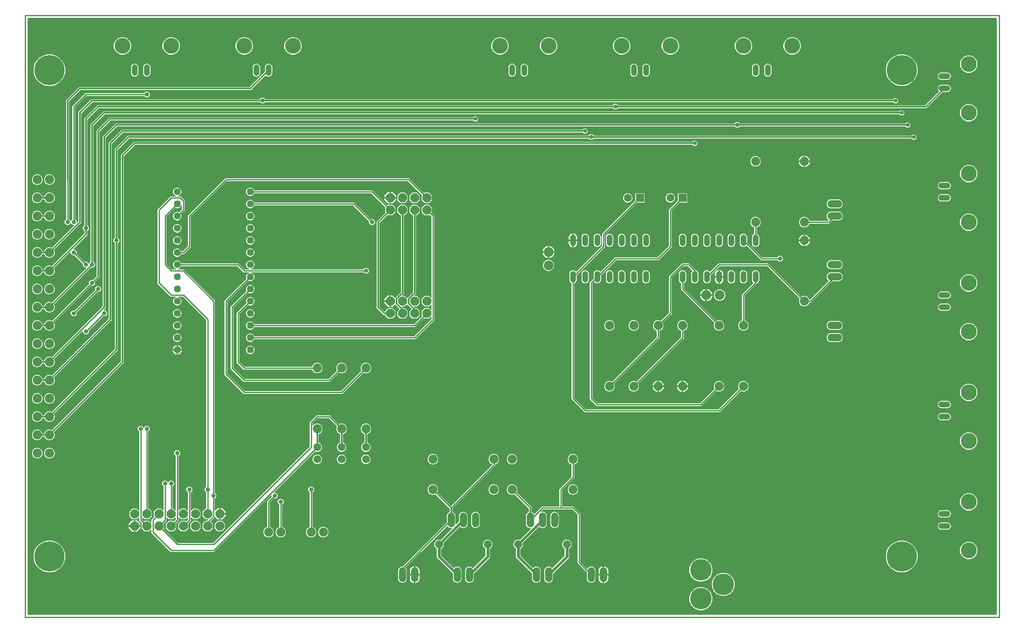
<source format=gtl>
G04 EAGLE Gerber X2 export*
%TF.Part,Single*%
%TF.FileFunction,Other,Top Copper*%
%TF.FilePolarity,Positive*%
%TF.GenerationSoftware,Autodesk,EAGLE,9.0.1*%
%TF.CreationDate,2018-06-29T20:11:24Z*%
G75*
%MOMM*%
%FSLAX34Y34*%
%LPD*%
%AMOC8*
5,1,8,0,0,1.08239X$1,22.5*%
G01*
%ADD10C,0.000000*%
%ADD11C,4.495800*%
%ADD12C,1.905000*%
%ADD13C,1.206400*%
%ADD14C,3.300000*%
%ADD15C,1.447800*%
%ADD16P,2.034460X8X22.500000*%
%ADD17C,1.524000*%
%ADD18C,1.676400*%
%ADD19C,1.879600*%
%ADD20R,1.651000X1.651000*%
%ADD21C,1.651000*%
%ADD22C,1.219200*%
%ADD23C,2.032000*%
%ADD24C,6.286500*%
%ADD25C,0.304800*%
%ADD26C,0.914400*%
%ADD27C,0.254000*%
%ADD28C,0.806400*%
%ADD29C,0.609600*%
%ADD30C,0.254000*%

G36*
X2026178Y5084D02*
X2026178Y5084D01*
X2026197Y5082D01*
X2026299Y5104D01*
X2026401Y5120D01*
X2026418Y5130D01*
X2026438Y5134D01*
X2026527Y5187D01*
X2026618Y5236D01*
X2026632Y5250D01*
X2026649Y5260D01*
X2026716Y5339D01*
X2026788Y5414D01*
X2026796Y5432D01*
X2026809Y5447D01*
X2026848Y5543D01*
X2026891Y5637D01*
X2026893Y5657D01*
X2026901Y5675D01*
X2026919Y5842D01*
X2026919Y1251458D01*
X2026916Y1251478D01*
X2026918Y1251497D01*
X2026896Y1251599D01*
X2026880Y1251701D01*
X2026870Y1251718D01*
X2026866Y1251738D01*
X2026813Y1251827D01*
X2026764Y1251918D01*
X2026750Y1251932D01*
X2026740Y1251949D01*
X2026661Y1252016D01*
X2026586Y1252088D01*
X2026568Y1252096D01*
X2026553Y1252109D01*
X2026457Y1252148D01*
X2026363Y1252191D01*
X2026343Y1252193D01*
X2026325Y1252201D01*
X2026158Y1252219D01*
X5842Y1252219D01*
X5822Y1252216D01*
X5803Y1252218D01*
X5701Y1252196D01*
X5599Y1252180D01*
X5582Y1252170D01*
X5562Y1252166D01*
X5473Y1252113D01*
X5382Y1252064D01*
X5368Y1252050D01*
X5351Y1252040D01*
X5284Y1251961D01*
X5212Y1251886D01*
X5204Y1251868D01*
X5191Y1251853D01*
X5152Y1251757D01*
X5109Y1251663D01*
X5107Y1251643D01*
X5099Y1251625D01*
X5081Y1251458D01*
X5081Y5842D01*
X5084Y5822D01*
X5082Y5803D01*
X5104Y5701D01*
X5120Y5599D01*
X5130Y5582D01*
X5134Y5562D01*
X5187Y5473D01*
X5236Y5382D01*
X5250Y5368D01*
X5260Y5351D01*
X5339Y5284D01*
X5414Y5212D01*
X5432Y5204D01*
X5447Y5191D01*
X5543Y5152D01*
X5637Y5109D01*
X5657Y5107D01*
X5675Y5099D01*
X5842Y5081D01*
X2026158Y5081D01*
X2026178Y5084D01*
G37*
%LPC*%
G36*
X23202Y636650D02*
X23202Y636650D01*
X19141Y638333D01*
X16033Y641441D01*
X14350Y645502D01*
X14350Y649898D01*
X16033Y653959D01*
X19141Y657067D01*
X23202Y658750D01*
X27598Y658750D01*
X31659Y657067D01*
X34767Y653959D01*
X35903Y651219D01*
X35964Y651119D01*
X36024Y651019D01*
X36029Y651015D01*
X36032Y651010D01*
X36122Y650935D01*
X36211Y650859D01*
X36217Y650857D01*
X36222Y650853D01*
X36330Y650811D01*
X36439Y650767D01*
X36447Y650766D01*
X36451Y650765D01*
X36470Y650764D01*
X36606Y650749D01*
X39594Y650749D01*
X39709Y650768D01*
X39825Y650785D01*
X39831Y650787D01*
X39837Y650788D01*
X39939Y650843D01*
X40044Y650896D01*
X40049Y650901D01*
X40054Y650904D01*
X40134Y650988D01*
X40216Y651072D01*
X40220Y651078D01*
X40224Y651082D01*
X40231Y651099D01*
X40297Y651219D01*
X41433Y653959D01*
X44541Y657067D01*
X48602Y658750D01*
X52998Y658750D01*
X55738Y657615D01*
X55852Y657588D01*
X55966Y657559D01*
X55972Y657560D01*
X55978Y657558D01*
X56094Y657569D01*
X56211Y657578D01*
X56216Y657581D01*
X56223Y657581D01*
X56330Y657629D01*
X56437Y657675D01*
X56443Y657679D01*
X56447Y657681D01*
X56461Y657694D01*
X56568Y657780D01*
X127992Y729204D01*
X128034Y729262D01*
X128083Y729314D01*
X128105Y729361D01*
X128136Y729403D01*
X128157Y729472D01*
X128187Y729537D01*
X128193Y729589D01*
X128208Y729639D01*
X128206Y729710D01*
X128214Y729781D01*
X128203Y729832D01*
X128202Y729884D01*
X128177Y729952D01*
X128162Y730022D01*
X128135Y730066D01*
X128117Y730115D01*
X128072Y730171D01*
X128036Y730233D01*
X127996Y730267D01*
X127964Y730307D01*
X127903Y730346D01*
X127849Y730393D01*
X127800Y730412D01*
X127757Y730440D01*
X127687Y730458D01*
X127621Y730485D01*
X127549Y730493D01*
X127518Y730501D01*
X127495Y730499D01*
X127454Y730503D01*
X125787Y730503D01*
X123546Y731431D01*
X121831Y733146D01*
X120903Y735387D01*
X120903Y737813D01*
X120981Y738002D01*
X121008Y738115D01*
X121037Y738229D01*
X121036Y738235D01*
X121038Y738241D01*
X121027Y738357D01*
X121018Y738474D01*
X121015Y738480D01*
X121015Y738486D01*
X120967Y738593D01*
X120921Y738700D01*
X120917Y738706D01*
X120915Y738711D01*
X120902Y738724D01*
X120816Y738831D01*
X103831Y755816D01*
X103737Y755884D01*
X103642Y755954D01*
X103636Y755956D01*
X103631Y755960D01*
X103520Y755994D01*
X103409Y756031D01*
X103402Y756031D01*
X103396Y756032D01*
X103280Y756029D01*
X103163Y756028D01*
X103155Y756026D01*
X103150Y756026D01*
X103133Y756020D01*
X103002Y755981D01*
X102813Y755903D01*
X100387Y755903D01*
X98146Y756831D01*
X96431Y758546D01*
X95503Y760787D01*
X95503Y762454D01*
X95492Y762524D01*
X95490Y762596D01*
X95472Y762645D01*
X95464Y762697D01*
X95430Y762760D01*
X95405Y762827D01*
X95373Y762868D01*
X95348Y762914D01*
X95297Y762963D01*
X95252Y763019D01*
X95208Y763048D01*
X95170Y763083D01*
X95105Y763114D01*
X95045Y763152D01*
X94994Y763165D01*
X94947Y763187D01*
X94876Y763195D01*
X94806Y763212D01*
X94754Y763208D01*
X94703Y763214D01*
X94632Y763199D01*
X94561Y763193D01*
X94513Y763173D01*
X94462Y763162D01*
X94401Y763125D01*
X94335Y763097D01*
X94279Y763052D01*
X94251Y763036D01*
X94236Y763018D01*
X94204Y762992D01*
X60880Y729668D01*
X60811Y729573D01*
X60742Y729479D01*
X60740Y729473D01*
X60736Y729468D01*
X60702Y729357D01*
X60665Y729245D01*
X60666Y729239D01*
X60664Y729233D01*
X60667Y729116D01*
X60668Y729000D01*
X60670Y728992D01*
X60670Y728987D01*
X60676Y728970D01*
X60715Y728838D01*
X61850Y726098D01*
X61850Y721702D01*
X60167Y717641D01*
X57059Y714533D01*
X52998Y712850D01*
X48602Y712850D01*
X44541Y714533D01*
X41433Y717641D01*
X40297Y720381D01*
X40236Y720481D01*
X40176Y720581D01*
X40171Y720585D01*
X40168Y720590D01*
X40078Y720665D01*
X39989Y720741D01*
X39983Y720743D01*
X39978Y720747D01*
X39870Y720789D01*
X39761Y720833D01*
X39753Y720834D01*
X39749Y720835D01*
X39730Y720836D01*
X39594Y720851D01*
X36606Y720851D01*
X36491Y720832D01*
X36375Y720815D01*
X36369Y720813D01*
X36363Y720812D01*
X36261Y720757D01*
X36156Y720704D01*
X36151Y720699D01*
X36146Y720696D01*
X36066Y720612D01*
X35984Y720528D01*
X35980Y720522D01*
X35976Y720518D01*
X35969Y720501D01*
X35903Y720381D01*
X34767Y717641D01*
X31659Y714533D01*
X27598Y712850D01*
X23202Y712850D01*
X19141Y714533D01*
X16033Y717641D01*
X14350Y721702D01*
X14350Y726098D01*
X16033Y730159D01*
X19141Y733267D01*
X23202Y734950D01*
X27598Y734950D01*
X31659Y733267D01*
X34767Y730159D01*
X35903Y727419D01*
X35964Y727319D01*
X36024Y727219D01*
X36029Y727215D01*
X36032Y727210D01*
X36122Y727135D01*
X36211Y727059D01*
X36217Y727057D01*
X36222Y727053D01*
X36330Y727011D01*
X36439Y726967D01*
X36447Y726966D01*
X36451Y726965D01*
X36470Y726964D01*
X36606Y726949D01*
X39594Y726949D01*
X39709Y726968D01*
X39825Y726985D01*
X39831Y726987D01*
X39837Y726988D01*
X39939Y727043D01*
X40044Y727096D01*
X40049Y727101D01*
X40054Y727104D01*
X40134Y727188D01*
X40216Y727272D01*
X40220Y727278D01*
X40224Y727282D01*
X40231Y727299D01*
X40297Y727419D01*
X41433Y730159D01*
X44541Y733267D01*
X48602Y734950D01*
X52998Y734950D01*
X55738Y733815D01*
X55852Y733788D01*
X55966Y733759D01*
X55972Y733760D01*
X55978Y733758D01*
X56094Y733769D01*
X56211Y733778D01*
X56216Y733781D01*
X56223Y733781D01*
X56330Y733829D01*
X56437Y733875D01*
X56443Y733879D01*
X56447Y733881D01*
X56461Y733894D01*
X56568Y733980D01*
X123728Y801140D01*
X123781Y801214D01*
X123841Y801283D01*
X123853Y801313D01*
X123872Y801340D01*
X123899Y801427D01*
X123933Y801511D01*
X123937Y801552D01*
X123944Y801575D01*
X123943Y801607D01*
X123951Y801678D01*
X123951Y806955D01*
X123932Y807070D01*
X123915Y807186D01*
X123913Y807192D01*
X123912Y807198D01*
X123857Y807301D01*
X123804Y807405D01*
X123799Y807410D01*
X123796Y807415D01*
X123712Y807496D01*
X123628Y807578D01*
X123622Y807581D01*
X123618Y807585D01*
X123601Y807592D01*
X123566Y807612D01*
X121831Y809346D01*
X120903Y811587D01*
X120903Y814013D01*
X121831Y816254D01*
X123582Y818004D01*
X123681Y818063D01*
X123685Y818068D01*
X123690Y818071D01*
X123765Y818161D01*
X123841Y818250D01*
X123843Y818256D01*
X123847Y818261D01*
X123889Y818369D01*
X123933Y818478D01*
X123934Y818486D01*
X123935Y818490D01*
X123936Y818509D01*
X123951Y818645D01*
X123951Y1042663D01*
X151137Y1069849D01*
X1226055Y1069849D01*
X1226170Y1069868D01*
X1226286Y1069885D01*
X1226292Y1069887D01*
X1226298Y1069888D01*
X1226401Y1069943D01*
X1226505Y1069996D01*
X1226510Y1070001D01*
X1226515Y1070004D01*
X1226595Y1070088D01*
X1226678Y1070172D01*
X1226681Y1070178D01*
X1226685Y1070182D01*
X1226692Y1070199D01*
X1226712Y1070234D01*
X1228446Y1071969D01*
X1230687Y1072897D01*
X1233113Y1072897D01*
X1235354Y1071969D01*
X1237104Y1070218D01*
X1237163Y1070119D01*
X1237168Y1070115D01*
X1237171Y1070110D01*
X1237261Y1070035D01*
X1237350Y1069959D01*
X1237356Y1069957D01*
X1237361Y1069953D01*
X1237469Y1069911D01*
X1237578Y1069867D01*
X1237586Y1069866D01*
X1237590Y1069865D01*
X1237609Y1069864D01*
X1237745Y1069849D01*
X1878022Y1069849D01*
X1878112Y1069863D01*
X1878203Y1069871D01*
X1878233Y1069883D01*
X1878265Y1069888D01*
X1878345Y1069931D01*
X1878429Y1069967D01*
X1878461Y1069993D01*
X1878482Y1070004D01*
X1878504Y1070027D01*
X1878560Y1070072D01*
X1906647Y1098158D01*
X1906658Y1098174D01*
X1906674Y1098187D01*
X1906730Y1098274D01*
X1906790Y1098358D01*
X1906796Y1098377D01*
X1906807Y1098394D01*
X1906832Y1098494D01*
X1906862Y1098593D01*
X1906862Y1098613D01*
X1906867Y1098632D01*
X1906859Y1098735D01*
X1906856Y1098839D01*
X1906849Y1098858D01*
X1906848Y1098877D01*
X1906807Y1098972D01*
X1906772Y1099070D01*
X1906759Y1099085D01*
X1906751Y1099104D01*
X1906647Y1099235D01*
X1905262Y1100619D01*
X1904111Y1103397D01*
X1904111Y1106403D01*
X1905262Y1109181D01*
X1907387Y1111306D01*
X1910165Y1112457D01*
X1925235Y1112457D01*
X1928013Y1111306D01*
X1930138Y1109181D01*
X1931289Y1106403D01*
X1931289Y1103397D01*
X1930138Y1100619D01*
X1928013Y1098494D01*
X1925235Y1097343D01*
X1914770Y1097343D01*
X1914680Y1097329D01*
X1914589Y1097321D01*
X1914559Y1097309D01*
X1914527Y1097304D01*
X1914447Y1097261D01*
X1914363Y1097225D01*
X1914331Y1097199D01*
X1914310Y1097188D01*
X1914288Y1097165D01*
X1914232Y1097120D01*
X1880863Y1063751D01*
X1237745Y1063751D01*
X1237630Y1063732D01*
X1237514Y1063715D01*
X1237508Y1063713D01*
X1237502Y1063712D01*
X1237399Y1063657D01*
X1237295Y1063604D01*
X1237290Y1063599D01*
X1237285Y1063596D01*
X1237204Y1063512D01*
X1237122Y1063428D01*
X1237119Y1063422D01*
X1237115Y1063418D01*
X1237108Y1063401D01*
X1237088Y1063366D01*
X1235354Y1061631D01*
X1233113Y1060703D01*
X1230687Y1060703D01*
X1228446Y1061631D01*
X1226696Y1063382D01*
X1226637Y1063481D01*
X1226632Y1063485D01*
X1226629Y1063490D01*
X1226539Y1063565D01*
X1226450Y1063641D01*
X1226444Y1063643D01*
X1226439Y1063647D01*
X1226331Y1063689D01*
X1226222Y1063733D01*
X1226214Y1063734D01*
X1226210Y1063735D01*
X1226191Y1063736D01*
X1226055Y1063751D01*
X153978Y1063751D01*
X153888Y1063737D01*
X153797Y1063729D01*
X153767Y1063717D01*
X153735Y1063712D01*
X153655Y1063669D01*
X153571Y1063633D01*
X153539Y1063607D01*
X153518Y1063596D01*
X153496Y1063573D01*
X153440Y1063528D01*
X130272Y1040360D01*
X130219Y1040286D01*
X130159Y1040217D01*
X130147Y1040187D01*
X130128Y1040160D01*
X130101Y1040073D01*
X130067Y1039989D01*
X130063Y1039948D01*
X130056Y1039925D01*
X130057Y1039893D01*
X130049Y1039822D01*
X130049Y818645D01*
X130068Y818530D01*
X130085Y818414D01*
X130087Y818408D01*
X130088Y818402D01*
X130143Y818299D01*
X130196Y818195D01*
X130201Y818190D01*
X130204Y818185D01*
X130288Y818104D01*
X130372Y818022D01*
X130378Y818019D01*
X130382Y818015D01*
X130399Y818008D01*
X130434Y817988D01*
X132169Y816254D01*
X133097Y814013D01*
X133097Y811587D01*
X132169Y809346D01*
X130418Y807596D01*
X130319Y807537D01*
X130315Y807532D01*
X130310Y807529D01*
X130235Y807439D01*
X130159Y807350D01*
X130157Y807344D01*
X130153Y807339D01*
X130111Y807231D01*
X130067Y807122D01*
X130066Y807114D01*
X130065Y807110D01*
X130064Y807091D01*
X130049Y806955D01*
X130049Y798837D01*
X128040Y796828D01*
X100608Y769396D01*
X100566Y769338D01*
X100517Y769286D01*
X100495Y769239D01*
X100464Y769197D01*
X100443Y769128D01*
X100413Y769063D01*
X100407Y769011D01*
X100392Y768961D01*
X100394Y768890D01*
X100386Y768819D01*
X100397Y768768D01*
X100398Y768716D01*
X100423Y768648D01*
X100438Y768578D01*
X100465Y768533D01*
X100483Y768485D01*
X100528Y768429D01*
X100564Y768367D01*
X100604Y768333D01*
X100636Y768293D01*
X100697Y768254D01*
X100751Y768207D01*
X100800Y768188D01*
X100843Y768160D01*
X100913Y768142D01*
X100979Y768115D01*
X101051Y768107D01*
X101082Y768099D01*
X101105Y768101D01*
X101146Y768097D01*
X102813Y768097D01*
X105054Y767169D01*
X106769Y765454D01*
X107697Y763213D01*
X107697Y760787D01*
X107619Y760598D01*
X107592Y760485D01*
X107563Y760371D01*
X107564Y760365D01*
X107562Y760359D01*
X107573Y760243D01*
X107582Y760126D01*
X107585Y760120D01*
X107585Y760114D01*
X107633Y760006D01*
X107679Y759900D01*
X107683Y759894D01*
X107685Y759889D01*
X107698Y759876D01*
X107784Y759769D01*
X124769Y742784D01*
X124863Y742716D01*
X124958Y742646D01*
X124964Y742644D01*
X124969Y742640D01*
X125080Y742606D01*
X125191Y742569D01*
X125198Y742569D01*
X125204Y742568D01*
X125320Y742571D01*
X125437Y742572D01*
X125445Y742574D01*
X125450Y742574D01*
X125467Y742580D01*
X125598Y742619D01*
X125787Y742697D01*
X128213Y742697D01*
X130454Y741769D01*
X132169Y740054D01*
X132647Y738899D01*
X132684Y738838D01*
X132714Y738773D01*
X132749Y738734D01*
X132776Y738690D01*
X132832Y738644D01*
X132880Y738592D01*
X132926Y738567D01*
X132966Y738533D01*
X133033Y738508D01*
X133096Y738473D01*
X133147Y738464D01*
X133195Y738445D01*
X133267Y738442D01*
X133338Y738429D01*
X133389Y738437D01*
X133441Y738435D01*
X133510Y738455D01*
X133581Y738465D01*
X133627Y738489D01*
X133677Y738503D01*
X133736Y738544D01*
X133800Y738577D01*
X133837Y738614D01*
X133879Y738643D01*
X133922Y738701D01*
X133972Y738752D01*
X134007Y738815D01*
X134026Y738841D01*
X134033Y738863D01*
X134053Y738899D01*
X134531Y740054D01*
X136282Y741804D01*
X136381Y741863D01*
X136385Y741868D01*
X136390Y741871D01*
X136465Y741961D01*
X136541Y742050D01*
X136543Y742056D01*
X136547Y742060D01*
X136589Y742169D01*
X136633Y742278D01*
X136634Y742286D01*
X136635Y742290D01*
X136636Y742308D01*
X136651Y742445D01*
X136651Y1029963D01*
X163837Y1057149D01*
X1823675Y1057149D01*
X1823765Y1057163D01*
X1823856Y1057171D01*
X1823886Y1057183D01*
X1823918Y1057188D01*
X1823998Y1057231D01*
X1824082Y1057267D01*
X1824115Y1057293D01*
X1824135Y1057304D01*
X1824157Y1057327D01*
X1824213Y1057372D01*
X1825652Y1058811D01*
X1827695Y1059657D01*
X1829905Y1059657D01*
X1831948Y1058811D01*
X1833511Y1057248D01*
X1834357Y1055205D01*
X1834357Y1052995D01*
X1833511Y1050952D01*
X1831948Y1049389D01*
X1829905Y1048543D01*
X1827695Y1048543D01*
X1825652Y1049389D01*
X1824213Y1050828D01*
X1824139Y1050881D01*
X1824070Y1050941D01*
X1824040Y1050953D01*
X1824014Y1050972D01*
X1823927Y1050999D01*
X1823842Y1051033D01*
X1823801Y1051037D01*
X1823778Y1051044D01*
X1823746Y1051043D01*
X1823675Y1051051D01*
X166678Y1051051D01*
X166588Y1051037D01*
X166497Y1051029D01*
X166467Y1051017D01*
X166435Y1051012D01*
X166355Y1050969D01*
X166271Y1050933D01*
X166239Y1050907D01*
X166218Y1050896D01*
X166206Y1050884D01*
X166205Y1050883D01*
X166193Y1050871D01*
X166140Y1050828D01*
X142972Y1027660D01*
X142919Y1027586D01*
X142859Y1027517D01*
X142847Y1027487D01*
X142828Y1027460D01*
X142801Y1027373D01*
X142767Y1027289D01*
X142763Y1027248D01*
X142756Y1027225D01*
X142757Y1027193D01*
X142749Y1027122D01*
X142749Y742445D01*
X142768Y742330D01*
X142785Y742214D01*
X142787Y742208D01*
X142788Y742202D01*
X142843Y742099D01*
X142896Y741995D01*
X142901Y741990D01*
X142904Y741985D01*
X142988Y741904D01*
X143072Y741822D01*
X143078Y741819D01*
X143082Y741815D01*
X143099Y741808D01*
X143134Y741788D01*
X144869Y740054D01*
X145797Y737813D01*
X145797Y735387D01*
X144869Y733146D01*
X143154Y731431D01*
X140913Y730503D01*
X138438Y730503D01*
X138325Y730532D01*
X138319Y730531D01*
X138313Y730532D01*
X138196Y730521D01*
X138080Y730512D01*
X138074Y730510D01*
X138068Y730509D01*
X137961Y730462D01*
X137854Y730416D01*
X137848Y730411D01*
X137844Y730409D01*
X137830Y730397D01*
X137723Y730311D01*
X60880Y653468D01*
X60811Y653373D01*
X60742Y653279D01*
X60740Y653273D01*
X60736Y653268D01*
X60702Y653157D01*
X60665Y653045D01*
X60666Y653039D01*
X60664Y653033D01*
X60667Y652916D01*
X60668Y652800D01*
X60670Y652792D01*
X60670Y652787D01*
X60676Y652770D01*
X60715Y652638D01*
X61850Y649898D01*
X61850Y645502D01*
X60167Y641441D01*
X57059Y638333D01*
X52998Y636650D01*
X48602Y636650D01*
X44541Y638333D01*
X41433Y641441D01*
X40297Y644181D01*
X40236Y644281D01*
X40176Y644381D01*
X40171Y644385D01*
X40168Y644390D01*
X40078Y644465D01*
X39989Y644541D01*
X39983Y644543D01*
X39978Y644547D01*
X39870Y644589D01*
X39761Y644633D01*
X39753Y644634D01*
X39749Y644635D01*
X39730Y644636D01*
X39594Y644651D01*
X36606Y644651D01*
X36491Y644632D01*
X36375Y644615D01*
X36369Y644613D01*
X36363Y644612D01*
X36261Y644557D01*
X36156Y644504D01*
X36151Y644499D01*
X36146Y644496D01*
X36066Y644412D01*
X35984Y644328D01*
X35980Y644322D01*
X35976Y644318D01*
X35969Y644301D01*
X35903Y644181D01*
X34767Y641441D01*
X31659Y638333D01*
X27598Y636650D01*
X23202Y636650D01*
G37*
%LPD*%
%LPC*%
G36*
X376476Y179577D02*
X376476Y179577D01*
X370077Y185976D01*
X370077Y195024D01*
X376476Y201423D01*
X379497Y201423D01*
X379587Y201437D01*
X379678Y201445D01*
X379708Y201457D01*
X379740Y201462D01*
X379821Y201505D01*
X379905Y201541D01*
X379937Y201567D01*
X379957Y201578D01*
X379980Y201601D01*
X380035Y201646D01*
X382068Y203678D01*
X382109Y203736D01*
X382159Y203788D01*
X382181Y203835D01*
X382211Y203877D01*
X382232Y203946D01*
X382262Y204011D01*
X382268Y204063D01*
X382283Y204113D01*
X382282Y204184D01*
X382289Y204255D01*
X382278Y204306D01*
X382277Y204358D01*
X382252Y204426D01*
X382237Y204496D01*
X382211Y204540D01*
X382193Y204589D01*
X382148Y204645D01*
X382111Y204707D01*
X382071Y204741D01*
X382039Y204781D01*
X381979Y204820D01*
X381924Y204867D01*
X381876Y204886D01*
X381832Y204914D01*
X381763Y204932D01*
X381696Y204959D01*
X381625Y204967D01*
X381593Y204975D01*
X381570Y204973D01*
X381529Y204977D01*
X376476Y204977D01*
X370077Y211376D01*
X370077Y220424D01*
X376476Y226823D01*
X377444Y226823D01*
X377464Y226826D01*
X377483Y226824D01*
X377585Y226846D01*
X377687Y226862D01*
X377704Y226872D01*
X377724Y226876D01*
X377813Y226929D01*
X377904Y226978D01*
X377918Y226992D01*
X377935Y227002D01*
X378002Y227081D01*
X378074Y227156D01*
X378082Y227174D01*
X378095Y227189D01*
X378134Y227285D01*
X378177Y227379D01*
X378179Y227399D01*
X378187Y227417D01*
X378205Y227584D01*
X378205Y260750D01*
X378187Y260864D01*
X378169Y260981D01*
X378167Y260987D01*
X378166Y260993D01*
X378111Y261095D01*
X378058Y261200D01*
X378053Y261205D01*
X378050Y261210D01*
X377966Y261290D01*
X377882Y261372D01*
X377876Y261376D01*
X377872Y261379D01*
X377855Y261387D01*
X377735Y261453D01*
X377546Y261531D01*
X375831Y263246D01*
X374903Y265487D01*
X374903Y267913D01*
X375831Y270154D01*
X377546Y271869D01*
X377735Y271947D01*
X377834Y272008D01*
X377935Y272068D01*
X377939Y272073D01*
X377944Y272076D01*
X378018Y272166D01*
X378095Y272255D01*
X378097Y272261D01*
X378101Y272266D01*
X378143Y272374D01*
X378187Y272483D01*
X378188Y272491D01*
X378189Y272495D01*
X378190Y272514D01*
X378205Y272650D01*
X378205Y620827D01*
X378191Y620917D01*
X378183Y621008D01*
X378171Y621038D01*
X378166Y621070D01*
X378123Y621151D01*
X378087Y621234D01*
X378061Y621267D01*
X378050Y621287D01*
X378027Y621309D01*
X377982Y621365D01*
X329265Y670082D01*
X329191Y670135D01*
X329122Y670195D01*
X329092Y670207D01*
X329066Y670226D01*
X328979Y670253D01*
X328894Y670287D01*
X328853Y670291D01*
X328831Y670298D01*
X328798Y670297D01*
X328727Y670305D01*
X320314Y670305D01*
X320218Y670290D01*
X320121Y670280D01*
X320097Y670270D01*
X320072Y670266D01*
X319986Y670220D01*
X319897Y670180D01*
X319877Y670163D01*
X319854Y670150D01*
X319787Y670080D01*
X319715Y670014D01*
X319703Y669991D01*
X319685Y669972D01*
X319644Y669884D01*
X319597Y669798D01*
X319592Y669773D01*
X319581Y669749D01*
X319570Y669652D01*
X319553Y669556D01*
X319557Y669530D01*
X319554Y669505D01*
X319575Y669409D01*
X319589Y669313D01*
X319601Y669290D01*
X319606Y669264D01*
X319656Y669181D01*
X319700Y669094D01*
X319719Y669075D01*
X319733Y669053D01*
X319806Y668990D01*
X319876Y668922D01*
X319905Y668906D01*
X319919Y668893D01*
X319950Y668881D01*
X320023Y668841D01*
X322464Y667830D01*
X324930Y665364D01*
X326264Y662143D01*
X326264Y658657D01*
X324930Y655436D01*
X322464Y652970D01*
X319243Y651636D01*
X315757Y651636D01*
X312536Y652970D01*
X310070Y655436D01*
X308736Y658657D01*
X308736Y662143D01*
X310070Y665364D01*
X312536Y667830D01*
X314977Y668841D01*
X315060Y668892D01*
X315146Y668938D01*
X315164Y668956D01*
X315186Y668970D01*
X315248Y669046D01*
X315315Y669116D01*
X315326Y669140D01*
X315343Y669160D01*
X315378Y669251D01*
X315419Y669339D01*
X315422Y669365D01*
X315431Y669389D01*
X315435Y669487D01*
X315446Y669583D01*
X315440Y669609D01*
X315441Y669635D01*
X315414Y669729D01*
X315394Y669824D01*
X315380Y669846D01*
X315373Y669871D01*
X315317Y669951D01*
X315267Y670035D01*
X315248Y670052D01*
X315233Y670073D01*
X315155Y670132D01*
X315081Y670195D01*
X315056Y670205D01*
X315035Y670220D01*
X314943Y670250D01*
X314852Y670287D01*
X314820Y670290D01*
X314801Y670296D01*
X314768Y670296D01*
X314686Y670305D01*
X303642Y670305D01*
X276605Y697342D01*
X276605Y852058D01*
X303642Y879095D01*
X314686Y879095D01*
X314782Y879110D01*
X314879Y879120D01*
X314903Y879130D01*
X314928Y879134D01*
X315014Y879180D01*
X315103Y879220D01*
X315123Y879237D01*
X315146Y879250D01*
X315213Y879320D01*
X315285Y879386D01*
X315297Y879409D01*
X315315Y879428D01*
X315356Y879516D01*
X315403Y879602D01*
X315408Y879627D01*
X315419Y879651D01*
X315430Y879748D01*
X315447Y879844D01*
X315443Y879870D01*
X315446Y879895D01*
X315425Y879991D01*
X315411Y880087D01*
X315399Y880110D01*
X315394Y880136D01*
X315344Y880219D01*
X315300Y880306D01*
X315281Y880325D01*
X315267Y880347D01*
X315194Y880410D01*
X315124Y880478D01*
X315095Y880494D01*
X315081Y880507D01*
X315050Y880519D01*
X314977Y880559D01*
X312536Y881570D01*
X310070Y884036D01*
X308736Y887257D01*
X308736Y890743D01*
X310070Y893964D01*
X312536Y896430D01*
X315757Y897764D01*
X319243Y897764D01*
X322464Y896430D01*
X324930Y893964D01*
X326264Y890743D01*
X326264Y887257D01*
X324930Y884036D01*
X322464Y881570D01*
X320023Y880559D01*
X319940Y880508D01*
X319854Y880462D01*
X319836Y880444D01*
X319814Y880430D01*
X319752Y880354D01*
X319685Y880284D01*
X319674Y880260D01*
X319657Y880240D01*
X319622Y880149D01*
X319581Y880061D01*
X319578Y880035D01*
X319569Y880011D01*
X319565Y879913D01*
X319554Y879817D01*
X319560Y879791D01*
X319559Y879765D01*
X319586Y879671D01*
X319606Y879576D01*
X319620Y879554D01*
X319627Y879529D01*
X319683Y879449D01*
X319733Y879365D01*
X319752Y879348D01*
X319767Y879327D01*
X319845Y879268D01*
X319919Y879205D01*
X319944Y879195D01*
X319965Y879180D01*
X320057Y879150D01*
X320148Y879113D01*
X320180Y879110D01*
X320199Y879104D01*
X320232Y879104D01*
X320314Y879095D01*
X325008Y879095D01*
X332995Y871108D01*
X332995Y849742D01*
X325725Y842472D01*
X325657Y842378D01*
X325587Y842284D01*
X325585Y842278D01*
X325581Y842273D01*
X325547Y842162D01*
X325511Y842050D01*
X325511Y842044D01*
X325509Y842038D01*
X325512Y841921D01*
X325513Y841804D01*
X325515Y841797D01*
X325515Y841792D01*
X325522Y841774D01*
X325560Y841643D01*
X326264Y839943D01*
X326264Y836457D01*
X324930Y833236D01*
X322464Y830770D01*
X319243Y829436D01*
X315757Y829436D01*
X312536Y830770D01*
X310070Y833236D01*
X308736Y836457D01*
X308736Y839943D01*
X310070Y843164D01*
X312536Y845630D01*
X315757Y846964D01*
X319243Y846964D01*
X320943Y846260D01*
X321056Y846233D01*
X321170Y846205D01*
X321176Y846205D01*
X321182Y846204D01*
X321299Y846215D01*
X321415Y846224D01*
X321421Y846226D01*
X321427Y846227D01*
X321535Y846275D01*
X321641Y846320D01*
X321647Y846325D01*
X321652Y846327D01*
X321666Y846339D01*
X321772Y846425D01*
X327182Y851835D01*
X327227Y851897D01*
X327253Y851924D01*
X327257Y851934D01*
X327295Y851978D01*
X327307Y852008D01*
X327326Y852034D01*
X327353Y852121D01*
X327387Y852206D01*
X327391Y852247D01*
X327398Y852269D01*
X327397Y852302D01*
X327405Y852373D01*
X327405Y860786D01*
X327390Y860882D01*
X327380Y860979D01*
X327370Y861003D01*
X327366Y861028D01*
X327320Y861114D01*
X327280Y861203D01*
X327263Y861223D01*
X327250Y861246D01*
X327180Y861313D01*
X327114Y861385D01*
X327091Y861397D01*
X327072Y861415D01*
X326984Y861456D01*
X326898Y861503D01*
X326873Y861508D01*
X326849Y861519D01*
X326752Y861530D01*
X326656Y861547D01*
X326630Y861543D01*
X326605Y861546D01*
X326509Y861525D01*
X326413Y861511D01*
X326390Y861499D01*
X326364Y861494D01*
X326281Y861444D01*
X326194Y861400D01*
X326175Y861381D01*
X326153Y861367D01*
X326090Y861294D01*
X326022Y861224D01*
X326006Y861195D01*
X325993Y861181D01*
X325981Y861150D01*
X325941Y861077D01*
X324930Y858636D01*
X322464Y856170D01*
X319243Y854836D01*
X315757Y854836D01*
X314057Y855540D01*
X313944Y855567D01*
X313830Y855595D01*
X313824Y855595D01*
X313818Y855596D01*
X313701Y855585D01*
X313585Y855576D01*
X313579Y855574D01*
X313573Y855573D01*
X313465Y855525D01*
X313359Y855480D01*
X313353Y855475D01*
X313348Y855473D01*
X313334Y855461D01*
X313228Y855375D01*
X295118Y837265D01*
X295065Y837191D01*
X295005Y837122D01*
X294993Y837092D01*
X294974Y837066D01*
X294947Y836979D01*
X294913Y836894D01*
X294909Y836853D01*
X294902Y836831D01*
X294903Y836798D01*
X294895Y836727D01*
X294895Y738073D01*
X294909Y737983D01*
X294917Y737892D01*
X294929Y737862D01*
X294934Y737830D01*
X294977Y737750D01*
X295013Y737666D01*
X295039Y737634D01*
X295050Y737613D01*
X295073Y737591D01*
X295118Y737535D01*
X305735Y726918D01*
X305809Y726865D01*
X305878Y726805D01*
X305908Y726793D01*
X305934Y726774D01*
X306021Y726747D01*
X306106Y726713D01*
X306147Y726709D01*
X306169Y726702D01*
X306202Y726703D01*
X306273Y726695D01*
X314686Y726695D01*
X314782Y726710D01*
X314879Y726720D01*
X314903Y726730D01*
X314928Y726734D01*
X315014Y726780D01*
X315103Y726820D01*
X315123Y726837D01*
X315146Y726850D01*
X315213Y726920D01*
X315285Y726986D01*
X315297Y727009D01*
X315315Y727028D01*
X315356Y727116D01*
X315403Y727202D01*
X315408Y727227D01*
X315419Y727251D01*
X315430Y727348D01*
X315447Y727444D01*
X315443Y727470D01*
X315446Y727495D01*
X315425Y727591D01*
X315411Y727687D01*
X315399Y727710D01*
X315394Y727736D01*
X315344Y727819D01*
X315300Y727906D01*
X315281Y727925D01*
X315267Y727947D01*
X315194Y728010D01*
X315124Y728078D01*
X315095Y728094D01*
X315081Y728107D01*
X315050Y728119D01*
X314977Y728159D01*
X312536Y729170D01*
X310070Y731636D01*
X308736Y734857D01*
X308736Y738343D01*
X310070Y741564D01*
X312536Y744030D01*
X315757Y745364D01*
X319243Y745364D01*
X322464Y744030D01*
X324930Y741564D01*
X325634Y739865D01*
X325695Y739765D01*
X325755Y739665D01*
X325760Y739661D01*
X325763Y739656D01*
X325853Y739581D01*
X325942Y739505D01*
X325948Y739503D01*
X325953Y739499D01*
X326061Y739457D01*
X326170Y739413D01*
X326178Y739412D01*
X326182Y739411D01*
X326201Y739410D01*
X326337Y739395D01*
X445658Y739395D01*
X458135Y726918D01*
X458209Y726865D01*
X458278Y726805D01*
X458308Y726793D01*
X458334Y726774D01*
X458421Y726747D01*
X458506Y726713D01*
X458547Y726709D01*
X458569Y726702D01*
X458602Y726703D01*
X458673Y726695D01*
X467086Y726695D01*
X467182Y726710D01*
X467279Y726720D01*
X467303Y726730D01*
X467328Y726734D01*
X467414Y726780D01*
X467503Y726820D01*
X467523Y726837D01*
X467546Y726850D01*
X467613Y726920D01*
X467685Y726986D01*
X467697Y727009D01*
X467715Y727028D01*
X467756Y727116D01*
X467803Y727202D01*
X467808Y727227D01*
X467819Y727251D01*
X467830Y727348D01*
X467847Y727444D01*
X467843Y727470D01*
X467846Y727495D01*
X467825Y727591D01*
X467811Y727687D01*
X467799Y727710D01*
X467794Y727736D01*
X467744Y727819D01*
X467700Y727906D01*
X467681Y727925D01*
X467667Y727947D01*
X467594Y728010D01*
X467524Y728078D01*
X467495Y728094D01*
X467481Y728107D01*
X467450Y728119D01*
X467377Y728159D01*
X464936Y729170D01*
X462470Y731636D01*
X461136Y734857D01*
X461136Y738343D01*
X462470Y741564D01*
X464936Y744030D01*
X468157Y745364D01*
X471643Y745364D01*
X474864Y744030D01*
X477330Y741564D01*
X478664Y738343D01*
X478664Y734857D01*
X477330Y731636D01*
X474864Y729170D01*
X472423Y728159D01*
X472340Y728108D01*
X472254Y728062D01*
X472236Y728044D01*
X472214Y728030D01*
X472152Y727954D01*
X472085Y727884D01*
X472074Y727860D01*
X472057Y727840D01*
X472022Y727749D01*
X471981Y727661D01*
X471978Y727635D01*
X471969Y727611D01*
X471965Y727513D01*
X471954Y727417D01*
X471960Y727391D01*
X471959Y727365D01*
X471986Y727271D01*
X472006Y727176D01*
X472020Y727154D01*
X472027Y727129D01*
X472083Y727049D01*
X472133Y726965D01*
X472152Y726948D01*
X472167Y726927D01*
X472245Y726868D01*
X472319Y726805D01*
X472344Y726795D01*
X472365Y726780D01*
X472457Y726750D01*
X472548Y726713D01*
X472580Y726710D01*
X472599Y726704D01*
X472632Y726704D01*
X472714Y726695D01*
X705250Y726695D01*
X705364Y726713D01*
X705481Y726731D01*
X705487Y726733D01*
X705493Y726734D01*
X705595Y726789D01*
X705700Y726842D01*
X705705Y726847D01*
X705710Y726850D01*
X705790Y726934D01*
X705872Y727018D01*
X705876Y727024D01*
X705879Y727028D01*
X705887Y727045D01*
X705953Y727165D01*
X706031Y727354D01*
X707746Y729069D01*
X709987Y729997D01*
X712413Y729997D01*
X714654Y729069D01*
X716369Y727354D01*
X717297Y725113D01*
X717297Y722687D01*
X716369Y720446D01*
X714654Y718731D01*
X712413Y717803D01*
X709987Y717803D01*
X707746Y718731D01*
X706031Y720446D01*
X705953Y720635D01*
X705892Y720734D01*
X705832Y720835D01*
X705827Y720839D01*
X705824Y720844D01*
X705734Y720918D01*
X705645Y720995D01*
X705639Y720997D01*
X705634Y721001D01*
X705526Y721043D01*
X705417Y721087D01*
X705409Y721088D01*
X705405Y721089D01*
X705386Y721090D01*
X705250Y721105D01*
X472714Y721105D01*
X472618Y721090D01*
X472521Y721080D01*
X472497Y721070D01*
X472472Y721066D01*
X472386Y721020D01*
X472297Y720980D01*
X472277Y720963D01*
X472254Y720950D01*
X472187Y720880D01*
X472115Y720814D01*
X472103Y720791D01*
X472085Y720772D01*
X472044Y720684D01*
X471997Y720598D01*
X471992Y720573D01*
X471981Y720549D01*
X471970Y720452D01*
X471953Y720356D01*
X471957Y720330D01*
X471954Y720305D01*
X471975Y720209D01*
X471989Y720113D01*
X472001Y720090D01*
X472006Y720064D01*
X472056Y719981D01*
X472100Y719894D01*
X472119Y719875D01*
X472133Y719853D01*
X472206Y719790D01*
X472276Y719722D01*
X472305Y719706D01*
X472319Y719693D01*
X472350Y719681D01*
X472423Y719641D01*
X474864Y718630D01*
X477330Y716164D01*
X478664Y712943D01*
X478664Y709457D01*
X477330Y706236D01*
X474864Y703770D01*
X471643Y702436D01*
X468157Y702436D01*
X466457Y703140D01*
X466344Y703167D01*
X466230Y703195D01*
X466224Y703195D01*
X466218Y703196D01*
X466101Y703185D01*
X465985Y703176D01*
X465979Y703174D01*
X465973Y703173D01*
X465865Y703125D01*
X465759Y703080D01*
X465753Y703075D01*
X465748Y703073D01*
X465734Y703061D01*
X465628Y702975D01*
X422118Y659465D01*
X422065Y659391D01*
X422005Y659322D01*
X421993Y659292D01*
X421974Y659266D01*
X421947Y659179D01*
X421913Y659094D01*
X421909Y659053D01*
X421902Y659031D01*
X421903Y658998D01*
X421895Y658927D01*
X421895Y509473D01*
X421909Y509383D01*
X421917Y509292D01*
X421929Y509262D01*
X421934Y509230D01*
X421977Y509150D01*
X422013Y509066D01*
X422039Y509034D01*
X422050Y509013D01*
X422073Y508991D01*
X422118Y508935D01*
X458135Y472918D01*
X458209Y472865D01*
X458278Y472805D01*
X458308Y472793D01*
X458334Y472774D01*
X458421Y472747D01*
X458506Y472713D01*
X458547Y472709D01*
X458569Y472702D01*
X458602Y472703D01*
X458673Y472695D01*
X658927Y472695D01*
X659017Y472709D01*
X659108Y472717D01*
X659138Y472729D01*
X659170Y472734D01*
X659250Y472777D01*
X659334Y472813D01*
X659366Y472839D01*
X659387Y472850D01*
X659409Y472873D01*
X659465Y472918D01*
X701323Y514775D01*
X701391Y514870D01*
X701461Y514964D01*
X701463Y514970D01*
X701466Y514975D01*
X701500Y515086D01*
X701537Y515198D01*
X701537Y515204D01*
X701539Y515210D01*
X701536Y515327D01*
X701535Y515444D01*
X701532Y515451D01*
X701532Y515456D01*
X701526Y515473D01*
X701488Y515605D01*
X700277Y518527D01*
X700277Y522873D01*
X701940Y526887D01*
X705013Y529960D01*
X709027Y531623D01*
X713373Y531623D01*
X717387Y529960D01*
X720460Y526887D01*
X722123Y522873D01*
X722123Y518527D01*
X720460Y514513D01*
X717387Y511440D01*
X713373Y509777D01*
X709027Y509777D01*
X706105Y510988D01*
X705991Y511014D01*
X705878Y511043D01*
X705871Y511043D01*
X705865Y511044D01*
X705749Y511033D01*
X705632Y511024D01*
X705627Y511022D01*
X705620Y511021D01*
X705513Y510973D01*
X705406Y510928D01*
X705400Y510923D01*
X705396Y510921D01*
X705382Y510908D01*
X705275Y510823D01*
X661558Y467105D01*
X456042Y467105D01*
X416305Y506842D01*
X416305Y661558D01*
X461675Y706928D01*
X461743Y707022D01*
X461813Y707116D01*
X461815Y707122D01*
X461819Y707127D01*
X461853Y707238D01*
X461889Y707350D01*
X461889Y707356D01*
X461891Y707362D01*
X461888Y707479D01*
X461887Y707596D01*
X461885Y707603D01*
X461885Y707608D01*
X461878Y707626D01*
X461840Y707757D01*
X461136Y709457D01*
X461136Y712943D01*
X462470Y716164D01*
X464936Y718630D01*
X467377Y719641D01*
X467460Y719692D01*
X467546Y719738D01*
X467564Y719756D01*
X467586Y719770D01*
X467648Y719846D01*
X467715Y719916D01*
X467726Y719940D01*
X467743Y719960D01*
X467778Y720051D01*
X467819Y720139D01*
X467822Y720165D01*
X467831Y720189D01*
X467835Y720287D01*
X467846Y720383D01*
X467840Y720409D01*
X467841Y720435D01*
X467814Y720528D01*
X467794Y720624D01*
X467780Y720646D01*
X467773Y720671D01*
X467717Y720751D01*
X467667Y720835D01*
X467648Y720852D01*
X467633Y720873D01*
X467555Y720932D01*
X467481Y720995D01*
X467456Y721005D01*
X467435Y721020D01*
X467343Y721050D01*
X467252Y721087D01*
X467220Y721090D01*
X467201Y721096D01*
X467168Y721096D01*
X467086Y721105D01*
X456042Y721105D01*
X443565Y733582D01*
X443491Y733635D01*
X443422Y733695D01*
X443392Y733707D01*
X443366Y733726D01*
X443279Y733753D01*
X443194Y733787D01*
X443153Y733791D01*
X443131Y733798D01*
X443098Y733797D01*
X443027Y733805D01*
X326337Y733805D01*
X326222Y733786D01*
X326106Y733769D01*
X326100Y733767D01*
X326094Y733766D01*
X325991Y733711D01*
X325887Y733658D01*
X325882Y733653D01*
X325877Y733650D01*
X325797Y733566D01*
X325714Y733482D01*
X325711Y733476D01*
X325707Y733472D01*
X325700Y733455D01*
X325634Y733335D01*
X324930Y731636D01*
X322464Y729170D01*
X320023Y728159D01*
X319940Y728108D01*
X319854Y728062D01*
X319836Y728044D01*
X319814Y728030D01*
X319752Y727954D01*
X319685Y727884D01*
X319674Y727860D01*
X319657Y727840D01*
X319622Y727749D01*
X319581Y727661D01*
X319578Y727635D01*
X319569Y727611D01*
X319565Y727513D01*
X319554Y727417D01*
X319560Y727391D01*
X319559Y727365D01*
X319586Y727271D01*
X319606Y727176D01*
X319620Y727154D01*
X319627Y727129D01*
X319683Y727049D01*
X319733Y726965D01*
X319752Y726948D01*
X319767Y726927D01*
X319845Y726868D01*
X319919Y726805D01*
X319944Y726795D01*
X319965Y726780D01*
X320057Y726750D01*
X320148Y726713D01*
X320180Y726710D01*
X320199Y726704D01*
X320232Y726704D01*
X320314Y726695D01*
X331358Y726695D01*
X333218Y724835D01*
X394127Y663926D01*
X395987Y662066D01*
X395987Y259950D01*
X396005Y259836D01*
X396023Y259719D01*
X396025Y259713D01*
X396026Y259707D01*
X396081Y259605D01*
X396134Y259500D01*
X396139Y259495D01*
X396142Y259490D01*
X396226Y259410D01*
X396310Y259328D01*
X396316Y259324D01*
X396320Y259321D01*
X396337Y259313D01*
X396457Y259247D01*
X396646Y259169D01*
X398361Y257454D01*
X399289Y255213D01*
X399289Y252787D01*
X398361Y250546D01*
X396646Y248831D01*
X396457Y248753D01*
X396358Y248692D01*
X396257Y248632D01*
X396253Y248627D01*
X396248Y248624D01*
X396174Y248534D01*
X396097Y248445D01*
X396095Y248439D01*
X396091Y248434D01*
X396049Y248326D01*
X396005Y248217D01*
X396004Y248209D01*
X396003Y248205D01*
X396002Y248186D01*
X395987Y248050D01*
X395987Y224208D01*
X395998Y224138D01*
X396000Y224066D01*
X396018Y224017D01*
X396026Y223966D01*
X396060Y223902D01*
X396085Y223835D01*
X396117Y223794D01*
X396142Y223748D01*
X396194Y223699D01*
X396238Y223643D01*
X396282Y223615D01*
X396320Y223579D01*
X396385Y223549D01*
X396445Y223510D01*
X396496Y223497D01*
X396543Y223475D01*
X396614Y223467D01*
X396684Y223450D01*
X396736Y223454D01*
X396787Y223448D01*
X396858Y223463D01*
X396929Y223469D01*
X396977Y223489D01*
X397028Y223500D01*
X397089Y223537D01*
X397155Y223565D01*
X397211Y223610D01*
X397239Y223627D01*
X397254Y223644D01*
X397286Y223670D01*
X401455Y227839D01*
X404877Y227839D01*
X404877Y216662D01*
X404880Y216642D01*
X404878Y216623D01*
X404900Y216521D01*
X404917Y216419D01*
X404926Y216402D01*
X404930Y216382D01*
X404983Y216293D01*
X405032Y216202D01*
X405046Y216188D01*
X405056Y216171D01*
X405135Y216104D01*
X405210Y216033D01*
X405228Y216024D01*
X405243Y216011D01*
X405339Y215973D01*
X405433Y215929D01*
X405453Y215927D01*
X405471Y215919D01*
X405638Y215901D01*
X406401Y215901D01*
X406401Y215899D01*
X405638Y215899D01*
X405618Y215896D01*
X405599Y215898D01*
X405497Y215876D01*
X405395Y215859D01*
X405378Y215850D01*
X405358Y215846D01*
X405269Y215793D01*
X405178Y215744D01*
X405164Y215730D01*
X405147Y215720D01*
X405080Y215641D01*
X405009Y215566D01*
X405000Y215548D01*
X404987Y215533D01*
X404948Y215437D01*
X404905Y215343D01*
X404903Y215323D01*
X404895Y215305D01*
X404877Y215138D01*
X404877Y203961D01*
X401455Y203961D01*
X396394Y209023D01*
X396377Y209034D01*
X396365Y209050D01*
X396278Y209106D01*
X396194Y209166D01*
X396175Y209172D01*
X396158Y209183D01*
X396058Y209208D01*
X395959Y209238D01*
X395939Y209238D01*
X395920Y209243D01*
X395817Y209235D01*
X395713Y209232D01*
X395694Y209225D01*
X395674Y209224D01*
X395579Y209183D01*
X395482Y209148D01*
X395466Y209135D01*
X395448Y209127D01*
X395317Y209023D01*
X394127Y207832D01*
X387159Y200865D01*
X387147Y200848D01*
X387132Y200836D01*
X387076Y200749D01*
X387016Y200665D01*
X387010Y200646D01*
X386999Y200629D01*
X386974Y200528D01*
X386943Y200430D01*
X386944Y200410D01*
X386939Y200391D01*
X386947Y200288D01*
X386950Y200184D01*
X386956Y200165D01*
X386958Y200145D01*
X386998Y200051D01*
X387034Y199953D01*
X387046Y199937D01*
X387054Y199919D01*
X387159Y199788D01*
X391923Y195024D01*
X391923Y185976D01*
X385524Y179577D01*
X376476Y179577D01*
G37*
%LPD*%
%LPC*%
G36*
X303642Y136905D02*
X303642Y136905D01*
X263905Y176642D01*
X263905Y183120D01*
X263894Y183191D01*
X263892Y183263D01*
X263874Y183312D01*
X263866Y183363D01*
X263832Y183426D01*
X263807Y183494D01*
X263775Y183534D01*
X263750Y183581D01*
X263698Y183630D01*
X263654Y183686D01*
X263610Y183714D01*
X263572Y183750D01*
X263507Y183780D01*
X263447Y183819D01*
X263396Y183832D01*
X263349Y183854D01*
X263278Y183861D01*
X263208Y183879D01*
X263156Y183875D01*
X263105Y183881D01*
X263034Y183865D01*
X262963Y183860D01*
X262915Y183839D01*
X262864Y183828D01*
X262803Y183792D01*
X262737Y183763D01*
X262681Y183719D01*
X262653Y183702D01*
X262638Y183684D01*
X262606Y183659D01*
X258524Y179577D01*
X249476Y179577D01*
X243077Y185976D01*
X243077Y195024D01*
X243762Y195709D01*
X243774Y195725D01*
X243789Y195738D01*
X243845Y195825D01*
X243906Y195909D01*
X243911Y195928D01*
X243922Y195945D01*
X243947Y196045D01*
X243978Y196144D01*
X243977Y196164D01*
X243982Y196183D01*
X243974Y196286D01*
X243972Y196390D01*
X243965Y196409D01*
X243963Y196428D01*
X243923Y196523D01*
X243887Y196621D01*
X243875Y196636D01*
X243867Y196655D01*
X243762Y196786D01*
X238505Y202042D01*
X238505Y208520D01*
X238494Y208591D01*
X238492Y208663D01*
X238474Y208712D01*
X238466Y208763D01*
X238432Y208826D01*
X238407Y208894D01*
X238375Y208934D01*
X238350Y208981D01*
X238298Y209030D01*
X238254Y209086D01*
X238210Y209114D01*
X238172Y209150D01*
X238107Y209180D01*
X238047Y209219D01*
X237996Y209232D01*
X237949Y209254D01*
X237878Y209261D01*
X237808Y209279D01*
X237756Y209275D01*
X237705Y209281D01*
X237634Y209265D01*
X237563Y209260D01*
X237515Y209239D01*
X237464Y209228D01*
X237403Y209192D01*
X237337Y209163D01*
X237281Y209119D01*
X237253Y209102D01*
X237238Y209084D01*
X237206Y209059D01*
X233124Y204977D01*
X224076Y204977D01*
X217677Y211376D01*
X217677Y220424D01*
X224076Y226823D01*
X233124Y226823D01*
X237206Y222741D01*
X237264Y222699D01*
X237316Y222650D01*
X237363Y222628D01*
X237405Y222598D01*
X237474Y222577D01*
X237539Y222546D01*
X237591Y222541D01*
X237641Y222525D01*
X237712Y222527D01*
X237783Y222519D01*
X237834Y222530D01*
X237886Y222532D01*
X237954Y222556D01*
X238024Y222572D01*
X238069Y222598D01*
X238117Y222616D01*
X238173Y222661D01*
X238235Y222698D01*
X238269Y222737D01*
X238309Y222770D01*
X238348Y222830D01*
X238395Y222885D01*
X238414Y222933D01*
X238442Y222977D01*
X238460Y223046D01*
X238487Y223113D01*
X238495Y223184D01*
X238503Y223215D01*
X238501Y223239D01*
X238505Y223280D01*
X238505Y387750D01*
X238487Y387864D01*
X238469Y387981D01*
X238467Y387987D01*
X238466Y387993D01*
X238411Y388095D01*
X238358Y388200D01*
X238353Y388205D01*
X238350Y388210D01*
X238266Y388290D01*
X238182Y388372D01*
X238176Y388376D01*
X238172Y388379D01*
X238155Y388387D01*
X238035Y388453D01*
X237846Y388531D01*
X236131Y390246D01*
X235203Y392487D01*
X235203Y394913D01*
X236131Y397154D01*
X237846Y398869D01*
X240087Y399797D01*
X242513Y399797D01*
X244754Y398869D01*
X246469Y397154D01*
X246947Y395999D01*
X246984Y395938D01*
X247014Y395873D01*
X247049Y395834D01*
X247076Y395790D01*
X247131Y395744D01*
X247180Y395692D01*
X247226Y395666D01*
X247266Y395633D01*
X247333Y395608D01*
X247396Y395573D01*
X247447Y395564D01*
X247495Y395545D01*
X247567Y395542D01*
X247638Y395529D01*
X247689Y395537D01*
X247741Y395535D01*
X247810Y395555D01*
X247881Y395565D01*
X247927Y395589D01*
X247977Y395603D01*
X248036Y395644D01*
X248100Y395677D01*
X248137Y395714D01*
X248179Y395743D01*
X248222Y395801D01*
X248272Y395852D01*
X248307Y395915D01*
X248326Y395941D01*
X248333Y395963D01*
X248353Y395999D01*
X248831Y397154D01*
X250546Y398869D01*
X252787Y399797D01*
X255213Y399797D01*
X257454Y398869D01*
X259169Y397154D01*
X260097Y394913D01*
X260097Y392487D01*
X259169Y390246D01*
X257454Y388531D01*
X257265Y388453D01*
X257166Y388392D01*
X257065Y388332D01*
X257061Y388327D01*
X257056Y388324D01*
X256982Y388234D01*
X256905Y388145D01*
X256903Y388139D01*
X256899Y388134D01*
X256857Y388026D01*
X256813Y387917D01*
X256812Y387909D01*
X256811Y387905D01*
X256810Y387886D01*
X256795Y387750D01*
X256795Y227584D01*
X256798Y227564D01*
X256796Y227545D01*
X256818Y227443D01*
X256834Y227341D01*
X256844Y227324D01*
X256848Y227304D01*
X256901Y227215D01*
X256950Y227124D01*
X256964Y227110D01*
X256974Y227093D01*
X257053Y227026D01*
X257128Y226954D01*
X257146Y226946D01*
X257161Y226933D01*
X257257Y226894D01*
X257351Y226851D01*
X257371Y226849D01*
X257389Y226841D01*
X257556Y226823D01*
X258524Y226823D01*
X264923Y220424D01*
X264923Y211376D01*
X258524Y204977D01*
X249476Y204977D01*
X245394Y209059D01*
X245336Y209101D01*
X245284Y209150D01*
X245237Y209172D01*
X245195Y209202D01*
X245126Y209223D01*
X245061Y209254D01*
X245009Y209259D01*
X244959Y209275D01*
X244888Y209273D01*
X244817Y209281D01*
X244766Y209270D01*
X244714Y209268D01*
X244646Y209244D01*
X244576Y209228D01*
X244531Y209202D01*
X244483Y209184D01*
X244427Y209139D01*
X244365Y209102D01*
X244331Y209063D01*
X244291Y209030D01*
X244252Y208970D01*
X244205Y208915D01*
X244186Y208867D01*
X244158Y208823D01*
X244140Y208754D01*
X244113Y208687D01*
X244105Y208616D01*
X244097Y208585D01*
X244099Y208561D01*
X244095Y208520D01*
X244095Y204673D01*
X244109Y204583D01*
X244117Y204492D01*
X244129Y204462D01*
X244134Y204430D01*
X244177Y204350D01*
X244213Y204266D01*
X244239Y204233D01*
X244250Y204213D01*
X244273Y204191D01*
X244318Y204135D01*
X247714Y200738D01*
X247731Y200726D01*
X247743Y200711D01*
X247830Y200655D01*
X247914Y200594D01*
X247933Y200589D01*
X247950Y200578D01*
X248050Y200553D01*
X248149Y200522D01*
X248169Y200523D01*
X248188Y200518D01*
X248291Y200526D01*
X248395Y200528D01*
X248414Y200535D01*
X248434Y200537D01*
X248529Y200577D01*
X248626Y200613D01*
X248642Y200625D01*
X248660Y200633D01*
X248791Y200738D01*
X249476Y201423D01*
X258524Y201423D01*
X262606Y197341D01*
X262664Y197299D01*
X262716Y197250D01*
X262763Y197228D01*
X262805Y197198D01*
X262874Y197177D01*
X262939Y197146D01*
X262991Y197141D01*
X263041Y197125D01*
X263112Y197127D01*
X263183Y197119D01*
X263234Y197130D01*
X263286Y197132D01*
X263354Y197156D01*
X263424Y197172D01*
X263469Y197198D01*
X263517Y197216D01*
X263573Y197261D01*
X263635Y197298D01*
X263669Y197337D01*
X263709Y197370D01*
X263748Y197430D01*
X263795Y197485D01*
X263814Y197533D01*
X263842Y197577D01*
X263860Y197646D01*
X263887Y197713D01*
X263895Y197784D01*
X263903Y197815D01*
X263901Y197839D01*
X263905Y197880D01*
X263905Y204358D01*
X269162Y209614D01*
X269174Y209631D01*
X269189Y209643D01*
X269245Y209730D01*
X269306Y209814D01*
X269311Y209833D01*
X269322Y209850D01*
X269347Y209950D01*
X269378Y210049D01*
X269377Y210069D01*
X269382Y210088D01*
X269374Y210191D01*
X269372Y210295D01*
X269365Y210314D01*
X269363Y210334D01*
X269323Y210429D01*
X269287Y210526D01*
X269275Y210542D01*
X269267Y210560D01*
X269162Y210691D01*
X268477Y211376D01*
X268477Y220424D01*
X274876Y226823D01*
X283924Y226823D01*
X288006Y222741D01*
X288064Y222699D01*
X288116Y222650D01*
X288163Y222628D01*
X288205Y222598D01*
X288274Y222577D01*
X288339Y222546D01*
X288391Y222541D01*
X288441Y222525D01*
X288512Y222527D01*
X288583Y222519D01*
X288634Y222530D01*
X288686Y222532D01*
X288754Y222556D01*
X288824Y222572D01*
X288869Y222598D01*
X288917Y222616D01*
X288973Y222661D01*
X289035Y222698D01*
X289069Y222737D01*
X289109Y222770D01*
X289148Y222830D01*
X289195Y222885D01*
X289214Y222933D01*
X289242Y222977D01*
X289260Y223046D01*
X289287Y223113D01*
X289295Y223184D01*
X289303Y223215D01*
X289301Y223239D01*
X289305Y223280D01*
X289305Y273450D01*
X289287Y273564D01*
X289269Y273681D01*
X289267Y273687D01*
X289266Y273693D01*
X289211Y273795D01*
X289158Y273900D01*
X289153Y273905D01*
X289150Y273910D01*
X289066Y273990D01*
X288982Y274072D01*
X288976Y274076D01*
X288972Y274079D01*
X288955Y274087D01*
X288835Y274153D01*
X288646Y274231D01*
X286931Y275946D01*
X286003Y278187D01*
X286003Y280613D01*
X286931Y282854D01*
X288646Y284569D01*
X290887Y285497D01*
X293313Y285497D01*
X295554Y284569D01*
X297269Y282854D01*
X297747Y281699D01*
X297784Y281638D01*
X297814Y281573D01*
X297849Y281534D01*
X297876Y281490D01*
X297931Y281444D01*
X297980Y281392D01*
X298026Y281366D01*
X298066Y281333D01*
X298133Y281308D01*
X298196Y281273D01*
X298247Y281264D01*
X298295Y281245D01*
X298367Y281242D01*
X298438Y281229D01*
X298489Y281237D01*
X298541Y281235D01*
X298610Y281255D01*
X298681Y281265D01*
X298727Y281289D01*
X298777Y281303D01*
X298836Y281344D01*
X298900Y281377D01*
X298937Y281414D01*
X298979Y281443D01*
X299022Y281501D01*
X299072Y281552D01*
X299107Y281615D01*
X299126Y281641D01*
X299133Y281663D01*
X299153Y281699D01*
X299631Y282854D01*
X301346Y284569D01*
X303587Y285497D01*
X306013Y285497D01*
X308254Y284569D01*
X309969Y282854D01*
X310897Y280613D01*
X310897Y278187D01*
X309969Y275946D01*
X308254Y274231D01*
X308065Y274153D01*
X307966Y274092D01*
X307865Y274032D01*
X307861Y274027D01*
X307856Y274024D01*
X307782Y273934D01*
X307705Y273845D01*
X307703Y273839D01*
X307699Y273834D01*
X307657Y273726D01*
X307613Y273617D01*
X307612Y273609D01*
X307611Y273605D01*
X307610Y273586D01*
X307595Y273450D01*
X307595Y227584D01*
X307598Y227564D01*
X307596Y227545D01*
X307618Y227443D01*
X307634Y227341D01*
X307644Y227324D01*
X307648Y227304D01*
X307701Y227215D01*
X307750Y227124D01*
X307764Y227110D01*
X307774Y227093D01*
X307853Y227026D01*
X307928Y226954D01*
X307946Y226946D01*
X307961Y226933D01*
X308057Y226894D01*
X308151Y226851D01*
X308171Y226849D01*
X308189Y226841D01*
X308356Y226823D01*
X309324Y226823D01*
X313406Y222741D01*
X313464Y222699D01*
X313516Y222650D01*
X313563Y222628D01*
X313605Y222598D01*
X313674Y222577D01*
X313739Y222546D01*
X313791Y222541D01*
X313841Y222525D01*
X313912Y222527D01*
X313983Y222519D01*
X314034Y222530D01*
X314086Y222532D01*
X314154Y222556D01*
X314224Y222572D01*
X314269Y222598D01*
X314317Y222616D01*
X314373Y222661D01*
X314435Y222698D01*
X314469Y222737D01*
X314509Y222770D01*
X314548Y222830D01*
X314595Y222885D01*
X314614Y222933D01*
X314642Y222977D01*
X314660Y223046D01*
X314687Y223113D01*
X314695Y223184D01*
X314703Y223215D01*
X314701Y223239D01*
X314705Y223280D01*
X314705Y336950D01*
X314687Y337064D01*
X314669Y337181D01*
X314667Y337187D01*
X314666Y337193D01*
X314611Y337295D01*
X314558Y337400D01*
X314553Y337405D01*
X314550Y337410D01*
X314466Y337490D01*
X314382Y337572D01*
X314376Y337576D01*
X314372Y337579D01*
X314355Y337587D01*
X314235Y337653D01*
X314046Y337731D01*
X312331Y339446D01*
X311403Y341687D01*
X311403Y344113D01*
X312331Y346354D01*
X314046Y348069D01*
X316287Y348997D01*
X318713Y348997D01*
X320954Y348069D01*
X322669Y346354D01*
X323597Y344113D01*
X323597Y341687D01*
X322669Y339446D01*
X320954Y337731D01*
X320765Y337653D01*
X320666Y337592D01*
X320565Y337532D01*
X320561Y337527D01*
X320556Y337524D01*
X320482Y337434D01*
X320405Y337345D01*
X320403Y337339D01*
X320399Y337334D01*
X320357Y337226D01*
X320313Y337117D01*
X320312Y337109D01*
X320311Y337105D01*
X320310Y337086D01*
X320295Y336950D01*
X320295Y223280D01*
X320306Y223209D01*
X320308Y223137D01*
X320326Y223088D01*
X320334Y223037D01*
X320368Y222974D01*
X320393Y222906D01*
X320425Y222866D01*
X320450Y222819D01*
X320502Y222770D01*
X320546Y222714D01*
X320590Y222686D01*
X320628Y222650D01*
X320693Y222620D01*
X320753Y222581D01*
X320804Y222568D01*
X320851Y222546D01*
X320922Y222539D01*
X320992Y222521D01*
X321044Y222525D01*
X321095Y222519D01*
X321166Y222535D01*
X321237Y222540D01*
X321285Y222561D01*
X321336Y222572D01*
X321397Y222608D01*
X321463Y222637D01*
X321519Y222681D01*
X321547Y222698D01*
X321562Y222716D01*
X321594Y222741D01*
X325676Y226823D01*
X334724Y226823D01*
X338806Y222741D01*
X338864Y222699D01*
X338916Y222650D01*
X338963Y222628D01*
X339005Y222598D01*
X339074Y222577D01*
X339139Y222546D01*
X339191Y222541D01*
X339241Y222525D01*
X339312Y222527D01*
X339383Y222519D01*
X339434Y222530D01*
X339486Y222532D01*
X339554Y222556D01*
X339624Y222572D01*
X339669Y222598D01*
X339717Y222616D01*
X339773Y222661D01*
X339835Y222698D01*
X339869Y222737D01*
X339909Y222770D01*
X339948Y222830D01*
X339995Y222885D01*
X340014Y222933D01*
X340042Y222977D01*
X340060Y223046D01*
X340087Y223113D01*
X340095Y223184D01*
X340103Y223215D01*
X340101Y223239D01*
X340105Y223280D01*
X340105Y260750D01*
X340087Y260864D01*
X340069Y260981D01*
X340067Y260987D01*
X340066Y260993D01*
X340011Y261095D01*
X339958Y261200D01*
X339953Y261205D01*
X339950Y261210D01*
X339866Y261290D01*
X339782Y261372D01*
X339776Y261376D01*
X339772Y261379D01*
X339755Y261387D01*
X339635Y261453D01*
X339446Y261531D01*
X337731Y263246D01*
X336803Y265487D01*
X336803Y267913D01*
X337731Y270154D01*
X339446Y271869D01*
X341687Y272797D01*
X344113Y272797D01*
X346354Y271869D01*
X348069Y270154D01*
X348997Y267913D01*
X348997Y265487D01*
X348069Y263246D01*
X346354Y261531D01*
X346165Y261453D01*
X346066Y261392D01*
X345965Y261332D01*
X345961Y261327D01*
X345956Y261324D01*
X345882Y261234D01*
X345805Y261145D01*
X345803Y261139D01*
X345799Y261134D01*
X345757Y261026D01*
X345713Y260917D01*
X345712Y260909D01*
X345711Y260905D01*
X345710Y260886D01*
X345695Y260750D01*
X345695Y223280D01*
X345706Y223209D01*
X345708Y223137D01*
X345726Y223088D01*
X345734Y223037D01*
X345768Y222974D01*
X345793Y222906D01*
X345825Y222866D01*
X345850Y222819D01*
X345902Y222770D01*
X345946Y222714D01*
X345990Y222686D01*
X346028Y222650D01*
X346093Y222620D01*
X346153Y222581D01*
X346204Y222568D01*
X346251Y222546D01*
X346322Y222539D01*
X346392Y222521D01*
X346444Y222525D01*
X346495Y222519D01*
X346566Y222535D01*
X346637Y222540D01*
X346685Y222561D01*
X346736Y222572D01*
X346797Y222608D01*
X346863Y222637D01*
X346919Y222681D01*
X346947Y222698D01*
X346962Y222716D01*
X346994Y222741D01*
X351076Y226823D01*
X360124Y226823D01*
X366523Y220424D01*
X366523Y211376D01*
X360124Y204977D01*
X351076Y204977D01*
X346994Y209059D01*
X346936Y209101D01*
X346884Y209150D01*
X346837Y209172D01*
X346795Y209202D01*
X346726Y209223D01*
X346661Y209254D01*
X346609Y209259D01*
X346559Y209275D01*
X346488Y209273D01*
X346417Y209281D01*
X346366Y209270D01*
X346314Y209268D01*
X346246Y209244D01*
X346176Y209228D01*
X346131Y209202D01*
X346083Y209184D01*
X346027Y209139D01*
X345965Y209102D01*
X345931Y209063D01*
X345891Y209030D01*
X345852Y208970D01*
X345805Y208915D01*
X345786Y208867D01*
X345758Y208823D01*
X345740Y208754D01*
X345713Y208687D01*
X345705Y208616D01*
X345697Y208585D01*
X345699Y208561D01*
X345695Y208520D01*
X345695Y202042D01*
X340438Y196786D01*
X340426Y196769D01*
X340411Y196757D01*
X340355Y196670D01*
X340294Y196586D01*
X340289Y196567D01*
X340278Y196550D01*
X340253Y196450D01*
X340222Y196351D01*
X340223Y196331D01*
X340218Y196312D01*
X340226Y196209D01*
X340228Y196105D01*
X340235Y196086D01*
X340237Y196066D01*
X340277Y195971D01*
X340313Y195874D01*
X340325Y195858D01*
X340333Y195840D01*
X340438Y195709D01*
X341123Y195024D01*
X341123Y185976D01*
X334724Y179577D01*
X325676Y179577D01*
X319277Y185976D01*
X319277Y195024D01*
X325676Y201423D01*
X334724Y201423D01*
X335409Y200738D01*
X335425Y200726D01*
X335438Y200711D01*
X335525Y200655D01*
X335609Y200594D01*
X335628Y200589D01*
X335645Y200578D01*
X335745Y200553D01*
X335844Y200522D01*
X335864Y200523D01*
X335883Y200518D01*
X335986Y200526D01*
X336090Y200528D01*
X336109Y200535D01*
X336128Y200537D01*
X336223Y200577D01*
X336321Y200613D01*
X336336Y200625D01*
X336355Y200633D01*
X336486Y200738D01*
X339882Y204135D01*
X339935Y204209D01*
X339995Y204278D01*
X340007Y204308D01*
X340026Y204334D01*
X340053Y204422D01*
X340087Y204506D01*
X340091Y204547D01*
X340098Y204569D01*
X340097Y204602D01*
X340105Y204673D01*
X340105Y208520D01*
X340094Y208591D01*
X340092Y208663D01*
X340074Y208712D01*
X340066Y208763D01*
X340032Y208826D01*
X340007Y208894D01*
X339975Y208934D01*
X339950Y208981D01*
X339898Y209030D01*
X339854Y209086D01*
X339810Y209114D01*
X339772Y209150D01*
X339707Y209180D01*
X339647Y209219D01*
X339596Y209232D01*
X339549Y209254D01*
X339478Y209261D01*
X339408Y209279D01*
X339356Y209275D01*
X339305Y209281D01*
X339234Y209265D01*
X339163Y209260D01*
X339115Y209239D01*
X339064Y209228D01*
X339003Y209192D01*
X338937Y209163D01*
X338881Y209119D01*
X338853Y209102D01*
X338838Y209084D01*
X338806Y209059D01*
X334724Y204977D01*
X325676Y204977D01*
X321594Y209059D01*
X321536Y209101D01*
X321484Y209150D01*
X321437Y209172D01*
X321395Y209202D01*
X321326Y209223D01*
X321261Y209254D01*
X321209Y209259D01*
X321159Y209275D01*
X321088Y209273D01*
X321017Y209281D01*
X320966Y209270D01*
X320914Y209268D01*
X320846Y209244D01*
X320776Y209228D01*
X320731Y209202D01*
X320683Y209184D01*
X320627Y209139D01*
X320565Y209102D01*
X320531Y209063D01*
X320491Y209030D01*
X320452Y208970D01*
X320405Y208915D01*
X320386Y208867D01*
X320358Y208823D01*
X320340Y208754D01*
X320313Y208687D01*
X320305Y208616D01*
X320297Y208585D01*
X320299Y208561D01*
X320295Y208520D01*
X320295Y202042D01*
X318435Y200182D01*
X315038Y196786D01*
X315026Y196769D01*
X315011Y196757D01*
X314955Y196670D01*
X314894Y196586D01*
X314889Y196567D01*
X314878Y196550D01*
X314853Y196450D01*
X314822Y196351D01*
X314823Y196331D01*
X314818Y196312D01*
X314826Y196209D01*
X314828Y196105D01*
X314835Y196086D01*
X314837Y196066D01*
X314877Y195971D01*
X314913Y195874D01*
X314925Y195858D01*
X314933Y195840D01*
X315038Y195709D01*
X315723Y195024D01*
X315723Y185976D01*
X309324Y179577D01*
X300276Y179577D01*
X293877Y185976D01*
X293877Y195024D01*
X300276Y201423D01*
X309324Y201423D01*
X310009Y200738D01*
X310025Y200726D01*
X310038Y200711D01*
X310125Y200655D01*
X310209Y200594D01*
X310228Y200589D01*
X310245Y200578D01*
X310345Y200553D01*
X310444Y200522D01*
X310464Y200523D01*
X310483Y200518D01*
X310586Y200526D01*
X310690Y200528D01*
X310709Y200535D01*
X310728Y200537D01*
X310823Y200577D01*
X310921Y200613D01*
X310936Y200625D01*
X310955Y200633D01*
X311086Y200738D01*
X314482Y204135D01*
X314535Y204209D01*
X314595Y204278D01*
X314607Y204308D01*
X314626Y204334D01*
X314653Y204422D01*
X314687Y204506D01*
X314691Y204547D01*
X314698Y204569D01*
X314697Y204602D01*
X314705Y204673D01*
X314705Y208520D01*
X314694Y208591D01*
X314692Y208663D01*
X314674Y208712D01*
X314666Y208763D01*
X314632Y208826D01*
X314607Y208894D01*
X314575Y208934D01*
X314550Y208981D01*
X314498Y209030D01*
X314454Y209086D01*
X314410Y209114D01*
X314372Y209150D01*
X314307Y209180D01*
X314247Y209219D01*
X314196Y209232D01*
X314149Y209254D01*
X314078Y209261D01*
X314008Y209279D01*
X313956Y209275D01*
X313905Y209281D01*
X313834Y209265D01*
X313763Y209260D01*
X313715Y209239D01*
X313664Y209228D01*
X313603Y209192D01*
X313537Y209163D01*
X313481Y209119D01*
X313453Y209102D01*
X313438Y209084D01*
X313406Y209059D01*
X309324Y204977D01*
X300276Y204977D01*
X296194Y209059D01*
X296136Y209101D01*
X296084Y209150D01*
X296037Y209172D01*
X295995Y209202D01*
X295926Y209223D01*
X295861Y209254D01*
X295809Y209259D01*
X295759Y209275D01*
X295688Y209273D01*
X295617Y209281D01*
X295566Y209270D01*
X295514Y209268D01*
X295446Y209244D01*
X295376Y209228D01*
X295331Y209202D01*
X295283Y209184D01*
X295227Y209139D01*
X295165Y209102D01*
X295131Y209063D01*
X295091Y209030D01*
X295052Y208970D01*
X295005Y208915D01*
X294986Y208867D01*
X294958Y208823D01*
X294940Y208754D01*
X294913Y208687D01*
X294905Y208616D01*
X294897Y208585D01*
X294899Y208561D01*
X294895Y208520D01*
X294895Y202042D01*
X289638Y196786D01*
X289626Y196769D01*
X289611Y196757D01*
X289555Y196670D01*
X289494Y196586D01*
X289489Y196567D01*
X289478Y196550D01*
X289453Y196450D01*
X289422Y196351D01*
X289423Y196331D01*
X289418Y196312D01*
X289426Y196209D01*
X289428Y196105D01*
X289435Y196086D01*
X289437Y196066D01*
X289477Y195971D01*
X289513Y195874D01*
X289525Y195858D01*
X289533Y195840D01*
X289638Y195709D01*
X290323Y195024D01*
X290323Y185976D01*
X289638Y185291D01*
X289626Y185275D01*
X289611Y185262D01*
X289555Y185175D01*
X289494Y185091D01*
X289489Y185072D01*
X289478Y185055D01*
X289453Y184955D01*
X289422Y184856D01*
X289423Y184836D01*
X289418Y184817D01*
X289426Y184714D01*
X289428Y184610D01*
X289435Y184591D01*
X289437Y184572D01*
X289477Y184477D01*
X289513Y184379D01*
X289525Y184364D01*
X289533Y184345D01*
X289605Y184256D01*
X289611Y184245D01*
X289618Y184239D01*
X289638Y184214D01*
X318435Y155418D01*
X318509Y155365D01*
X318578Y155305D01*
X318608Y155293D01*
X318634Y155274D01*
X318721Y155247D01*
X318806Y155213D01*
X318847Y155209D01*
X318869Y155202D01*
X318902Y155203D01*
X318973Y155195D01*
X392227Y155195D01*
X392317Y155209D01*
X392408Y155217D01*
X392438Y155229D01*
X392470Y155234D01*
X392550Y155277D01*
X392634Y155313D01*
X392666Y155339D01*
X392687Y155350D01*
X392709Y155373D01*
X392765Y155418D01*
X593882Y356535D01*
X593935Y356609D01*
X593995Y356678D01*
X594007Y356708D01*
X594026Y356734D01*
X594053Y356821D01*
X594087Y356906D01*
X594091Y356947D01*
X594098Y356969D01*
X594097Y357002D01*
X594105Y357073D01*
X594105Y407558D01*
X608442Y421895D01*
X636158Y421895D01*
X654475Y403577D01*
X654570Y403509D01*
X654664Y403439D01*
X654670Y403437D01*
X654675Y403434D01*
X654786Y403400D01*
X654898Y403363D01*
X654904Y403363D01*
X654910Y403361D01*
X655027Y403364D01*
X655144Y403365D01*
X655151Y403368D01*
X655156Y403368D01*
X655173Y403374D01*
X655305Y403412D01*
X658227Y404623D01*
X662573Y404623D01*
X666587Y402960D01*
X669660Y399887D01*
X671323Y395873D01*
X671323Y391527D01*
X669660Y387513D01*
X666587Y384440D01*
X663919Y383335D01*
X663819Y383273D01*
X663719Y383213D01*
X663715Y383208D01*
X663710Y383205D01*
X663635Y383116D01*
X663559Y383026D01*
X663557Y383020D01*
X663553Y383016D01*
X663511Y382908D01*
X663467Y382798D01*
X663466Y382791D01*
X663465Y382786D01*
X663464Y382768D01*
X663449Y382631D01*
X663449Y365431D01*
X663468Y365317D01*
X663485Y365200D01*
X663487Y365195D01*
X663488Y365189D01*
X663543Y365086D01*
X663596Y364981D01*
X663601Y364977D01*
X663604Y364971D01*
X663688Y364891D01*
X663772Y364809D01*
X663778Y364805D01*
X663782Y364802D01*
X663799Y364794D01*
X663919Y364728D01*
X665940Y363891D01*
X668691Y361140D01*
X670180Y357545D01*
X670180Y353655D01*
X668691Y350060D01*
X665940Y347309D01*
X662345Y345820D01*
X658455Y345820D01*
X654860Y347309D01*
X652109Y350060D01*
X650620Y353655D01*
X650620Y357545D01*
X652109Y361140D01*
X654860Y363891D01*
X656881Y364728D01*
X656981Y364790D01*
X657081Y364850D01*
X657085Y364854D01*
X657090Y364858D01*
X657164Y364947D01*
X657241Y365036D01*
X657243Y365042D01*
X657247Y365047D01*
X657289Y365155D01*
X657333Y365265D01*
X657334Y365272D01*
X657335Y365277D01*
X657336Y365295D01*
X657351Y365431D01*
X657351Y382631D01*
X657332Y382746D01*
X657315Y382862D01*
X657313Y382868D01*
X657312Y382874D01*
X657257Y382977D01*
X657204Y383082D01*
X657199Y383086D01*
X657196Y383092D01*
X657112Y383171D01*
X657028Y383254D01*
X657022Y383258D01*
X657018Y383261D01*
X657001Y383269D01*
X656881Y383335D01*
X654213Y384440D01*
X651140Y387513D01*
X649477Y391527D01*
X649477Y395873D01*
X650688Y398795D01*
X650714Y398909D01*
X650743Y399022D01*
X650743Y399029D01*
X650744Y399035D01*
X650733Y399151D01*
X650724Y399268D01*
X650722Y399273D01*
X650721Y399280D01*
X650673Y399387D01*
X650628Y399494D01*
X650623Y399500D01*
X650621Y399504D01*
X650608Y399518D01*
X650523Y399625D01*
X634065Y416082D01*
X633991Y416135D01*
X633922Y416195D01*
X633892Y416207D01*
X633866Y416226D01*
X633779Y416253D01*
X633694Y416287D01*
X633653Y416291D01*
X633631Y416298D01*
X633598Y416297D01*
X633527Y416305D01*
X611073Y416305D01*
X610983Y416291D01*
X610892Y416283D01*
X610862Y416271D01*
X610830Y416266D01*
X610750Y416223D01*
X610666Y416187D01*
X610634Y416161D01*
X610613Y416150D01*
X610591Y416127D01*
X610535Y416082D01*
X599918Y405465D01*
X599865Y405391D01*
X599805Y405322D01*
X599793Y405292D01*
X599774Y405266D01*
X599747Y405179D01*
X599713Y405094D01*
X599709Y405053D01*
X599702Y405031D01*
X599703Y404998D01*
X599695Y404927D01*
X599695Y401080D01*
X599706Y401009D01*
X599708Y400937D01*
X599726Y400888D01*
X599734Y400837D01*
X599768Y400774D01*
X599793Y400706D01*
X599825Y400666D01*
X599850Y400619D01*
X599902Y400570D01*
X599946Y400514D01*
X599990Y400486D01*
X600028Y400450D01*
X600093Y400420D01*
X600153Y400381D01*
X600204Y400368D01*
X600251Y400346D01*
X600322Y400339D01*
X600392Y400321D01*
X600444Y400325D01*
X600495Y400319D01*
X600566Y400335D01*
X600637Y400340D01*
X600685Y400361D01*
X600736Y400372D01*
X600797Y400408D01*
X600863Y400437D01*
X600919Y400481D01*
X600947Y400498D01*
X600962Y400516D01*
X600994Y400541D01*
X603413Y402960D01*
X607427Y404623D01*
X611773Y404623D01*
X615787Y402960D01*
X618860Y399887D01*
X620523Y395873D01*
X620523Y391527D01*
X618860Y387513D01*
X615787Y384440D01*
X613119Y383335D01*
X613019Y383273D01*
X612919Y383213D01*
X612915Y383209D01*
X612910Y383205D01*
X612835Y383115D01*
X612759Y383026D01*
X612757Y383021D01*
X612753Y383016D01*
X612711Y382907D01*
X612667Y382798D01*
X612666Y382791D01*
X612665Y382786D01*
X612664Y382768D01*
X612649Y382632D01*
X612649Y365431D01*
X612668Y365317D01*
X612685Y365200D01*
X612687Y365195D01*
X612688Y365189D01*
X612743Y365086D01*
X612796Y364981D01*
X612801Y364977D01*
X612804Y364971D01*
X612888Y364891D01*
X612972Y364809D01*
X612978Y364805D01*
X612982Y364802D01*
X612999Y364794D01*
X613119Y364728D01*
X615140Y363891D01*
X617891Y361140D01*
X619380Y357545D01*
X619380Y353655D01*
X617891Y350060D01*
X615140Y347309D01*
X611545Y345820D01*
X607655Y345820D01*
X605380Y346763D01*
X605266Y346789D01*
X605152Y346818D01*
X605146Y346817D01*
X605140Y346819D01*
X605024Y346808D01*
X604907Y346799D01*
X604902Y346796D01*
X604895Y346796D01*
X604788Y346748D01*
X604681Y346702D01*
X604675Y346698D01*
X604671Y346696D01*
X604657Y346683D01*
X604550Y346598D01*
X519349Y261396D01*
X519307Y261338D01*
X519257Y261286D01*
X519235Y261239D01*
X519205Y261197D01*
X519184Y261128D01*
X519154Y261063D01*
X519148Y261011D01*
X519133Y260961D01*
X519135Y260890D01*
X519127Y260819D01*
X519138Y260768D01*
X519139Y260716D01*
X519164Y260648D01*
X519179Y260578D01*
X519206Y260534D01*
X519224Y260485D01*
X519268Y260429D01*
X519305Y260367D01*
X519345Y260333D01*
X519377Y260293D01*
X519438Y260254D01*
X519492Y260207D01*
X519540Y260188D01*
X519584Y260160D01*
X519654Y260142D01*
X519720Y260115D01*
X519792Y260107D01*
X519823Y260099D01*
X519846Y260101D01*
X519887Y260097D01*
X521913Y260097D01*
X524154Y259169D01*
X525869Y257454D01*
X526797Y255213D01*
X526797Y252787D01*
X525869Y250546D01*
X524154Y248831D01*
X521913Y247903D01*
X519487Y247903D01*
X519298Y247981D01*
X519185Y248008D01*
X519071Y248037D01*
X519065Y248036D01*
X519059Y248038D01*
X518943Y248027D01*
X518826Y248018D01*
X518820Y248015D01*
X518814Y248015D01*
X518707Y247967D01*
X518600Y247921D01*
X518594Y247917D01*
X518589Y247915D01*
X518576Y247902D01*
X518469Y247816D01*
X511018Y240365D01*
X510965Y240291D01*
X510905Y240222D01*
X510893Y240192D01*
X510874Y240166D01*
X510847Y240079D01*
X510813Y239994D01*
X510809Y239953D01*
X510802Y239931D01*
X510803Y239898D01*
X510795Y239827D01*
X510795Y188974D01*
X510814Y188859D01*
X510831Y188743D01*
X510833Y188737D01*
X510834Y188731D01*
X510889Y188628D01*
X510942Y188524D01*
X510947Y188519D01*
X510950Y188514D01*
X511034Y188434D01*
X511118Y188351D01*
X511124Y188348D01*
X511128Y188344D01*
X511145Y188336D01*
X511265Y188270D01*
X514187Y187060D01*
X517260Y183987D01*
X518923Y179973D01*
X518923Y175627D01*
X517260Y171613D01*
X514187Y168540D01*
X510173Y166877D01*
X505827Y166877D01*
X501813Y168540D01*
X498740Y171613D01*
X497077Y175627D01*
X497077Y179973D01*
X498740Y183987D01*
X501813Y187060D01*
X504735Y188270D01*
X504835Y188332D01*
X504935Y188392D01*
X504939Y188397D01*
X504944Y188400D01*
X505019Y188490D01*
X505095Y188579D01*
X505097Y188585D01*
X505101Y188589D01*
X505143Y188698D01*
X505187Y188807D01*
X505188Y188815D01*
X505189Y188819D01*
X505190Y188837D01*
X505205Y188974D01*
X505205Y242458D01*
X514516Y251769D01*
X514585Y251864D01*
X514654Y251958D01*
X514656Y251963D01*
X514660Y251969D01*
X514694Y252080D01*
X514731Y252191D01*
X514731Y252198D01*
X514732Y252204D01*
X514729Y252320D01*
X514728Y252437D01*
X514726Y252445D01*
X514726Y252450D01*
X514720Y252467D01*
X514681Y252598D01*
X514603Y252787D01*
X514603Y254813D01*
X514592Y254884D01*
X514590Y254956D01*
X514572Y255005D01*
X514564Y255056D01*
X514530Y255119D01*
X514505Y255187D01*
X514473Y255227D01*
X514448Y255273D01*
X514396Y255323D01*
X514352Y255379D01*
X514308Y255407D01*
X514270Y255443D01*
X514205Y255473D01*
X514145Y255512D01*
X514094Y255524D01*
X514047Y255546D01*
X513976Y255554D01*
X513906Y255572D01*
X513854Y255568D01*
X513803Y255573D01*
X513732Y255558D01*
X513661Y255553D01*
X513613Y255532D01*
X513562Y255521D01*
X513501Y255484D01*
X513435Y255456D01*
X513379Y255411D01*
X513351Y255395D01*
X513336Y255377D01*
X513304Y255351D01*
X396718Y138765D01*
X394858Y136905D01*
X303642Y136905D01*
G37*
%LPD*%
%LPC*%
G36*
X23202Y750950D02*
X23202Y750950D01*
X19141Y752633D01*
X16033Y755741D01*
X14350Y759802D01*
X14350Y764198D01*
X16033Y768259D01*
X19141Y771367D01*
X23202Y773050D01*
X27598Y773050D01*
X31659Y771367D01*
X34767Y768259D01*
X35903Y765519D01*
X35964Y765419D01*
X36024Y765319D01*
X36029Y765315D01*
X36032Y765310D01*
X36122Y765235D01*
X36211Y765159D01*
X36217Y765157D01*
X36222Y765153D01*
X36330Y765111D01*
X36439Y765067D01*
X36447Y765066D01*
X36451Y765065D01*
X36470Y765064D01*
X36606Y765049D01*
X39594Y765049D01*
X39709Y765068D01*
X39825Y765085D01*
X39831Y765087D01*
X39837Y765088D01*
X39939Y765143D01*
X40044Y765196D01*
X40049Y765201D01*
X40054Y765204D01*
X40134Y765288D01*
X40216Y765372D01*
X40220Y765378D01*
X40224Y765382D01*
X40231Y765399D01*
X40297Y765519D01*
X41433Y768259D01*
X44541Y771367D01*
X48602Y773050D01*
X52998Y773050D01*
X55738Y771915D01*
X55852Y771888D01*
X55966Y771859D01*
X55972Y771860D01*
X55978Y771858D01*
X56094Y771869D01*
X56211Y771878D01*
X56216Y771881D01*
X56223Y771881D01*
X56330Y771929D01*
X56437Y771975D01*
X56443Y771979D01*
X56447Y771981D01*
X56461Y771994D01*
X56568Y772080D01*
X102592Y818104D01*
X102634Y818162D01*
X102683Y818214D01*
X102705Y818261D01*
X102736Y818303D01*
X102757Y818372D01*
X102787Y818437D01*
X102793Y818489D01*
X102808Y818539D01*
X102806Y818610D01*
X102814Y818681D01*
X102803Y818732D01*
X102802Y818784D01*
X102777Y818852D01*
X102762Y818922D01*
X102735Y818966D01*
X102717Y819015D01*
X102672Y819071D01*
X102636Y819133D01*
X102596Y819167D01*
X102564Y819207D01*
X102503Y819246D01*
X102449Y819293D01*
X102400Y819312D01*
X102357Y819340D01*
X102287Y819358D01*
X102221Y819385D01*
X102149Y819393D01*
X102118Y819401D01*
X102095Y819399D01*
X102054Y819403D01*
X100387Y819403D01*
X98146Y820331D01*
X96431Y822046D01*
X95953Y823201D01*
X95916Y823262D01*
X95886Y823327D01*
X95851Y823366D01*
X95824Y823410D01*
X95769Y823456D01*
X95720Y823508D01*
X95674Y823534D01*
X95634Y823567D01*
X95567Y823592D01*
X95504Y823627D01*
X95453Y823636D01*
X95405Y823655D01*
X95333Y823658D01*
X95262Y823671D01*
X95211Y823663D01*
X95159Y823665D01*
X95090Y823645D01*
X95019Y823635D01*
X94973Y823611D01*
X94923Y823597D01*
X94864Y823556D01*
X94800Y823523D01*
X94763Y823486D01*
X94721Y823457D01*
X94678Y823399D01*
X94628Y823348D01*
X94593Y823285D01*
X94574Y823259D01*
X94567Y823237D01*
X94547Y823201D01*
X94069Y822046D01*
X92354Y820331D01*
X90113Y819403D01*
X87687Y819403D01*
X85446Y820331D01*
X83731Y822046D01*
X82803Y824287D01*
X82803Y826713D01*
X83731Y828954D01*
X85446Y830669D01*
X85635Y830747D01*
X85734Y830808D01*
X85835Y830868D01*
X85839Y830873D01*
X85844Y830876D01*
X85918Y830966D01*
X85995Y831055D01*
X85997Y831061D01*
X86001Y831066D01*
X86043Y831174D01*
X86087Y831283D01*
X86088Y831291D01*
X86089Y831295D01*
X86090Y831314D01*
X86105Y831450D01*
X86105Y912568D01*
X86091Y912658D01*
X86083Y912749D01*
X86071Y912779D01*
X86066Y912811D01*
X86023Y912891D01*
X85987Y912975D01*
X85961Y913007D01*
X85950Y913028D01*
X85927Y913050D01*
X85882Y913106D01*
X85851Y913137D01*
X85851Y1080763D01*
X113037Y1107949D01*
X468322Y1107949D01*
X468412Y1107963D01*
X468503Y1107971D01*
X468533Y1107983D01*
X468565Y1107988D01*
X468645Y1108031D01*
X468729Y1108067D01*
X468761Y1108093D01*
X468782Y1108104D01*
X468804Y1108127D01*
X468860Y1108172D01*
X500220Y1139532D01*
X500273Y1139606D01*
X500333Y1139675D01*
X500345Y1139705D01*
X500364Y1139732D01*
X500391Y1139819D01*
X500425Y1139903D01*
X500429Y1139944D01*
X500436Y1139967D01*
X500435Y1139999D01*
X500443Y1140070D01*
X500443Y1150535D01*
X501594Y1153313D01*
X503719Y1155438D01*
X506497Y1156589D01*
X509503Y1156589D01*
X512281Y1155438D01*
X514406Y1153313D01*
X515557Y1150535D01*
X515557Y1135465D01*
X514406Y1132687D01*
X512281Y1130562D01*
X509503Y1129411D01*
X506497Y1129411D01*
X503719Y1130562D01*
X502335Y1131947D01*
X502319Y1131958D01*
X502306Y1131974D01*
X502219Y1132030D01*
X502135Y1132090D01*
X502116Y1132096D01*
X502099Y1132107D01*
X501999Y1132132D01*
X501900Y1132162D01*
X501880Y1132162D01*
X501861Y1132167D01*
X501758Y1132159D01*
X501654Y1132156D01*
X501635Y1132149D01*
X501615Y1132148D01*
X501521Y1132107D01*
X501423Y1132072D01*
X501407Y1132059D01*
X501389Y1132051D01*
X501258Y1131947D01*
X471163Y1101851D01*
X115878Y1101851D01*
X115788Y1101837D01*
X115697Y1101829D01*
X115667Y1101817D01*
X115635Y1101812D01*
X115555Y1101769D01*
X115471Y1101733D01*
X115439Y1101707D01*
X115418Y1101696D01*
X115396Y1101673D01*
X115340Y1101628D01*
X92172Y1078460D01*
X92119Y1078386D01*
X92059Y1078317D01*
X92047Y1078287D01*
X92028Y1078260D01*
X92001Y1078173D01*
X91967Y1078089D01*
X91963Y1078048D01*
X91956Y1078025D01*
X91957Y1077993D01*
X91949Y1077922D01*
X91949Y913137D01*
X91918Y913106D01*
X91865Y913032D01*
X91805Y912963D01*
X91793Y912933D01*
X91774Y912906D01*
X91747Y912819D01*
X91713Y912735D01*
X91709Y912694D01*
X91702Y912671D01*
X91703Y912639D01*
X91695Y912568D01*
X91695Y831450D01*
X91713Y831336D01*
X91731Y831219D01*
X91733Y831213D01*
X91734Y831207D01*
X91789Y831105D01*
X91842Y831000D01*
X91847Y830995D01*
X91850Y830990D01*
X91934Y830910D01*
X92018Y830828D01*
X92024Y830824D01*
X92028Y830821D01*
X92045Y830813D01*
X92165Y830747D01*
X92354Y830669D01*
X94069Y828954D01*
X94547Y827799D01*
X94584Y827738D01*
X94614Y827673D01*
X94649Y827634D01*
X94676Y827590D01*
X94732Y827544D01*
X94780Y827492D01*
X94826Y827467D01*
X94866Y827433D01*
X94933Y827408D01*
X94996Y827373D01*
X95047Y827364D01*
X95095Y827345D01*
X95167Y827342D01*
X95238Y827329D01*
X95289Y827337D01*
X95341Y827335D01*
X95410Y827355D01*
X95481Y827365D01*
X95527Y827389D01*
X95577Y827403D01*
X95636Y827444D01*
X95700Y827477D01*
X95737Y827514D01*
X95779Y827543D01*
X95822Y827601D01*
X95872Y827652D01*
X95907Y827715D01*
X95926Y827741D01*
X95933Y827763D01*
X95953Y827799D01*
X96431Y828954D01*
X98146Y830669D01*
X98335Y830747D01*
X98434Y830808D01*
X98535Y830868D01*
X98539Y830873D01*
X98544Y830876D01*
X98618Y830966D01*
X98695Y831055D01*
X98697Y831061D01*
X98701Y831066D01*
X98743Y831174D01*
X98787Y831283D01*
X98788Y831291D01*
X98789Y831295D01*
X98790Y831314D01*
X98805Y831450D01*
X98805Y1067958D01*
X125842Y1094995D01*
X248050Y1094995D01*
X248164Y1095013D01*
X248281Y1095031D01*
X248287Y1095033D01*
X248293Y1095034D01*
X248395Y1095089D01*
X248500Y1095142D01*
X248505Y1095147D01*
X248510Y1095150D01*
X248590Y1095234D01*
X248672Y1095318D01*
X248676Y1095324D01*
X248679Y1095328D01*
X248687Y1095345D01*
X248753Y1095465D01*
X248831Y1095654D01*
X250546Y1097369D01*
X252787Y1098297D01*
X255213Y1098297D01*
X257454Y1097369D01*
X259169Y1095654D01*
X260097Y1093413D01*
X260097Y1090987D01*
X259169Y1088746D01*
X257454Y1087031D01*
X255213Y1086103D01*
X252787Y1086103D01*
X250546Y1087031D01*
X248831Y1088746D01*
X248753Y1088935D01*
X248692Y1089034D01*
X248632Y1089135D01*
X248627Y1089139D01*
X248624Y1089144D01*
X248534Y1089218D01*
X248445Y1089295D01*
X248439Y1089297D01*
X248434Y1089301D01*
X248327Y1089342D01*
X248217Y1089387D01*
X248209Y1089388D01*
X248205Y1089389D01*
X248186Y1089390D01*
X248050Y1089405D01*
X128473Y1089405D01*
X128383Y1089391D01*
X128292Y1089383D01*
X128262Y1089371D01*
X128230Y1089366D01*
X128150Y1089323D01*
X128066Y1089287D01*
X128034Y1089261D01*
X128013Y1089250D01*
X127991Y1089227D01*
X127935Y1089182D01*
X104618Y1065865D01*
X104565Y1065791D01*
X104505Y1065722D01*
X104493Y1065692D01*
X104474Y1065666D01*
X104447Y1065579D01*
X104413Y1065494D01*
X104409Y1065453D01*
X104402Y1065431D01*
X104403Y1065398D01*
X104395Y1065327D01*
X104395Y831450D01*
X104413Y831336D01*
X104431Y831219D01*
X104433Y831213D01*
X104434Y831207D01*
X104489Y831105D01*
X104542Y831000D01*
X104547Y830995D01*
X104550Y830990D01*
X104634Y830910D01*
X104718Y830828D01*
X104724Y830824D01*
X104728Y830821D01*
X104745Y830813D01*
X104865Y830747D01*
X105054Y830669D01*
X106769Y828954D01*
X107697Y826713D01*
X107697Y825046D01*
X107708Y824975D01*
X107710Y824904D01*
X107728Y824855D01*
X107736Y824803D01*
X107770Y824740D01*
X107795Y824673D01*
X107827Y824632D01*
X107852Y824586D01*
X107904Y824537D01*
X107948Y824481D01*
X107992Y824452D01*
X108030Y824417D01*
X108095Y824386D01*
X108155Y824348D01*
X108206Y824335D01*
X108253Y824313D01*
X108324Y824305D01*
X108394Y824288D01*
X108446Y824292D01*
X108497Y824286D01*
X108568Y824301D01*
X108639Y824307D01*
X108687Y824327D01*
X108738Y824338D01*
X108799Y824375D01*
X108865Y824403D01*
X108921Y824448D01*
X108949Y824464D01*
X108964Y824482D01*
X108996Y824508D01*
X111028Y826540D01*
X111081Y826614D01*
X111141Y826683D01*
X111153Y826713D01*
X111172Y826740D01*
X111199Y826827D01*
X111233Y826911D01*
X111237Y826952D01*
X111244Y826975D01*
X111243Y827007D01*
X111251Y827078D01*
X111251Y1055363D01*
X113260Y1057372D01*
X136428Y1080540D01*
X138437Y1082549D01*
X489455Y1082549D01*
X489570Y1082568D01*
X489686Y1082585D01*
X489692Y1082587D01*
X489698Y1082588D01*
X489801Y1082643D01*
X489905Y1082696D01*
X489910Y1082701D01*
X489915Y1082704D01*
X489995Y1082788D01*
X490078Y1082872D01*
X490081Y1082878D01*
X490085Y1082882D01*
X490092Y1082899D01*
X490112Y1082934D01*
X491846Y1084669D01*
X494087Y1085597D01*
X496513Y1085597D01*
X498754Y1084669D01*
X500504Y1082918D01*
X500563Y1082819D01*
X500568Y1082815D01*
X500571Y1082810D01*
X500661Y1082735D01*
X500750Y1082659D01*
X500756Y1082657D01*
X500760Y1082653D01*
X500869Y1082611D01*
X500978Y1082567D01*
X500986Y1082566D01*
X500990Y1082565D01*
X501008Y1082564D01*
X501145Y1082549D01*
X1810975Y1082549D01*
X1811065Y1082563D01*
X1811156Y1082571D01*
X1811186Y1082583D01*
X1811218Y1082588D01*
X1811298Y1082631D01*
X1811382Y1082667D01*
X1811414Y1082693D01*
X1811435Y1082704D01*
X1811457Y1082727D01*
X1811513Y1082772D01*
X1812952Y1084211D01*
X1814995Y1085057D01*
X1817205Y1085057D01*
X1819248Y1084211D01*
X1820811Y1082648D01*
X1821657Y1080605D01*
X1821657Y1078395D01*
X1820811Y1076352D01*
X1819248Y1074789D01*
X1817205Y1073943D01*
X1814995Y1073943D01*
X1812952Y1074789D01*
X1811513Y1076228D01*
X1811439Y1076281D01*
X1811370Y1076341D01*
X1811340Y1076353D01*
X1811314Y1076372D01*
X1811227Y1076399D01*
X1811142Y1076433D01*
X1811101Y1076437D01*
X1811078Y1076444D01*
X1811046Y1076443D01*
X1810975Y1076451D01*
X501145Y1076451D01*
X501030Y1076432D01*
X500914Y1076415D01*
X500908Y1076413D01*
X500902Y1076412D01*
X500799Y1076357D01*
X500695Y1076304D01*
X500690Y1076299D01*
X500685Y1076296D01*
X500604Y1076212D01*
X500522Y1076128D01*
X500519Y1076122D01*
X500515Y1076118D01*
X500508Y1076101D01*
X500488Y1076066D01*
X498754Y1074331D01*
X496513Y1073403D01*
X494087Y1073403D01*
X491846Y1074331D01*
X490096Y1076082D01*
X490037Y1076181D01*
X490032Y1076185D01*
X490029Y1076190D01*
X489939Y1076265D01*
X489850Y1076341D01*
X489844Y1076343D01*
X489840Y1076347D01*
X489731Y1076389D01*
X489622Y1076433D01*
X489614Y1076434D01*
X489610Y1076435D01*
X489592Y1076436D01*
X489455Y1076451D01*
X141278Y1076451D01*
X141188Y1076437D01*
X141097Y1076429D01*
X141067Y1076417D01*
X141035Y1076412D01*
X140955Y1076369D01*
X140871Y1076333D01*
X140839Y1076307D01*
X140818Y1076296D01*
X140796Y1076273D01*
X140740Y1076228D01*
X117572Y1053060D01*
X117524Y1052994D01*
X117519Y1052989D01*
X117518Y1052985D01*
X117459Y1052917D01*
X117447Y1052887D01*
X117428Y1052860D01*
X117401Y1052773D01*
X117367Y1052689D01*
X117363Y1052648D01*
X117356Y1052625D01*
X117357Y1052593D01*
X117349Y1052522D01*
X117349Y824237D01*
X115340Y822228D01*
X60880Y767768D01*
X60811Y767673D01*
X60742Y767579D01*
X60740Y767573D01*
X60736Y767568D01*
X60702Y767457D01*
X60665Y767345D01*
X60666Y767339D01*
X60664Y767333D01*
X60667Y767216D01*
X60668Y767100D01*
X60670Y767092D01*
X60670Y767087D01*
X60676Y767070D01*
X60715Y766938D01*
X61850Y764198D01*
X61850Y759802D01*
X60167Y755741D01*
X57059Y752633D01*
X52998Y750950D01*
X48602Y750950D01*
X44541Y752633D01*
X41433Y755741D01*
X40297Y758481D01*
X40236Y758581D01*
X40176Y758681D01*
X40171Y758685D01*
X40168Y758690D01*
X40078Y758765D01*
X39989Y758841D01*
X39983Y758843D01*
X39978Y758847D01*
X39870Y758889D01*
X39761Y758933D01*
X39753Y758934D01*
X39749Y758935D01*
X39730Y758936D01*
X39594Y758951D01*
X36606Y758951D01*
X36491Y758932D01*
X36375Y758915D01*
X36369Y758913D01*
X36363Y758912D01*
X36261Y758857D01*
X36156Y758804D01*
X36151Y758799D01*
X36146Y758796D01*
X36066Y758712D01*
X35984Y758628D01*
X35980Y758622D01*
X35976Y758618D01*
X35969Y758601D01*
X35903Y758481D01*
X34767Y755741D01*
X31659Y752633D01*
X27598Y750950D01*
X23202Y750950D01*
G37*
%LPD*%
%LPC*%
G36*
X23202Y522350D02*
X23202Y522350D01*
X19141Y524033D01*
X16033Y527141D01*
X14350Y531202D01*
X14350Y535598D01*
X16033Y539659D01*
X19141Y542767D01*
X23202Y544450D01*
X27598Y544450D01*
X31659Y542767D01*
X34767Y539659D01*
X35903Y536919D01*
X35964Y536819D01*
X36024Y536719D01*
X36029Y536715D01*
X36032Y536710D01*
X36122Y536635D01*
X36211Y536559D01*
X36217Y536557D01*
X36222Y536553D01*
X36330Y536511D01*
X36439Y536467D01*
X36447Y536466D01*
X36451Y536465D01*
X36470Y536464D01*
X36606Y536449D01*
X39594Y536449D01*
X39709Y536468D01*
X39825Y536485D01*
X39831Y536487D01*
X39837Y536488D01*
X39939Y536543D01*
X40044Y536596D01*
X40049Y536601D01*
X40054Y536604D01*
X40134Y536688D01*
X40216Y536772D01*
X40220Y536778D01*
X40224Y536782D01*
X40231Y536799D01*
X40297Y536919D01*
X41433Y539659D01*
X44541Y542767D01*
X48602Y544450D01*
X52998Y544450D01*
X55738Y543315D01*
X55852Y543288D01*
X55966Y543259D01*
X55972Y543260D01*
X55978Y543258D01*
X56094Y543269D01*
X56211Y543278D01*
X56216Y543281D01*
X56223Y543281D01*
X56330Y543329D01*
X56437Y543375D01*
X56443Y543379D01*
X56447Y543381D01*
X56461Y543394D01*
X56518Y543439D01*
X56568Y543480D01*
X161828Y648740D01*
X161881Y648814D01*
X161941Y648883D01*
X161953Y648913D01*
X161972Y648940D01*
X161999Y649027D01*
X162033Y649111D01*
X162037Y649152D01*
X162044Y649175D01*
X162043Y649207D01*
X162051Y649278D01*
X162051Y1004563D01*
X189237Y1031749D01*
X1480055Y1031749D01*
X1480170Y1031768D01*
X1480286Y1031785D01*
X1480292Y1031787D01*
X1480298Y1031788D01*
X1480401Y1031843D01*
X1480505Y1031896D01*
X1480510Y1031901D01*
X1480515Y1031904D01*
X1480595Y1031988D01*
X1480678Y1032072D01*
X1480681Y1032078D01*
X1480685Y1032082D01*
X1480692Y1032099D01*
X1480712Y1032134D01*
X1482446Y1033869D01*
X1484687Y1034797D01*
X1487113Y1034797D01*
X1489354Y1033869D01*
X1491104Y1032118D01*
X1491163Y1032019D01*
X1491168Y1032015D01*
X1491171Y1032010D01*
X1491261Y1031935D01*
X1491350Y1031859D01*
X1491356Y1031857D01*
X1491360Y1031853D01*
X1491469Y1031811D01*
X1491578Y1031767D01*
X1491586Y1031766D01*
X1491590Y1031765D01*
X1491608Y1031764D01*
X1491745Y1031749D01*
X1836375Y1031749D01*
X1836465Y1031763D01*
X1836556Y1031771D01*
X1836586Y1031783D01*
X1836618Y1031788D01*
X1836698Y1031831D01*
X1836782Y1031867D01*
X1836814Y1031893D01*
X1836835Y1031904D01*
X1836857Y1031927D01*
X1836913Y1031972D01*
X1838352Y1033411D01*
X1840395Y1034257D01*
X1842605Y1034257D01*
X1844648Y1033411D01*
X1846211Y1031848D01*
X1847057Y1029805D01*
X1847057Y1027595D01*
X1846211Y1025552D01*
X1844648Y1023989D01*
X1842605Y1023143D01*
X1840395Y1023143D01*
X1838352Y1023989D01*
X1836913Y1025428D01*
X1836839Y1025481D01*
X1836770Y1025541D01*
X1836740Y1025553D01*
X1836714Y1025572D01*
X1836627Y1025599D01*
X1836542Y1025633D01*
X1836501Y1025637D01*
X1836478Y1025644D01*
X1836446Y1025643D01*
X1836375Y1025651D01*
X1491745Y1025651D01*
X1491630Y1025632D01*
X1491514Y1025615D01*
X1491508Y1025613D01*
X1491502Y1025612D01*
X1491399Y1025557D01*
X1491295Y1025504D01*
X1491290Y1025499D01*
X1491285Y1025496D01*
X1491204Y1025412D01*
X1491122Y1025328D01*
X1491119Y1025322D01*
X1491115Y1025318D01*
X1491108Y1025301D01*
X1491088Y1025266D01*
X1489354Y1023531D01*
X1487113Y1022603D01*
X1484687Y1022603D01*
X1482446Y1023531D01*
X1480696Y1025282D01*
X1480637Y1025381D01*
X1480632Y1025385D01*
X1480629Y1025390D01*
X1480539Y1025465D01*
X1480450Y1025541D01*
X1480444Y1025543D01*
X1480440Y1025547D01*
X1480331Y1025589D01*
X1480222Y1025633D01*
X1480214Y1025634D01*
X1480210Y1025635D01*
X1480192Y1025636D01*
X1480055Y1025651D01*
X192078Y1025651D01*
X191988Y1025637D01*
X191897Y1025629D01*
X191867Y1025617D01*
X191835Y1025612D01*
X191755Y1025569D01*
X191671Y1025533D01*
X191639Y1025507D01*
X191618Y1025496D01*
X191596Y1025473D01*
X191540Y1025428D01*
X168372Y1002260D01*
X168319Y1002186D01*
X168259Y1002117D01*
X168247Y1002087D01*
X168228Y1002060D01*
X168201Y1001973D01*
X168167Y1001889D01*
X168163Y1001848D01*
X168156Y1001825D01*
X168157Y1001793D01*
X168149Y1001722D01*
X168149Y646437D01*
X166140Y644428D01*
X164108Y642396D01*
X164066Y642338D01*
X164017Y642286D01*
X163995Y642239D01*
X163964Y642197D01*
X163943Y642128D01*
X163913Y642063D01*
X163907Y642011D01*
X163892Y641961D01*
X163894Y641890D01*
X163886Y641819D01*
X163897Y641768D01*
X163898Y641716D01*
X163923Y641648D01*
X163938Y641578D01*
X163965Y641533D01*
X163983Y641485D01*
X164028Y641429D01*
X164064Y641367D01*
X164104Y641333D01*
X164136Y641293D01*
X164197Y641254D01*
X164251Y641207D01*
X164300Y641188D01*
X164343Y641160D01*
X164413Y641142D01*
X164479Y641115D01*
X164551Y641107D01*
X164582Y641099D01*
X164605Y641101D01*
X164646Y641097D01*
X166313Y641097D01*
X168554Y640169D01*
X170269Y638454D01*
X171197Y636213D01*
X171197Y633787D01*
X170269Y631546D01*
X168554Y629831D01*
X166313Y628903D01*
X163887Y628903D01*
X163698Y628981D01*
X163585Y629008D01*
X163471Y629037D01*
X163465Y629036D01*
X163459Y629038D01*
X163343Y629027D01*
X163226Y629018D01*
X163220Y629015D01*
X163214Y629015D01*
X163107Y628967D01*
X163000Y628921D01*
X162994Y628917D01*
X162989Y628915D01*
X162976Y628902D01*
X162869Y628816D01*
X133184Y599131D01*
X133116Y599037D01*
X133046Y598942D01*
X133044Y598936D01*
X133040Y598931D01*
X133006Y598820D01*
X132969Y598709D01*
X132969Y598702D01*
X132968Y598696D01*
X132971Y598580D01*
X132972Y598463D01*
X132974Y598455D01*
X132974Y598450D01*
X132980Y598433D01*
X133019Y598302D01*
X133097Y598113D01*
X133097Y595687D01*
X132169Y593446D01*
X130454Y591731D01*
X128213Y590803D01*
X125787Y590803D01*
X123546Y591731D01*
X121831Y593446D01*
X120903Y595687D01*
X120903Y597354D01*
X120901Y597365D01*
X120902Y597373D01*
X120894Y597411D01*
X120892Y597425D01*
X120890Y597496D01*
X120872Y597545D01*
X120864Y597597D01*
X120830Y597660D01*
X120805Y597727D01*
X120773Y597768D01*
X120748Y597814D01*
X120697Y597863D01*
X120652Y597919D01*
X120608Y597948D01*
X120570Y597983D01*
X120505Y598014D01*
X120445Y598052D01*
X120394Y598065D01*
X120347Y598087D01*
X120276Y598095D01*
X120206Y598112D01*
X120154Y598108D01*
X120103Y598114D01*
X120032Y598099D01*
X119961Y598093D01*
X119913Y598073D01*
X119862Y598062D01*
X119801Y598025D01*
X119735Y597997D01*
X119679Y597952D01*
X119651Y597936D01*
X119636Y597918D01*
X119604Y597892D01*
X60880Y539168D01*
X60811Y539073D01*
X60742Y538979D01*
X60740Y538973D01*
X60736Y538968D01*
X60702Y538857D01*
X60665Y538745D01*
X60666Y538739D01*
X60664Y538733D01*
X60667Y538616D01*
X60668Y538500D01*
X60670Y538492D01*
X60670Y538487D01*
X60676Y538470D01*
X60715Y538338D01*
X61850Y535598D01*
X61850Y531202D01*
X60167Y527141D01*
X57059Y524033D01*
X52998Y522350D01*
X48602Y522350D01*
X44541Y524033D01*
X41433Y527141D01*
X40297Y529881D01*
X40236Y529981D01*
X40176Y530081D01*
X40171Y530085D01*
X40168Y530090D01*
X40078Y530165D01*
X39989Y530241D01*
X39983Y530243D01*
X39978Y530247D01*
X39870Y530289D01*
X39761Y530333D01*
X39753Y530334D01*
X39749Y530335D01*
X39730Y530336D01*
X39594Y530351D01*
X36606Y530351D01*
X36491Y530332D01*
X36375Y530315D01*
X36369Y530313D01*
X36363Y530312D01*
X36261Y530257D01*
X36156Y530204D01*
X36151Y530199D01*
X36146Y530196D01*
X36066Y530112D01*
X35984Y530028D01*
X35980Y530022D01*
X35976Y530018D01*
X35969Y530001D01*
X35903Y529881D01*
X34767Y527141D01*
X31659Y524033D01*
X27598Y522350D01*
X23202Y522350D01*
G37*
%LPD*%
%LPC*%
G36*
X23202Y408050D02*
X23202Y408050D01*
X19141Y409733D01*
X16033Y412841D01*
X14350Y416902D01*
X14350Y421298D01*
X16033Y425359D01*
X19141Y428467D01*
X23202Y430150D01*
X27598Y430150D01*
X31659Y428467D01*
X34767Y425359D01*
X35903Y422619D01*
X35964Y422519D01*
X36024Y422419D01*
X36029Y422415D01*
X36032Y422410D01*
X36122Y422335D01*
X36211Y422259D01*
X36217Y422257D01*
X36222Y422253D01*
X36330Y422211D01*
X36439Y422167D01*
X36447Y422166D01*
X36451Y422165D01*
X36470Y422164D01*
X36606Y422149D01*
X39594Y422149D01*
X39709Y422168D01*
X39825Y422185D01*
X39831Y422187D01*
X39837Y422188D01*
X39939Y422243D01*
X40044Y422296D01*
X40049Y422301D01*
X40054Y422304D01*
X40134Y422388D01*
X40216Y422472D01*
X40220Y422478D01*
X40224Y422482D01*
X40231Y422499D01*
X40297Y422619D01*
X41433Y425359D01*
X44541Y428467D01*
X48602Y430150D01*
X52998Y430150D01*
X55738Y429015D01*
X55852Y428988D01*
X55966Y428959D01*
X55972Y428960D01*
X55978Y428958D01*
X56094Y428969D01*
X56211Y428978D01*
X56216Y428981D01*
X56223Y428981D01*
X56330Y429029D01*
X56437Y429075D01*
X56443Y429079D01*
X56447Y429081D01*
X56461Y429094D01*
X56568Y429180D01*
X187228Y559840D01*
X187281Y559914D01*
X187341Y559983D01*
X187353Y560013D01*
X187372Y560040D01*
X187399Y560127D01*
X187433Y560211D01*
X187437Y560252D01*
X187444Y560275D01*
X187443Y560307D01*
X187451Y560378D01*
X187451Y781555D01*
X187447Y781580D01*
X187449Y781595D01*
X187432Y781671D01*
X187415Y781786D01*
X187413Y781792D01*
X187412Y781798D01*
X187400Y781820D01*
X187397Y781836D01*
X187354Y781906D01*
X187304Y782005D01*
X187299Y782010D01*
X187296Y782015D01*
X187280Y782031D01*
X187270Y782047D01*
X187203Y782104D01*
X187128Y782178D01*
X187122Y782181D01*
X187118Y782185D01*
X187101Y782192D01*
X187098Y782194D01*
X187083Y782207D01*
X187063Y782215D01*
X185331Y783946D01*
X184403Y786187D01*
X184403Y788613D01*
X185331Y790854D01*
X187082Y792604D01*
X187181Y792663D01*
X187185Y792668D01*
X187190Y792671D01*
X187265Y792761D01*
X187341Y792850D01*
X187343Y792856D01*
X187347Y792860D01*
X187389Y792969D01*
X187433Y793078D01*
X187434Y793086D01*
X187435Y793090D01*
X187436Y793108D01*
X187451Y793245D01*
X187451Y979163D01*
X214637Y1006349D01*
X1175255Y1006349D01*
X1175370Y1006368D01*
X1175486Y1006385D01*
X1175492Y1006387D01*
X1175498Y1006388D01*
X1175601Y1006443D01*
X1175705Y1006496D01*
X1175710Y1006501D01*
X1175715Y1006504D01*
X1175795Y1006588D01*
X1175878Y1006672D01*
X1175881Y1006678D01*
X1175885Y1006682D01*
X1175892Y1006699D01*
X1175912Y1006734D01*
X1177646Y1008469D01*
X1179887Y1009397D01*
X1182313Y1009397D01*
X1184554Y1008469D01*
X1186304Y1006718D01*
X1186363Y1006619D01*
X1186368Y1006615D01*
X1186371Y1006610D01*
X1186461Y1006535D01*
X1186550Y1006459D01*
X1186556Y1006457D01*
X1186560Y1006453D01*
X1186669Y1006411D01*
X1186778Y1006367D01*
X1186786Y1006366D01*
X1186790Y1006365D01*
X1186808Y1006364D01*
X1186945Y1006349D01*
X1849075Y1006349D01*
X1849165Y1006363D01*
X1849256Y1006371D01*
X1849286Y1006383D01*
X1849318Y1006388D01*
X1849398Y1006431D01*
X1849482Y1006467D01*
X1849514Y1006493D01*
X1849535Y1006504D01*
X1849557Y1006527D01*
X1849613Y1006572D01*
X1851052Y1008011D01*
X1853095Y1008857D01*
X1855305Y1008857D01*
X1857348Y1008011D01*
X1858911Y1006448D01*
X1859757Y1004405D01*
X1859757Y1002195D01*
X1858911Y1000152D01*
X1857348Y998589D01*
X1855305Y997743D01*
X1853095Y997743D01*
X1851052Y998589D01*
X1849613Y1000028D01*
X1849539Y1000081D01*
X1849470Y1000141D01*
X1849440Y1000153D01*
X1849414Y1000172D01*
X1849327Y1000199D01*
X1849242Y1000233D01*
X1849201Y1000237D01*
X1849178Y1000244D01*
X1849146Y1000243D01*
X1849075Y1000251D01*
X1186945Y1000251D01*
X1186830Y1000232D01*
X1186714Y1000215D01*
X1186708Y1000213D01*
X1186702Y1000212D01*
X1186599Y1000157D01*
X1186495Y1000104D01*
X1186490Y1000099D01*
X1186485Y1000096D01*
X1186404Y1000012D01*
X1186322Y999928D01*
X1186319Y999922D01*
X1186315Y999918D01*
X1186308Y999901D01*
X1186288Y999866D01*
X1184554Y998131D01*
X1182313Y997203D01*
X1179887Y997203D01*
X1177646Y998131D01*
X1175896Y999882D01*
X1175837Y999981D01*
X1175832Y999985D01*
X1175829Y999990D01*
X1175739Y1000065D01*
X1175650Y1000141D01*
X1175644Y1000143D01*
X1175640Y1000147D01*
X1175531Y1000189D01*
X1175422Y1000233D01*
X1175414Y1000234D01*
X1175410Y1000235D01*
X1175392Y1000236D01*
X1175255Y1000251D01*
X217478Y1000251D01*
X217388Y1000237D01*
X217297Y1000229D01*
X217267Y1000217D01*
X217235Y1000212D01*
X217155Y1000169D01*
X217071Y1000133D01*
X217039Y1000107D01*
X217018Y1000096D01*
X216996Y1000073D01*
X216940Y1000028D01*
X193772Y976860D01*
X193719Y976786D01*
X193659Y976717D01*
X193647Y976687D01*
X193628Y976660D01*
X193601Y976573D01*
X193567Y976489D01*
X193563Y976448D01*
X193556Y976425D01*
X193557Y976393D01*
X193549Y976322D01*
X193549Y793245D01*
X193568Y793130D01*
X193585Y793014D01*
X193587Y793008D01*
X193588Y793002D01*
X193643Y792899D01*
X193696Y792795D01*
X193701Y792790D01*
X193704Y792785D01*
X193788Y792704D01*
X193872Y792622D01*
X193878Y792619D01*
X193882Y792615D01*
X193899Y792608D01*
X193934Y792588D01*
X195669Y790854D01*
X196597Y788613D01*
X196597Y786187D01*
X195669Y783946D01*
X193921Y782199D01*
X193851Y782162D01*
X193838Y782148D01*
X193819Y782137D01*
X193815Y782132D01*
X193810Y782129D01*
X193742Y782047D01*
X193682Y781984D01*
X193675Y781968D01*
X193659Y781950D01*
X193657Y781944D01*
X193653Y781940D01*
X193613Y781835D01*
X193578Y781761D01*
X193577Y781745D01*
X193567Y781722D01*
X193566Y781714D01*
X193565Y781710D01*
X193564Y781692D01*
X193549Y781555D01*
X193549Y557537D01*
X191540Y555528D01*
X60880Y424868D01*
X60811Y424773D01*
X60742Y424679D01*
X60740Y424673D01*
X60736Y424668D01*
X60702Y424557D01*
X60665Y424445D01*
X60666Y424439D01*
X60664Y424433D01*
X60667Y424316D01*
X60668Y424200D01*
X60670Y424192D01*
X60670Y424187D01*
X60676Y424170D01*
X60715Y424038D01*
X61850Y421298D01*
X61850Y416902D01*
X60167Y412841D01*
X57059Y409733D01*
X52998Y408050D01*
X48602Y408050D01*
X44541Y409733D01*
X41433Y412841D01*
X40297Y415581D01*
X40236Y415681D01*
X40176Y415781D01*
X40171Y415785D01*
X40168Y415790D01*
X40078Y415865D01*
X39989Y415941D01*
X39983Y415943D01*
X39978Y415947D01*
X39870Y415989D01*
X39761Y416033D01*
X39753Y416034D01*
X39749Y416035D01*
X39730Y416036D01*
X39594Y416051D01*
X36606Y416051D01*
X36491Y416032D01*
X36375Y416015D01*
X36369Y416013D01*
X36363Y416012D01*
X36261Y415957D01*
X36156Y415904D01*
X36151Y415899D01*
X36146Y415896D01*
X36066Y415812D01*
X35984Y415728D01*
X35980Y415722D01*
X35976Y415718D01*
X35969Y415701D01*
X35903Y415581D01*
X34767Y412841D01*
X31659Y409733D01*
X27598Y408050D01*
X23202Y408050D01*
G37*
%LPD*%
%LPC*%
G36*
X23202Y369950D02*
X23202Y369950D01*
X19141Y371633D01*
X16033Y374741D01*
X14350Y378802D01*
X14350Y383198D01*
X16033Y387259D01*
X19141Y390367D01*
X23202Y392050D01*
X27598Y392050D01*
X31659Y390367D01*
X34767Y387259D01*
X35903Y384519D01*
X35964Y384419D01*
X36024Y384319D01*
X36029Y384315D01*
X36032Y384310D01*
X36122Y384235D01*
X36211Y384159D01*
X36217Y384157D01*
X36222Y384153D01*
X36330Y384111D01*
X36439Y384067D01*
X36447Y384066D01*
X36451Y384065D01*
X36470Y384064D01*
X36606Y384049D01*
X39594Y384049D01*
X39709Y384068D01*
X39825Y384085D01*
X39831Y384087D01*
X39837Y384088D01*
X39939Y384143D01*
X40044Y384196D01*
X40049Y384201D01*
X40054Y384204D01*
X40134Y384288D01*
X40216Y384372D01*
X40220Y384378D01*
X40224Y384382D01*
X40231Y384399D01*
X40297Y384519D01*
X41433Y387259D01*
X44541Y390367D01*
X48602Y392050D01*
X52998Y392050D01*
X55738Y390915D01*
X55852Y390888D01*
X55966Y390859D01*
X55972Y390860D01*
X55978Y390858D01*
X56094Y390869D01*
X56211Y390878D01*
X56216Y390881D01*
X56223Y390881D01*
X56330Y390929D01*
X56437Y390975D01*
X56443Y390979D01*
X56447Y390981D01*
X56461Y390994D01*
X56568Y391080D01*
X199928Y534440D01*
X199981Y534514D01*
X200041Y534583D01*
X200053Y534613D01*
X200072Y534640D01*
X200099Y534727D01*
X200133Y534811D01*
X200137Y534852D01*
X200144Y534875D01*
X200143Y534907D01*
X200151Y534978D01*
X200151Y966463D01*
X227337Y993649D01*
X1391875Y993649D01*
X1391965Y993663D01*
X1392056Y993671D01*
X1392086Y993683D01*
X1392118Y993688D01*
X1392198Y993731D01*
X1392282Y993767D01*
X1392314Y993793D01*
X1392335Y993804D01*
X1392357Y993827D01*
X1392413Y993872D01*
X1393852Y995311D01*
X1395895Y996157D01*
X1398105Y996157D01*
X1400148Y995311D01*
X1401711Y993748D01*
X1402557Y991705D01*
X1402557Y989495D01*
X1401711Y987452D01*
X1400148Y985889D01*
X1398105Y985043D01*
X1395895Y985043D01*
X1393852Y985889D01*
X1392413Y987328D01*
X1392339Y987381D01*
X1392270Y987441D01*
X1392240Y987453D01*
X1392214Y987472D01*
X1392127Y987499D01*
X1392042Y987533D01*
X1392001Y987537D01*
X1391978Y987544D01*
X1391946Y987543D01*
X1391875Y987551D01*
X230178Y987551D01*
X230088Y987537D01*
X229997Y987529D01*
X229967Y987517D01*
X229935Y987512D01*
X229855Y987469D01*
X229771Y987433D01*
X229739Y987407D01*
X229718Y987396D01*
X229696Y987373D01*
X229640Y987328D01*
X206472Y964160D01*
X206419Y964086D01*
X206359Y964017D01*
X206347Y963987D01*
X206328Y963960D01*
X206301Y963873D01*
X206267Y963789D01*
X206263Y963748D01*
X206256Y963725D01*
X206257Y963693D01*
X206249Y963622D01*
X206249Y532137D01*
X204240Y530128D01*
X60880Y386768D01*
X60811Y386673D01*
X60742Y386579D01*
X60740Y386573D01*
X60736Y386568D01*
X60702Y386457D01*
X60665Y386345D01*
X60666Y386339D01*
X60664Y386333D01*
X60667Y386216D01*
X60668Y386100D01*
X60670Y386092D01*
X60670Y386087D01*
X60676Y386070D01*
X60715Y385938D01*
X61850Y383198D01*
X61850Y378802D01*
X60167Y374741D01*
X57059Y371633D01*
X52998Y369950D01*
X48602Y369950D01*
X44541Y371633D01*
X41433Y374741D01*
X40297Y377481D01*
X40236Y377581D01*
X40176Y377681D01*
X40171Y377685D01*
X40168Y377690D01*
X40078Y377765D01*
X39989Y377841D01*
X39983Y377843D01*
X39978Y377847D01*
X39870Y377889D01*
X39761Y377933D01*
X39753Y377934D01*
X39749Y377935D01*
X39730Y377936D01*
X39594Y377951D01*
X36606Y377951D01*
X36491Y377932D01*
X36375Y377915D01*
X36369Y377913D01*
X36363Y377912D01*
X36261Y377857D01*
X36156Y377804D01*
X36151Y377799D01*
X36146Y377796D01*
X36066Y377712D01*
X35984Y377628D01*
X35980Y377622D01*
X35976Y377618D01*
X35969Y377601D01*
X35903Y377481D01*
X34767Y374741D01*
X31659Y371633D01*
X27598Y369950D01*
X23202Y369950D01*
G37*
%LPD*%
%LPC*%
G36*
X23202Y484250D02*
X23202Y484250D01*
X19141Y485933D01*
X16033Y489041D01*
X14350Y493102D01*
X14350Y497498D01*
X16033Y501559D01*
X19141Y504667D01*
X23202Y506350D01*
X27598Y506350D01*
X31659Y504667D01*
X34767Y501559D01*
X35903Y498819D01*
X35964Y498719D01*
X36024Y498619D01*
X36029Y498615D01*
X36032Y498610D01*
X36122Y498535D01*
X36211Y498459D01*
X36217Y498457D01*
X36222Y498453D01*
X36330Y498411D01*
X36439Y498367D01*
X36447Y498366D01*
X36451Y498365D01*
X36470Y498364D01*
X36606Y498349D01*
X39594Y498349D01*
X39709Y498368D01*
X39825Y498385D01*
X39831Y498387D01*
X39837Y498388D01*
X39939Y498443D01*
X40044Y498496D01*
X40049Y498501D01*
X40054Y498504D01*
X40134Y498588D01*
X40216Y498672D01*
X40220Y498678D01*
X40224Y498682D01*
X40231Y498699D01*
X40297Y498819D01*
X41433Y501559D01*
X44541Y504667D01*
X48602Y506350D01*
X52998Y506350D01*
X55738Y505215D01*
X55852Y505188D01*
X55966Y505159D01*
X55972Y505160D01*
X55978Y505158D01*
X56094Y505169D01*
X56211Y505178D01*
X56216Y505181D01*
X56223Y505181D01*
X56330Y505229D01*
X56437Y505275D01*
X56443Y505279D01*
X56447Y505281D01*
X56461Y505294D01*
X56568Y505380D01*
X174528Y623340D01*
X174581Y623414D01*
X174641Y623483D01*
X174653Y623513D01*
X174672Y623540D01*
X174699Y623627D01*
X174733Y623711D01*
X174737Y623752D01*
X174744Y623775D01*
X174743Y623807D01*
X174751Y623878D01*
X174751Y991863D01*
X201937Y1019049D01*
X1163275Y1019049D01*
X1163365Y1019063D01*
X1163456Y1019071D01*
X1163486Y1019083D01*
X1163518Y1019088D01*
X1163598Y1019131D01*
X1163682Y1019167D01*
X1163714Y1019193D01*
X1163735Y1019204D01*
X1163750Y1019220D01*
X1163752Y1019221D01*
X1163761Y1019230D01*
X1163813Y1019272D01*
X1165252Y1020711D01*
X1167295Y1021557D01*
X1169505Y1021557D01*
X1171548Y1020711D01*
X1173111Y1019148D01*
X1173957Y1017105D01*
X1173957Y1014895D01*
X1173111Y1012852D01*
X1171548Y1011289D01*
X1169505Y1010443D01*
X1167295Y1010443D01*
X1165252Y1011289D01*
X1163813Y1012728D01*
X1163739Y1012781D01*
X1163670Y1012841D01*
X1163640Y1012853D01*
X1163614Y1012872D01*
X1163527Y1012899D01*
X1163442Y1012933D01*
X1163401Y1012937D01*
X1163378Y1012944D01*
X1163346Y1012943D01*
X1163275Y1012951D01*
X204778Y1012951D01*
X204688Y1012937D01*
X204597Y1012929D01*
X204567Y1012917D01*
X204535Y1012912D01*
X204455Y1012869D01*
X204371Y1012833D01*
X204339Y1012807D01*
X204318Y1012796D01*
X204296Y1012773D01*
X204240Y1012728D01*
X181072Y989560D01*
X181019Y989486D01*
X180959Y989417D01*
X180947Y989387D01*
X180928Y989360D01*
X180901Y989273D01*
X180867Y989189D01*
X180863Y989148D01*
X180856Y989125D01*
X180857Y989093D01*
X180849Y989022D01*
X180849Y621037D01*
X178840Y619028D01*
X60880Y501068D01*
X60811Y500973D01*
X60742Y500879D01*
X60740Y500873D01*
X60736Y500868D01*
X60702Y500757D01*
X60665Y500645D01*
X60666Y500639D01*
X60664Y500633D01*
X60667Y500516D01*
X60668Y500400D01*
X60670Y500392D01*
X60670Y500387D01*
X60676Y500370D01*
X60715Y500238D01*
X61850Y497498D01*
X61850Y493102D01*
X60167Y489041D01*
X57059Y485933D01*
X52998Y484250D01*
X48602Y484250D01*
X44541Y485933D01*
X41433Y489041D01*
X40297Y491781D01*
X40236Y491880D01*
X40176Y491981D01*
X40171Y491985D01*
X40168Y491990D01*
X40078Y492065D01*
X39989Y492141D01*
X39983Y492143D01*
X39978Y492147D01*
X39870Y492189D01*
X39761Y492233D01*
X39753Y492234D01*
X39749Y492235D01*
X39730Y492236D01*
X39594Y492251D01*
X36606Y492251D01*
X36491Y492232D01*
X36375Y492215D01*
X36369Y492213D01*
X36363Y492212D01*
X36261Y492157D01*
X36156Y492104D01*
X36151Y492099D01*
X36146Y492096D01*
X36066Y492012D01*
X35984Y491928D01*
X35980Y491922D01*
X35976Y491918D01*
X35969Y491901D01*
X35903Y491781D01*
X34767Y489041D01*
X31659Y485933D01*
X27598Y484250D01*
X23202Y484250D01*
G37*
%LPD*%
%LPC*%
G36*
X23202Y598550D02*
X23202Y598550D01*
X19141Y600233D01*
X16033Y603341D01*
X14350Y607402D01*
X14350Y611798D01*
X16033Y615859D01*
X19141Y618967D01*
X23202Y620650D01*
X27598Y620650D01*
X31659Y618967D01*
X34767Y615859D01*
X35903Y613119D01*
X35964Y613019D01*
X36024Y612919D01*
X36029Y612915D01*
X36032Y612910D01*
X36122Y612835D01*
X36211Y612759D01*
X36217Y612757D01*
X36222Y612753D01*
X36330Y612711D01*
X36439Y612667D01*
X36447Y612666D01*
X36451Y612665D01*
X36470Y612664D01*
X36606Y612649D01*
X39594Y612649D01*
X39709Y612668D01*
X39825Y612685D01*
X39831Y612687D01*
X39837Y612688D01*
X39939Y612743D01*
X40044Y612796D01*
X40049Y612801D01*
X40054Y612804D01*
X40134Y612888D01*
X40216Y612972D01*
X40220Y612978D01*
X40224Y612982D01*
X40231Y612999D01*
X40297Y613119D01*
X41433Y615859D01*
X44541Y618967D01*
X48602Y620650D01*
X52998Y620650D01*
X55992Y619409D01*
X56106Y619383D01*
X56220Y619354D01*
X56226Y619355D01*
X56232Y619353D01*
X56348Y619364D01*
X56465Y619373D01*
X56470Y619376D01*
X56477Y619376D01*
X56584Y619424D01*
X56691Y619470D01*
X56697Y619474D01*
X56701Y619476D01*
X56715Y619489D01*
X56822Y619574D01*
X133516Y696269D01*
X133584Y696363D01*
X133654Y696458D01*
X133656Y696464D01*
X133660Y696469D01*
X133694Y696580D01*
X133731Y696691D01*
X133731Y696698D01*
X133732Y696704D01*
X133729Y696820D01*
X133728Y696937D01*
X133726Y696945D01*
X133726Y696950D01*
X133720Y696967D01*
X133681Y697099D01*
X133603Y697287D01*
X133603Y699713D01*
X134531Y701954D01*
X136246Y703669D01*
X138487Y704597D01*
X140913Y704597D01*
X141102Y704519D01*
X141215Y704492D01*
X141329Y704463D01*
X141335Y704464D01*
X141341Y704462D01*
X141457Y704473D01*
X141574Y704482D01*
X141580Y704485D01*
X141586Y704485D01*
X141693Y704533D01*
X141800Y704579D01*
X141806Y704583D01*
X141811Y704585D01*
X141824Y704598D01*
X141931Y704684D01*
X149128Y711881D01*
X149181Y711955D01*
X149241Y712024D01*
X149253Y712054D01*
X149272Y712080D01*
X149299Y712167D01*
X149333Y712252D01*
X149337Y712293D01*
X149344Y712315D01*
X149343Y712348D01*
X149351Y712419D01*
X149351Y1017263D01*
X176537Y1044449D01*
X934675Y1044449D01*
X934765Y1044463D01*
X934856Y1044471D01*
X934886Y1044483D01*
X934918Y1044488D01*
X934998Y1044531D01*
X935082Y1044567D01*
X935114Y1044593D01*
X935135Y1044604D01*
X935157Y1044627D01*
X935213Y1044672D01*
X936652Y1046111D01*
X938695Y1046957D01*
X940905Y1046957D01*
X942948Y1046111D01*
X944511Y1044548D01*
X945357Y1042505D01*
X945357Y1040295D01*
X944511Y1038252D01*
X942948Y1036689D01*
X940905Y1035843D01*
X938695Y1035843D01*
X936652Y1036689D01*
X935213Y1038128D01*
X935139Y1038181D01*
X935070Y1038241D01*
X935040Y1038253D01*
X935014Y1038272D01*
X934927Y1038299D01*
X934842Y1038333D01*
X934801Y1038337D01*
X934778Y1038344D01*
X934746Y1038343D01*
X934675Y1038351D01*
X179378Y1038351D01*
X179288Y1038337D01*
X179197Y1038329D01*
X179167Y1038317D01*
X179135Y1038312D01*
X179055Y1038269D01*
X178971Y1038233D01*
X178939Y1038207D01*
X178918Y1038196D01*
X178896Y1038173D01*
X178840Y1038128D01*
X155672Y1014960D01*
X155619Y1014886D01*
X155559Y1014817D01*
X155547Y1014787D01*
X155528Y1014760D01*
X155501Y1014673D01*
X155467Y1014589D01*
X155463Y1014548D01*
X155456Y1014525D01*
X155457Y1014493D01*
X155449Y1014422D01*
X155449Y709937D01*
X153663Y708151D01*
X153619Y708151D01*
X153529Y708137D01*
X153438Y708129D01*
X153408Y708117D01*
X153376Y708112D01*
X153295Y708069D01*
X153212Y708033D01*
X153179Y708007D01*
X153159Y707996D01*
X153137Y707973D01*
X153081Y707928D01*
X145884Y700731D01*
X145816Y700637D01*
X145746Y700542D01*
X145744Y700536D01*
X145740Y700531D01*
X145706Y700420D01*
X145669Y700309D01*
X145669Y700302D01*
X145668Y700296D01*
X145671Y700180D01*
X145672Y700063D01*
X145674Y700055D01*
X145674Y700050D01*
X145680Y700033D01*
X145719Y699902D01*
X145797Y699713D01*
X145797Y697287D01*
X144869Y695046D01*
X143154Y693331D01*
X140913Y692403D01*
X138487Y692403D01*
X138299Y692481D01*
X138185Y692508D01*
X138071Y692537D01*
X138065Y692536D01*
X138059Y692538D01*
X137943Y692527D01*
X137826Y692518D01*
X137820Y692515D01*
X137814Y692515D01*
X137707Y692467D01*
X137600Y692421D01*
X137594Y692417D01*
X137589Y692415D01*
X137576Y692402D01*
X137469Y692316D01*
X60774Y615622D01*
X60707Y615528D01*
X60636Y615433D01*
X60634Y615427D01*
X60631Y615422D01*
X60597Y615311D01*
X60560Y615199D01*
X60560Y615193D01*
X60558Y615187D01*
X60562Y615070D01*
X60563Y614954D01*
X60565Y614946D01*
X60565Y614941D01*
X60571Y614924D01*
X60609Y614792D01*
X61850Y611798D01*
X61850Y607402D01*
X60167Y603341D01*
X57059Y600233D01*
X52998Y598550D01*
X48602Y598550D01*
X44541Y600233D01*
X41433Y603341D01*
X40297Y606081D01*
X40236Y606181D01*
X40176Y606281D01*
X40171Y606285D01*
X40168Y606290D01*
X40078Y606365D01*
X39989Y606441D01*
X39983Y606443D01*
X39978Y606447D01*
X39870Y606489D01*
X39761Y606533D01*
X39753Y606534D01*
X39749Y606535D01*
X39730Y606536D01*
X39594Y606551D01*
X36606Y606551D01*
X36491Y606532D01*
X36375Y606515D01*
X36369Y606513D01*
X36363Y606512D01*
X36261Y606457D01*
X36156Y606404D01*
X36151Y606399D01*
X36146Y606396D01*
X36066Y606312D01*
X35984Y606228D01*
X35980Y606222D01*
X35976Y606218D01*
X35969Y606201D01*
X35903Y606081D01*
X34767Y603341D01*
X31659Y600233D01*
X27598Y598550D01*
X23202Y598550D01*
G37*
%LPD*%
%LPC*%
G36*
X468157Y575436D02*
X468157Y575436D01*
X464936Y576770D01*
X462470Y579236D01*
X461136Y582457D01*
X461136Y585943D01*
X462470Y589164D01*
X464936Y591630D01*
X468157Y592964D01*
X471643Y592964D01*
X474864Y591630D01*
X477330Y589164D01*
X478034Y587465D01*
X478095Y587365D01*
X478155Y587265D01*
X478160Y587261D01*
X478163Y587256D01*
X478253Y587181D01*
X478342Y587105D01*
X478348Y587103D01*
X478353Y587099D01*
X478461Y587057D01*
X478570Y587013D01*
X478578Y587012D01*
X478582Y587011D01*
X478601Y587010D01*
X478737Y586995D01*
X811327Y586995D01*
X811417Y587009D01*
X811508Y587017D01*
X811538Y587029D01*
X811570Y587034D01*
X811650Y587077D01*
X811734Y587113D01*
X811766Y587139D01*
X811787Y587150D01*
X811809Y587173D01*
X811865Y587218D01*
X847882Y623235D01*
X847935Y623309D01*
X847995Y623378D01*
X848007Y623408D01*
X848026Y623434D01*
X848053Y623521D01*
X848087Y623606D01*
X848091Y623647D01*
X848098Y623669D01*
X848097Y623702D01*
X848105Y623773D01*
X848105Y627620D01*
X848094Y627691D01*
X848092Y627763D01*
X848074Y627812D01*
X848066Y627863D01*
X848032Y627926D01*
X848007Y627994D01*
X847975Y628034D01*
X847950Y628081D01*
X847898Y628130D01*
X847854Y628186D01*
X847810Y628214D01*
X847772Y628250D01*
X847707Y628280D01*
X847647Y628319D01*
X847596Y628332D01*
X847549Y628354D01*
X847478Y628361D01*
X847408Y628379D01*
X847356Y628375D01*
X847305Y628381D01*
X847234Y628365D01*
X847163Y628360D01*
X847115Y628339D01*
X847064Y628328D01*
X847003Y628292D01*
X846937Y628263D01*
X846881Y628219D01*
X846853Y628202D01*
X846838Y628184D01*
X846806Y628159D01*
X842724Y624077D01*
X833676Y624077D01*
X832991Y624762D01*
X832975Y624774D01*
X832962Y624789D01*
X832875Y624845D01*
X832791Y624906D01*
X832772Y624911D01*
X832755Y624922D01*
X832655Y624947D01*
X832556Y624978D01*
X832536Y624977D01*
X832517Y624982D01*
X832414Y624974D01*
X832310Y624972D01*
X832291Y624965D01*
X832272Y624963D01*
X832177Y624923D01*
X832079Y624887D01*
X832064Y624875D01*
X832045Y624867D01*
X831914Y624762D01*
X813958Y606805D01*
X478737Y606805D01*
X478622Y606786D01*
X478506Y606769D01*
X478500Y606767D01*
X478494Y606766D01*
X478391Y606711D01*
X478287Y606658D01*
X478282Y606653D01*
X478277Y606650D01*
X478197Y606566D01*
X478114Y606482D01*
X478111Y606476D01*
X478107Y606472D01*
X478100Y606455D01*
X478034Y606335D01*
X477330Y604636D01*
X474864Y602170D01*
X471643Y600836D01*
X468157Y600836D01*
X464936Y602170D01*
X462470Y604636D01*
X461136Y607857D01*
X461136Y611343D01*
X462470Y614564D01*
X464936Y617030D01*
X468157Y618364D01*
X471643Y618364D01*
X474864Y617030D01*
X477330Y614564D01*
X478034Y612865D01*
X478095Y612765D01*
X478155Y612665D01*
X478160Y612661D01*
X478163Y612656D01*
X478253Y612581D01*
X478342Y612505D01*
X478348Y612503D01*
X478353Y612499D01*
X478461Y612457D01*
X478570Y612413D01*
X478578Y612412D01*
X478582Y612411D01*
X478601Y612410D01*
X478737Y612395D01*
X811327Y612395D01*
X811417Y612409D01*
X811508Y612417D01*
X811538Y612429D01*
X811570Y612434D01*
X811650Y612477D01*
X811734Y612513D01*
X811766Y612539D01*
X811787Y612550D01*
X811809Y612573D01*
X811865Y612618D01*
X827962Y628714D01*
X827974Y628731D01*
X827989Y628743D01*
X828045Y628830D01*
X828106Y628914D01*
X828111Y628933D01*
X828122Y628950D01*
X828147Y629050D01*
X828178Y629149D01*
X828177Y629169D01*
X828182Y629188D01*
X828174Y629291D01*
X828172Y629395D01*
X828165Y629414D01*
X828163Y629434D01*
X828123Y629529D01*
X828087Y629626D01*
X828075Y629642D01*
X828067Y629660D01*
X827962Y629791D01*
X827277Y630476D01*
X827277Y639524D01*
X833676Y645923D01*
X842724Y645923D01*
X846806Y641841D01*
X846864Y641799D01*
X846916Y641750D01*
X846963Y641728D01*
X847005Y641698D01*
X847074Y641677D01*
X847139Y641646D01*
X847191Y641641D01*
X847241Y641625D01*
X847312Y641627D01*
X847383Y641619D01*
X847434Y641630D01*
X847486Y641632D01*
X847554Y641656D01*
X847624Y641672D01*
X847669Y641698D01*
X847717Y641716D01*
X847773Y641761D01*
X847835Y641798D01*
X847869Y641837D01*
X847909Y641870D01*
X847948Y641930D01*
X847995Y641985D01*
X848014Y642033D01*
X848042Y642077D01*
X848060Y642146D01*
X848087Y642213D01*
X848095Y642284D01*
X848103Y642315D01*
X848101Y642339D01*
X848105Y642380D01*
X848105Y653020D01*
X848094Y653091D01*
X848092Y653163D01*
X848074Y653212D01*
X848066Y653263D01*
X848032Y653326D01*
X848007Y653394D01*
X847975Y653434D01*
X847950Y653481D01*
X847898Y653530D01*
X847854Y653586D01*
X847810Y653614D01*
X847772Y653650D01*
X847707Y653680D01*
X847647Y653719D01*
X847596Y653732D01*
X847549Y653754D01*
X847478Y653761D01*
X847408Y653779D01*
X847356Y653775D01*
X847305Y653781D01*
X847234Y653765D01*
X847163Y653760D01*
X847115Y653739D01*
X847064Y653728D01*
X847003Y653692D01*
X846937Y653663D01*
X846881Y653619D01*
X846853Y653602D01*
X846838Y653584D01*
X846806Y653559D01*
X842724Y649477D01*
X833676Y649477D01*
X827277Y655876D01*
X827277Y664924D01*
X833676Y671323D01*
X842724Y671323D01*
X846806Y667241D01*
X846864Y667199D01*
X846916Y667150D01*
X846963Y667128D01*
X847005Y667098D01*
X847074Y667077D01*
X847139Y667046D01*
X847191Y667041D01*
X847241Y667025D01*
X847312Y667027D01*
X847383Y667019D01*
X847434Y667030D01*
X847486Y667032D01*
X847554Y667056D01*
X847624Y667072D01*
X847669Y667098D01*
X847717Y667116D01*
X847773Y667161D01*
X847835Y667198D01*
X847869Y667237D01*
X847909Y667270D01*
X847948Y667330D01*
X847995Y667385D01*
X848014Y667433D01*
X848042Y667477D01*
X848060Y667546D01*
X848087Y667613D01*
X848095Y667684D01*
X848103Y667715D01*
X848101Y667739D01*
X848105Y667780D01*
X848105Y836727D01*
X848091Y836817D01*
X848083Y836908D01*
X848071Y836938D01*
X848066Y836970D01*
X848023Y837050D01*
X847987Y837134D01*
X847961Y837167D01*
X847950Y837187D01*
X847927Y837209D01*
X847882Y837265D01*
X844486Y840662D01*
X844469Y840674D01*
X844457Y840689D01*
X844370Y840745D01*
X844286Y840806D01*
X844267Y840811D01*
X844250Y840822D01*
X844150Y840847D01*
X844051Y840878D01*
X844031Y840877D01*
X844012Y840882D01*
X843909Y840874D01*
X843805Y840872D01*
X843786Y840865D01*
X843766Y840863D01*
X843671Y840823D01*
X843574Y840787D01*
X843558Y840775D01*
X843540Y840767D01*
X843409Y840662D01*
X842724Y839977D01*
X833676Y839977D01*
X827277Y846376D01*
X827277Y855424D01*
X833676Y861823D01*
X842724Y861823D01*
X849123Y855424D01*
X849123Y846376D01*
X848438Y845691D01*
X848426Y845675D01*
X848411Y845662D01*
X848355Y845575D01*
X848294Y845491D01*
X848289Y845472D01*
X848278Y845455D01*
X848253Y845355D01*
X848222Y845256D01*
X848223Y845236D01*
X848218Y845217D01*
X848226Y845114D01*
X848228Y845010D01*
X848235Y844991D01*
X848237Y844972D01*
X848277Y844877D01*
X848313Y844779D01*
X848325Y844764D01*
X848333Y844745D01*
X848438Y844614D01*
X853695Y839358D01*
X853695Y621142D01*
X813958Y581405D01*
X478737Y581405D01*
X478622Y581386D01*
X478506Y581369D01*
X478500Y581367D01*
X478494Y581366D01*
X478391Y581311D01*
X478287Y581258D01*
X478282Y581253D01*
X478277Y581250D01*
X478197Y581166D01*
X478114Y581082D01*
X478111Y581076D01*
X478107Y581072D01*
X478100Y581055D01*
X478034Y580935D01*
X477330Y579236D01*
X474864Y576770D01*
X471643Y575436D01*
X468157Y575436D01*
G37*
%LPD*%
%LPC*%
G36*
X1064981Y72135D02*
X1064981Y72135D01*
X1061620Y73527D01*
X1059047Y76100D01*
X1057655Y79461D01*
X1057655Y91263D01*
X1057641Y91353D01*
X1057633Y91444D01*
X1057621Y91473D01*
X1057616Y91505D01*
X1057573Y91586D01*
X1057537Y91670D01*
X1057511Y91702D01*
X1057500Y91723D01*
X1057477Y91745D01*
X1057432Y91801D01*
X1024127Y125106D01*
X1024127Y143062D01*
X1024109Y143177D01*
X1024091Y143293D01*
X1024089Y143299D01*
X1024088Y143305D01*
X1024033Y143408D01*
X1023980Y143513D01*
X1023975Y143517D01*
X1023972Y143523D01*
X1023888Y143603D01*
X1023804Y143685D01*
X1023798Y143689D01*
X1023794Y143692D01*
X1023777Y143700D01*
X1023657Y143766D01*
X1023088Y144001D01*
X1020301Y146788D01*
X1018793Y150429D01*
X1018793Y154371D01*
X1020301Y158012D01*
X1023088Y160799D01*
X1026729Y162307D01*
X1030671Y162307D01*
X1031240Y162071D01*
X1031354Y162044D01*
X1031467Y162016D01*
X1031473Y162016D01*
X1031479Y162015D01*
X1031596Y162026D01*
X1031712Y162035D01*
X1031718Y162037D01*
X1031724Y162038D01*
X1031832Y162086D01*
X1031938Y162131D01*
X1031944Y162136D01*
X1031949Y162138D01*
X1031963Y162151D01*
X1032069Y162236D01*
X1054969Y185136D01*
X1055011Y185194D01*
X1055060Y185246D01*
X1055082Y185293D01*
X1055112Y185335D01*
X1055134Y185404D01*
X1055164Y185469D01*
X1055170Y185521D01*
X1055185Y185571D01*
X1055183Y185642D01*
X1055191Y185713D01*
X1055180Y185764D01*
X1055178Y185816D01*
X1055154Y185884D01*
X1055139Y185954D01*
X1055112Y185999D01*
X1055094Y186047D01*
X1055049Y186103D01*
X1055012Y186165D01*
X1054973Y186199D01*
X1054940Y186239D01*
X1054880Y186278D01*
X1054826Y186325D01*
X1054777Y186344D01*
X1054733Y186372D01*
X1054664Y186390D01*
X1054597Y186417D01*
X1054526Y186425D01*
X1054495Y186433D01*
X1054472Y186431D01*
X1054431Y186435D01*
X1052281Y186435D01*
X1048920Y187827D01*
X1046347Y190400D01*
X1044955Y193761D01*
X1044955Y212639D01*
X1046347Y216000D01*
X1048920Y218573D01*
X1050581Y219261D01*
X1050681Y219322D01*
X1050781Y219382D01*
X1050785Y219387D01*
X1050790Y219390D01*
X1050865Y219480D01*
X1050941Y219569D01*
X1050943Y219575D01*
X1050947Y219580D01*
X1050989Y219688D01*
X1051033Y219797D01*
X1051034Y219805D01*
X1051035Y219809D01*
X1051036Y219828D01*
X1051051Y219964D01*
X1051051Y227022D01*
X1051037Y227112D01*
X1051029Y227203D01*
X1051017Y227233D01*
X1051012Y227265D01*
X1050969Y227345D01*
X1050933Y227429D01*
X1050907Y227461D01*
X1050896Y227482D01*
X1050873Y227504D01*
X1050828Y227560D01*
X1021671Y256718D01*
X1021577Y256785D01*
X1021482Y256856D01*
X1021476Y256858D01*
X1021471Y256861D01*
X1021360Y256895D01*
X1021248Y256932D01*
X1021242Y256932D01*
X1021236Y256934D01*
X1021119Y256930D01*
X1021002Y256929D01*
X1020995Y256927D01*
X1020990Y256927D01*
X1020973Y256921D01*
X1020841Y256883D01*
X1018173Y255777D01*
X1013827Y255777D01*
X1009813Y257440D01*
X1006740Y260513D01*
X1005077Y264527D01*
X1005077Y268873D01*
X1006740Y272887D01*
X1009813Y275960D01*
X1013827Y277623D01*
X1018173Y277623D01*
X1022187Y275960D01*
X1025260Y272887D01*
X1026923Y268873D01*
X1026923Y264527D01*
X1025817Y261859D01*
X1025791Y261745D01*
X1025762Y261632D01*
X1025763Y261625D01*
X1025761Y261619D01*
X1025772Y261503D01*
X1025781Y261386D01*
X1025784Y261381D01*
X1025784Y261374D01*
X1025832Y261267D01*
X1025878Y261160D01*
X1025882Y261154D01*
X1025884Y261150D01*
X1025897Y261136D01*
X1025982Y261029D01*
X1055140Y231872D01*
X1057149Y229863D01*
X1057149Y219964D01*
X1057168Y219849D01*
X1057185Y219733D01*
X1057187Y219727D01*
X1057188Y219721D01*
X1057243Y219619D01*
X1057296Y219514D01*
X1057301Y219509D01*
X1057304Y219504D01*
X1057388Y219424D01*
X1057472Y219342D01*
X1057478Y219338D01*
X1057482Y219335D01*
X1057499Y219327D01*
X1057619Y219261D01*
X1059280Y218573D01*
X1061862Y215991D01*
X1061878Y215979D01*
X1061890Y215964D01*
X1061978Y215907D01*
X1062062Y215847D01*
X1062081Y215841D01*
X1062097Y215831D01*
X1062198Y215805D01*
X1062297Y215775D01*
X1062317Y215775D01*
X1062336Y215771D01*
X1062439Y215779D01*
X1062543Y215781D01*
X1062561Y215788D01*
X1062581Y215790D01*
X1062676Y215830D01*
X1062774Y215866D01*
X1062789Y215878D01*
X1062807Y215886D01*
X1062938Y215991D01*
X1078342Y231395D01*
X1114044Y231395D01*
X1114064Y231398D01*
X1114083Y231396D01*
X1114185Y231418D01*
X1114287Y231434D01*
X1114304Y231444D01*
X1114324Y231448D01*
X1114413Y231501D01*
X1114504Y231550D01*
X1114518Y231564D01*
X1114535Y231574D01*
X1114602Y231653D01*
X1114674Y231728D01*
X1114682Y231746D01*
X1114695Y231761D01*
X1114734Y231857D01*
X1114777Y231951D01*
X1114779Y231971D01*
X1114787Y231989D01*
X1114805Y232156D01*
X1114805Y267858D01*
X1139982Y293035D01*
X1140035Y293109D01*
X1140095Y293178D01*
X1140107Y293208D01*
X1140126Y293234D01*
X1140153Y293321D01*
X1140187Y293406D01*
X1140191Y293447D01*
X1140198Y293469D01*
X1140197Y293502D01*
X1140205Y293573D01*
X1140205Y319026D01*
X1140186Y319141D01*
X1140169Y319257D01*
X1140167Y319263D01*
X1140166Y319269D01*
X1140111Y319372D01*
X1140058Y319476D01*
X1140053Y319481D01*
X1140050Y319486D01*
X1139966Y319566D01*
X1139882Y319649D01*
X1139876Y319652D01*
X1139872Y319656D01*
X1139855Y319664D01*
X1139735Y319730D01*
X1136813Y320940D01*
X1133740Y324013D01*
X1132077Y328027D01*
X1132077Y332373D01*
X1133740Y336387D01*
X1136813Y339460D01*
X1140827Y341123D01*
X1145173Y341123D01*
X1149187Y339460D01*
X1152260Y336387D01*
X1153923Y332373D01*
X1153923Y328027D01*
X1152260Y324013D01*
X1149187Y320940D01*
X1146265Y319730D01*
X1146165Y319668D01*
X1146065Y319608D01*
X1146061Y319603D01*
X1146056Y319600D01*
X1145981Y319510D01*
X1145905Y319421D01*
X1145903Y319415D01*
X1145899Y319411D01*
X1145857Y319302D01*
X1145813Y319193D01*
X1145812Y319185D01*
X1145811Y319181D01*
X1145810Y319163D01*
X1145795Y319026D01*
X1145795Y290942D01*
X1120618Y265765D01*
X1120565Y265691D01*
X1120505Y265622D01*
X1120493Y265592D01*
X1120474Y265566D01*
X1120447Y265479D01*
X1120413Y265394D01*
X1120409Y265353D01*
X1120402Y265331D01*
X1120403Y265298D01*
X1120395Y265227D01*
X1120395Y232156D01*
X1120398Y232136D01*
X1120396Y232117D01*
X1120418Y232015D01*
X1120434Y231913D01*
X1120444Y231896D01*
X1120448Y231876D01*
X1120501Y231787D01*
X1120550Y231696D01*
X1120564Y231682D01*
X1120574Y231665D01*
X1120653Y231598D01*
X1120728Y231526D01*
X1120746Y231518D01*
X1120761Y231505D01*
X1120857Y231466D01*
X1120951Y231423D01*
X1120971Y231421D01*
X1120989Y231413D01*
X1121156Y231395D01*
X1144158Y231395D01*
X1158495Y217058D01*
X1158495Y115773D01*
X1158509Y115683D01*
X1158517Y115592D01*
X1158529Y115562D01*
X1158534Y115530D01*
X1158577Y115450D01*
X1158613Y115366D01*
X1158639Y115334D01*
X1158650Y115313D01*
X1158673Y115291D01*
X1158718Y115235D01*
X1172262Y101691D01*
X1172278Y101679D01*
X1172290Y101664D01*
X1172378Y101607D01*
X1172461Y101547D01*
X1172480Y101541D01*
X1172497Y101531D01*
X1172598Y101505D01*
X1172696Y101475D01*
X1172716Y101475D01*
X1172736Y101471D01*
X1172839Y101479D01*
X1172942Y101481D01*
X1172961Y101488D01*
X1172981Y101490D01*
X1173076Y101530D01*
X1173173Y101566D01*
X1173189Y101578D01*
X1173207Y101586D01*
X1173338Y101691D01*
X1175920Y104273D01*
X1179281Y105665D01*
X1182919Y105665D01*
X1186280Y104273D01*
X1188853Y101700D01*
X1190245Y98339D01*
X1190245Y79461D01*
X1188853Y76100D01*
X1186280Y73527D01*
X1182919Y72135D01*
X1179281Y72135D01*
X1175920Y73527D01*
X1173347Y76100D01*
X1171955Y79461D01*
X1171955Y93777D01*
X1171941Y93867D01*
X1171933Y93958D01*
X1171921Y93988D01*
X1171916Y94020D01*
X1171873Y94100D01*
X1171837Y94184D01*
X1171811Y94216D01*
X1171800Y94237D01*
X1171777Y94259D01*
X1171732Y94315D01*
X1152905Y113142D01*
X1152905Y214427D01*
X1152902Y214446D01*
X1152904Y214464D01*
X1152889Y214533D01*
X1152883Y214608D01*
X1152871Y214638D01*
X1152866Y214670D01*
X1152855Y214689D01*
X1152852Y214704D01*
X1152819Y214760D01*
X1152787Y214834D01*
X1152761Y214866D01*
X1152750Y214887D01*
X1152732Y214904D01*
X1152726Y214915D01*
X1152715Y214925D01*
X1152682Y214965D01*
X1142065Y225582D01*
X1141991Y225635D01*
X1141922Y225695D01*
X1141892Y225707D01*
X1141866Y225726D01*
X1141779Y225753D01*
X1141694Y225787D01*
X1141653Y225791D01*
X1141631Y225798D01*
X1141598Y225797D01*
X1141527Y225805D01*
X1080973Y225805D01*
X1080883Y225791D01*
X1080792Y225783D01*
X1080762Y225771D01*
X1080730Y225766D01*
X1080650Y225723D01*
X1080566Y225687D01*
X1080534Y225661D01*
X1080513Y225650D01*
X1080491Y225627D01*
X1080435Y225582D01*
X1075498Y220646D01*
X1075441Y220567D01*
X1075379Y220492D01*
X1075370Y220467D01*
X1075355Y220446D01*
X1075326Y220353D01*
X1075291Y220262D01*
X1075290Y220236D01*
X1075282Y220211D01*
X1075285Y220114D01*
X1075281Y220016D01*
X1075288Y219991D01*
X1075289Y219965D01*
X1075322Y219874D01*
X1075349Y219780D01*
X1075364Y219759D01*
X1075373Y219734D01*
X1075434Y219658D01*
X1075489Y219578D01*
X1075510Y219562D01*
X1075527Y219542D01*
X1075609Y219489D01*
X1075687Y219431D01*
X1075712Y219423D01*
X1075734Y219409D01*
X1075828Y219385D01*
X1075921Y219355D01*
X1075947Y219355D01*
X1075972Y219349D01*
X1076069Y219356D01*
X1076167Y219357D01*
X1076198Y219367D01*
X1076217Y219368D01*
X1076248Y219381D01*
X1076328Y219404D01*
X1077681Y219965D01*
X1081319Y219965D01*
X1084680Y218573D01*
X1087253Y216000D01*
X1088645Y212639D01*
X1088645Y193761D01*
X1087253Y190400D01*
X1084680Y187827D01*
X1081319Y186435D01*
X1077681Y186435D01*
X1074320Y187827D01*
X1072995Y189152D01*
X1072979Y189164D01*
X1072967Y189179D01*
X1072880Y189235D01*
X1072796Y189296D01*
X1072777Y189301D01*
X1072760Y189312D01*
X1072659Y189337D01*
X1072561Y189368D01*
X1072541Y189367D01*
X1072521Y189372D01*
X1072418Y189364D01*
X1072315Y189362D01*
X1072296Y189355D01*
X1072276Y189353D01*
X1072181Y189313D01*
X1072084Y189277D01*
X1072068Y189265D01*
X1072050Y189257D01*
X1071919Y189152D01*
X1038536Y155769D01*
X1038468Y155674D01*
X1038398Y155581D01*
X1038396Y155575D01*
X1038393Y155569D01*
X1038358Y155458D01*
X1038322Y155347D01*
X1038322Y155340D01*
X1038320Y155334D01*
X1038323Y155218D01*
X1038324Y155101D01*
X1038326Y155093D01*
X1038327Y155088D01*
X1038333Y155071D01*
X1038371Y154940D01*
X1038607Y154371D01*
X1038607Y150429D01*
X1037099Y146788D01*
X1034312Y144001D01*
X1033743Y143766D01*
X1033644Y143704D01*
X1033543Y143644D01*
X1033539Y143640D01*
X1033534Y143636D01*
X1033460Y143547D01*
X1033383Y143457D01*
X1033381Y143451D01*
X1033377Y143447D01*
X1033335Y143339D01*
X1033291Y143229D01*
X1033290Y143222D01*
X1033289Y143217D01*
X1033288Y143199D01*
X1033273Y143062D01*
X1033273Y129209D01*
X1033287Y129119D01*
X1033295Y129028D01*
X1033307Y128999D01*
X1033312Y128967D01*
X1033355Y128886D01*
X1033391Y128802D01*
X1033417Y128770D01*
X1033428Y128749D01*
X1033451Y128727D01*
X1033496Y128671D01*
X1059219Y102948D01*
X1059235Y102936D01*
X1059247Y102921D01*
X1059335Y102865D01*
X1059419Y102804D01*
X1059438Y102799D01*
X1059454Y102788D01*
X1059555Y102762D01*
X1059654Y102732D01*
X1059674Y102733D01*
X1059693Y102728D01*
X1059796Y102736D01*
X1059900Y102738D01*
X1059918Y102745D01*
X1059938Y102747D01*
X1060033Y102787D01*
X1060131Y102823D01*
X1060146Y102835D01*
X1060164Y102843D01*
X1060295Y102948D01*
X1061620Y104273D01*
X1064981Y105665D01*
X1068619Y105665D01*
X1071980Y104273D01*
X1074553Y101700D01*
X1075945Y98339D01*
X1075945Y79461D01*
X1074553Y76100D01*
X1071980Y73527D01*
X1068619Y72135D01*
X1064981Y72135D01*
G37*
%LPD*%
%LPC*%
G36*
X785581Y72135D02*
X785581Y72135D01*
X782220Y73527D01*
X779647Y76100D01*
X778255Y79461D01*
X778255Y98339D01*
X779647Y101700D01*
X782220Y104273D01*
X785581Y105665D01*
X787197Y105665D01*
X787287Y105679D01*
X787378Y105687D01*
X787408Y105699D01*
X787440Y105704D01*
X787520Y105747D01*
X787604Y105783D01*
X787636Y105809D01*
X787657Y105820D01*
X787679Y105843D01*
X787735Y105888D01*
X822228Y140381D01*
X822281Y140455D01*
X822341Y140524D01*
X822353Y140554D01*
X822372Y140580D01*
X822399Y140667D01*
X822433Y140752D01*
X822437Y140793D01*
X822444Y140815D01*
X822443Y140848D01*
X822451Y140919D01*
X822451Y140963D01*
X879632Y198144D01*
X879685Y198218D01*
X879745Y198287D01*
X879757Y198317D01*
X879776Y198344D01*
X879803Y198431D01*
X879837Y198515D01*
X879841Y198556D01*
X879848Y198579D01*
X879847Y198611D01*
X879855Y198682D01*
X879855Y212639D01*
X881247Y216000D01*
X883820Y218573D01*
X885481Y219261D01*
X885581Y219322D01*
X885681Y219382D01*
X885685Y219387D01*
X885690Y219390D01*
X885765Y219480D01*
X885841Y219569D01*
X885843Y219575D01*
X885847Y219580D01*
X885889Y219688D01*
X885933Y219797D01*
X885934Y219805D01*
X885935Y219809D01*
X885936Y219828D01*
X885951Y219964D01*
X885951Y227022D01*
X885937Y227112D01*
X885929Y227203D01*
X885917Y227233D01*
X885912Y227265D01*
X885869Y227345D01*
X885833Y227429D01*
X885807Y227461D01*
X885796Y227482D01*
X885773Y227504D01*
X885728Y227560D01*
X856571Y256718D01*
X856477Y256785D01*
X856382Y256856D01*
X856376Y256858D01*
X856371Y256861D01*
X856260Y256895D01*
X856148Y256932D01*
X856142Y256932D01*
X856136Y256934D01*
X856019Y256930D01*
X855902Y256929D01*
X855895Y256927D01*
X855890Y256927D01*
X855873Y256921D01*
X855741Y256883D01*
X853073Y255777D01*
X848727Y255777D01*
X844713Y257440D01*
X841640Y260513D01*
X839977Y264527D01*
X839977Y268873D01*
X841640Y272887D01*
X844713Y275960D01*
X848727Y277623D01*
X853073Y277623D01*
X857087Y275960D01*
X860160Y272887D01*
X861823Y268873D01*
X861823Y264527D01*
X860717Y261859D01*
X860691Y261745D01*
X860662Y261632D01*
X860663Y261625D01*
X860661Y261619D01*
X860672Y261503D01*
X860681Y261386D01*
X860684Y261381D01*
X860684Y261374D01*
X860732Y261267D01*
X860778Y261160D01*
X860782Y261154D01*
X860784Y261150D01*
X860797Y261136D01*
X860882Y261029D01*
X888641Y233270D01*
X888657Y233259D01*
X888670Y233243D01*
X888757Y233187D01*
X888841Y233127D01*
X888860Y233121D01*
X888877Y233110D01*
X888977Y233085D01*
X889076Y233054D01*
X889096Y233055D01*
X889115Y233050D01*
X889218Y233058D01*
X889322Y233061D01*
X889341Y233068D01*
X889361Y233069D01*
X889455Y233109D01*
X889553Y233145D01*
X889569Y233158D01*
X889587Y233165D01*
X889718Y233270D01*
X974882Y318435D01*
X974935Y318509D01*
X974995Y318578D01*
X975007Y318608D01*
X975026Y318634D01*
X975053Y318721D01*
X975087Y318806D01*
X975091Y318847D01*
X975098Y318869D01*
X975097Y318902D01*
X975105Y318973D01*
X975105Y319026D01*
X975092Y319107D01*
X975092Y319115D01*
X975090Y319121D01*
X975086Y319141D01*
X975069Y319257D01*
X975067Y319263D01*
X975066Y319269D01*
X975011Y319372D01*
X974958Y319476D01*
X974953Y319481D01*
X974950Y319486D01*
X974866Y319566D01*
X974782Y319649D01*
X974776Y319652D01*
X974772Y319656D01*
X974755Y319664D01*
X974635Y319730D01*
X971713Y320940D01*
X968640Y324013D01*
X966977Y328027D01*
X966977Y332373D01*
X968640Y336387D01*
X971713Y339460D01*
X975727Y341123D01*
X980073Y341123D01*
X984087Y339460D01*
X987160Y336387D01*
X988823Y332373D01*
X988823Y328027D01*
X987160Y324013D01*
X984087Y320940D01*
X981165Y319730D01*
X981065Y319668D01*
X980965Y319608D01*
X980961Y319603D01*
X980956Y319600D01*
X980881Y319510D01*
X980805Y319421D01*
X980803Y319415D01*
X980799Y319411D01*
X980757Y319302D01*
X980713Y319193D01*
X980712Y319185D01*
X980711Y319181D01*
X980710Y319163D01*
X980695Y319026D01*
X980695Y316342D01*
X892272Y227919D01*
X892219Y227845D01*
X892159Y227776D01*
X892147Y227746D01*
X892128Y227720D01*
X892101Y227633D01*
X892067Y227548D01*
X892063Y227507D01*
X892056Y227485D01*
X892057Y227452D01*
X892049Y227381D01*
X892049Y219964D01*
X892068Y219849D01*
X892085Y219733D01*
X892087Y219727D01*
X892088Y219721D01*
X892143Y219619D01*
X892196Y219514D01*
X892201Y219509D01*
X892204Y219504D01*
X892288Y219424D01*
X892372Y219342D01*
X892378Y219338D01*
X892382Y219335D01*
X892399Y219327D01*
X892519Y219261D01*
X894180Y218573D01*
X896753Y216000D01*
X898145Y212639D01*
X898145Y195249D01*
X898156Y195179D01*
X898158Y195107D01*
X898176Y195058D01*
X898184Y195007D01*
X898218Y194943D01*
X898243Y194876D01*
X898275Y194835D01*
X898300Y194789D01*
X898351Y194740D01*
X898396Y194684D01*
X898440Y194656D01*
X898478Y194620D01*
X898543Y194590D01*
X898603Y194551D01*
X898654Y194538D01*
X898701Y194516D01*
X898772Y194508D01*
X898842Y194491D01*
X898894Y194495D01*
X898945Y194489D01*
X899016Y194504D01*
X899087Y194510D01*
X899135Y194530D01*
X899186Y194541D01*
X899247Y194578D01*
X899313Y194606D01*
X899369Y194651D01*
X899397Y194668D01*
X899412Y194685D01*
X899444Y194711D01*
X905032Y200299D01*
X905085Y200373D01*
X905145Y200443D01*
X905157Y200473D01*
X905176Y200499D01*
X905203Y200586D01*
X905237Y200671D01*
X905241Y200712D01*
X905248Y200734D01*
X905247Y200766D01*
X905255Y200837D01*
X905255Y212639D01*
X906647Y216000D01*
X909220Y218573D01*
X912581Y219965D01*
X916219Y219965D01*
X919580Y218573D01*
X922153Y216000D01*
X923545Y212639D01*
X923545Y193761D01*
X922153Y190400D01*
X919580Y187827D01*
X916219Y186435D01*
X912581Y186435D01*
X909220Y187827D01*
X907895Y189152D01*
X907879Y189164D01*
X907867Y189179D01*
X907780Y189235D01*
X907696Y189296D01*
X907677Y189301D01*
X907660Y189312D01*
X907559Y189337D01*
X907461Y189368D01*
X907441Y189367D01*
X907421Y189372D01*
X907318Y189364D01*
X907215Y189362D01*
X907196Y189355D01*
X907176Y189353D01*
X907081Y189313D01*
X906984Y189277D01*
X906968Y189265D01*
X906950Y189257D01*
X906819Y189152D01*
X873436Y155769D01*
X873368Y155674D01*
X873298Y155581D01*
X873296Y155575D01*
X873293Y155569D01*
X873258Y155458D01*
X873222Y155347D01*
X873222Y155340D01*
X873220Y155334D01*
X873223Y155218D01*
X873224Y155101D01*
X873226Y155093D01*
X873227Y155088D01*
X873233Y155071D01*
X873271Y154940D01*
X873507Y154371D01*
X873507Y150429D01*
X871999Y146788D01*
X869212Y144001D01*
X868643Y143766D01*
X868544Y143704D01*
X868443Y143644D01*
X868439Y143640D01*
X868434Y143636D01*
X868360Y143547D01*
X868283Y143457D01*
X868281Y143451D01*
X868277Y143447D01*
X868235Y143339D01*
X868191Y143229D01*
X868190Y143222D01*
X868189Y143217D01*
X868188Y143199D01*
X868173Y143062D01*
X868173Y129209D01*
X868187Y129119D01*
X868195Y129028D01*
X868207Y128999D01*
X868212Y128967D01*
X868255Y128886D01*
X868291Y128802D01*
X868317Y128770D01*
X868328Y128749D01*
X868351Y128727D01*
X868396Y128671D01*
X894119Y102948D01*
X894135Y102936D01*
X894147Y102921D01*
X894235Y102865D01*
X894319Y102804D01*
X894338Y102799D01*
X894354Y102788D01*
X894455Y102762D01*
X894554Y102732D01*
X894574Y102733D01*
X894593Y102728D01*
X894696Y102736D01*
X894800Y102738D01*
X894818Y102745D01*
X894838Y102747D01*
X894933Y102787D01*
X895031Y102823D01*
X895046Y102835D01*
X895064Y102843D01*
X895195Y102948D01*
X896520Y104273D01*
X899881Y105665D01*
X903519Y105665D01*
X906880Y104273D01*
X909453Y101700D01*
X910845Y98339D01*
X910845Y79461D01*
X909453Y76100D01*
X906880Y73527D01*
X903519Y72135D01*
X899881Y72135D01*
X896520Y73527D01*
X893947Y76100D01*
X892555Y79461D01*
X892555Y91263D01*
X892541Y91353D01*
X892533Y91444D01*
X892521Y91473D01*
X892516Y91505D01*
X892473Y91586D01*
X892437Y91670D01*
X892411Y91702D01*
X892400Y91723D01*
X892377Y91745D01*
X892332Y91801D01*
X859027Y125106D01*
X859027Y143062D01*
X859009Y143177D01*
X858991Y143293D01*
X858989Y143299D01*
X858988Y143305D01*
X858933Y143408D01*
X858880Y143513D01*
X858875Y143517D01*
X858872Y143523D01*
X858788Y143603D01*
X858704Y143685D01*
X858698Y143689D01*
X858694Y143692D01*
X858677Y143700D01*
X858557Y143766D01*
X857988Y144001D01*
X855201Y146788D01*
X853693Y150429D01*
X853693Y154371D01*
X855201Y158012D01*
X857988Y160799D01*
X861629Y162307D01*
X865571Y162307D01*
X866140Y162071D01*
X866254Y162044D01*
X866367Y162016D01*
X866373Y162016D01*
X866379Y162015D01*
X866496Y162026D01*
X866612Y162035D01*
X866618Y162037D01*
X866624Y162038D01*
X866732Y162086D01*
X866838Y162131D01*
X866844Y162136D01*
X866849Y162138D01*
X866863Y162151D01*
X866969Y162236D01*
X889869Y185136D01*
X889911Y185194D01*
X889960Y185246D01*
X889982Y185293D01*
X890012Y185335D01*
X890034Y185404D01*
X890064Y185469D01*
X890070Y185521D01*
X890085Y185571D01*
X890083Y185642D01*
X890091Y185713D01*
X890080Y185764D01*
X890078Y185816D01*
X890054Y185884D01*
X890039Y185954D01*
X890012Y185999D01*
X889994Y186047D01*
X889949Y186103D01*
X889912Y186165D01*
X889873Y186199D01*
X889840Y186239D01*
X889780Y186278D01*
X889726Y186325D01*
X889677Y186344D01*
X889633Y186372D01*
X889564Y186390D01*
X889497Y186417D01*
X889426Y186425D01*
X889395Y186433D01*
X889372Y186431D01*
X889331Y186435D01*
X887181Y186435D01*
X883820Y187827D01*
X881418Y190230D01*
X881402Y190241D01*
X881389Y190257D01*
X881302Y190313D01*
X881218Y190373D01*
X881199Y190379D01*
X881182Y190390D01*
X881082Y190415D01*
X880983Y190446D01*
X880963Y190445D01*
X880944Y190450D01*
X880841Y190442D01*
X880737Y190439D01*
X880718Y190432D01*
X880698Y190431D01*
X880604Y190390D01*
X880506Y190355D01*
X880490Y190342D01*
X880472Y190334D01*
X880341Y190230D01*
X826763Y136651D01*
X826719Y136651D01*
X826629Y136637D01*
X826538Y136629D01*
X826508Y136617D01*
X826476Y136612D01*
X826396Y136569D01*
X826312Y136533D01*
X826280Y136507D01*
X826259Y136496D01*
X826237Y136473D01*
X826181Y136428D01*
X793841Y104088D01*
X793829Y104072D01*
X793814Y104060D01*
X793757Y103972D01*
X793697Y103889D01*
X793691Y103870D01*
X793681Y103853D01*
X793655Y103752D01*
X793625Y103654D01*
X793625Y103634D01*
X793621Y103614D01*
X793629Y103511D01*
X793631Y103408D01*
X793638Y103389D01*
X793640Y103369D01*
X793680Y103274D01*
X793716Y103177D01*
X793728Y103161D01*
X793736Y103143D01*
X793841Y103012D01*
X795153Y101700D01*
X796545Y98339D01*
X796545Y79461D01*
X795153Y76100D01*
X792580Y73527D01*
X789219Y72135D01*
X785581Y72135D01*
G37*
%LPD*%
%LPC*%
G36*
X1167242Y429005D02*
X1167242Y429005D01*
X1165382Y430865D01*
X1140205Y456042D01*
X1140205Y697504D01*
X1140186Y697619D01*
X1140169Y697735D01*
X1140167Y697741D01*
X1140166Y697747D01*
X1140111Y697850D01*
X1140058Y697955D01*
X1140053Y697959D01*
X1140050Y697964D01*
X1139966Y698044D01*
X1139882Y698127D01*
X1139876Y698130D01*
X1139872Y698134D01*
X1139855Y698142D01*
X1139735Y698208D01*
X1138683Y698643D01*
X1136539Y700787D01*
X1135379Y703588D01*
X1135379Y718812D01*
X1136539Y721613D01*
X1138683Y723757D01*
X1141484Y724917D01*
X1144516Y724917D01*
X1147317Y723757D01*
X1148922Y722151D01*
X1148938Y722139D01*
X1148951Y722124D01*
X1149038Y722068D01*
X1149122Y722008D01*
X1149141Y722002D01*
X1149158Y721991D01*
X1149258Y721966D01*
X1149357Y721935D01*
X1149377Y721936D01*
X1149396Y721931D01*
X1149499Y721939D01*
X1149603Y721942D01*
X1149622Y721948D01*
X1149641Y721950D01*
X1149736Y721990D01*
X1149834Y722026D01*
X1149850Y722039D01*
X1149868Y722046D01*
X1149999Y722151D01*
X1203482Y775635D01*
X1203535Y775709D01*
X1203595Y775778D01*
X1203607Y775808D01*
X1203626Y775834D01*
X1203653Y775921D01*
X1203687Y776006D01*
X1203691Y776047D01*
X1203698Y776069D01*
X1203697Y776102D01*
X1203705Y776173D01*
X1203705Y801258D01*
X1272697Y870250D01*
X1272750Y870324D01*
X1272810Y870393D01*
X1272822Y870423D01*
X1272841Y870449D01*
X1272868Y870536D01*
X1272902Y870621D01*
X1272906Y870662D01*
X1272913Y870684D01*
X1272912Y870717D01*
X1272920Y870788D01*
X1272920Y885187D01*
X1273813Y886080D01*
X1291587Y886080D01*
X1292480Y885187D01*
X1292480Y867413D01*
X1291587Y866520D01*
X1277188Y866520D01*
X1277098Y866506D01*
X1277007Y866498D01*
X1276977Y866486D01*
X1276945Y866481D01*
X1276864Y866438D01*
X1276781Y866402D01*
X1276748Y866376D01*
X1276728Y866365D01*
X1276706Y866342D01*
X1276650Y866297D01*
X1209518Y799165D01*
X1209465Y799091D01*
X1209405Y799022D01*
X1209393Y798992D01*
X1209374Y798966D01*
X1209347Y798879D01*
X1209313Y798794D01*
X1209309Y798753D01*
X1209302Y798731D01*
X1209303Y798698D01*
X1209295Y798627D01*
X1209295Y773542D01*
X1207435Y771682D01*
X1150844Y715091D01*
X1150800Y715030D01*
X1150765Y714994D01*
X1150759Y714980D01*
X1150731Y714948D01*
X1150719Y714918D01*
X1150700Y714892D01*
X1150673Y714805D01*
X1150639Y714720D01*
X1150635Y714679D01*
X1150628Y714657D01*
X1150629Y714624D01*
X1150621Y714553D01*
X1150621Y703588D01*
X1149461Y700787D01*
X1147317Y698643D01*
X1146265Y698208D01*
X1146165Y698146D01*
X1146065Y698086D01*
X1146061Y698081D01*
X1146056Y698078D01*
X1145981Y697988D01*
X1145905Y697899D01*
X1145903Y697893D01*
X1145899Y697889D01*
X1145857Y697779D01*
X1145813Y697671D01*
X1145812Y697664D01*
X1145811Y697659D01*
X1145810Y697641D01*
X1145795Y697504D01*
X1145795Y458673D01*
X1145809Y458583D01*
X1145817Y458492D01*
X1145829Y458462D01*
X1145834Y458430D01*
X1145877Y458350D01*
X1145913Y458266D01*
X1145939Y458234D01*
X1145950Y458213D01*
X1145973Y458191D01*
X1146018Y458135D01*
X1169335Y434818D01*
X1169409Y434765D01*
X1169478Y434705D01*
X1169508Y434693D01*
X1169534Y434674D01*
X1169621Y434647D01*
X1169706Y434613D01*
X1169747Y434609D01*
X1169769Y434602D01*
X1169802Y434603D01*
X1169873Y434595D01*
X1446327Y434595D01*
X1446417Y434609D01*
X1446508Y434617D01*
X1446538Y434629D01*
X1446570Y434634D01*
X1446650Y434677D01*
X1446734Y434713D01*
X1446766Y434739D01*
X1446787Y434750D01*
X1446809Y434773D01*
X1446865Y434818D01*
X1488723Y476675D01*
X1488791Y476770D01*
X1488861Y476864D01*
X1488863Y476870D01*
X1488866Y476875D01*
X1488900Y476986D01*
X1488937Y477098D01*
X1488937Y477104D01*
X1488939Y477110D01*
X1488936Y477227D01*
X1488935Y477344D01*
X1488932Y477351D01*
X1488932Y477356D01*
X1488926Y477373D01*
X1488888Y477505D01*
X1487677Y480427D01*
X1487677Y484773D01*
X1489340Y488787D01*
X1492413Y491860D01*
X1496427Y493523D01*
X1500773Y493523D01*
X1504787Y491860D01*
X1507860Y488787D01*
X1509523Y484773D01*
X1509523Y480427D01*
X1507860Y476413D01*
X1504787Y473340D01*
X1500773Y471677D01*
X1496427Y471677D01*
X1493505Y472888D01*
X1493391Y472914D01*
X1493278Y472943D01*
X1493271Y472943D01*
X1493265Y472944D01*
X1493149Y472933D01*
X1493032Y472924D01*
X1493027Y472922D01*
X1493020Y472921D01*
X1492913Y472873D01*
X1492806Y472828D01*
X1492800Y472823D01*
X1492796Y472821D01*
X1492782Y472808D01*
X1492675Y472723D01*
X1448958Y429005D01*
X1167242Y429005D01*
G37*
%LPD*%
%LPC*%
G36*
X1192642Y441705D02*
X1192642Y441705D01*
X1178305Y456042D01*
X1178305Y699658D01*
X1185956Y707309D01*
X1186009Y707383D01*
X1186069Y707452D01*
X1186081Y707482D01*
X1186100Y707508D01*
X1186127Y707595D01*
X1186161Y707680D01*
X1186165Y707721D01*
X1186172Y707743D01*
X1186171Y707776D01*
X1186179Y707847D01*
X1186179Y718812D01*
X1187339Y721613D01*
X1189483Y723757D01*
X1192284Y724917D01*
X1195316Y724917D01*
X1198117Y723757D01*
X1199722Y722151D01*
X1199738Y722139D01*
X1199751Y722124D01*
X1199838Y722068D01*
X1199922Y722008D01*
X1199941Y722002D01*
X1199958Y721991D01*
X1200058Y721966D01*
X1200157Y721935D01*
X1200177Y721936D01*
X1200196Y721931D01*
X1200299Y721939D01*
X1200403Y721942D01*
X1200422Y721948D01*
X1200441Y721950D01*
X1200536Y721990D01*
X1200634Y722026D01*
X1200650Y722039D01*
X1200668Y722046D01*
X1200799Y722151D01*
X1228882Y750235D01*
X1230742Y752095D01*
X1319327Y752095D01*
X1319417Y752109D01*
X1319508Y752117D01*
X1319538Y752129D01*
X1319570Y752134D01*
X1319650Y752177D01*
X1319734Y752213D01*
X1319766Y752239D01*
X1319787Y752250D01*
X1319809Y752273D01*
X1319865Y752318D01*
X1343182Y775635D01*
X1343235Y775709D01*
X1343295Y775778D01*
X1343307Y775808D01*
X1343326Y775834D01*
X1343353Y775921D01*
X1343387Y776006D01*
X1343391Y776047D01*
X1343398Y776069D01*
X1343397Y776102D01*
X1343405Y776173D01*
X1343405Y852058D01*
X1361597Y870250D01*
X1361650Y870324D01*
X1361710Y870393D01*
X1361722Y870423D01*
X1361741Y870449D01*
X1361768Y870536D01*
X1361802Y870621D01*
X1361806Y870662D01*
X1361813Y870684D01*
X1361812Y870717D01*
X1361820Y870788D01*
X1361820Y885187D01*
X1362713Y886080D01*
X1380487Y886080D01*
X1381380Y885187D01*
X1381380Y867413D01*
X1380487Y866520D01*
X1366088Y866520D01*
X1365998Y866506D01*
X1365907Y866498D01*
X1365877Y866486D01*
X1365845Y866481D01*
X1365765Y866438D01*
X1365681Y866402D01*
X1365649Y866376D01*
X1365628Y866365D01*
X1365606Y866342D01*
X1365550Y866297D01*
X1349218Y849965D01*
X1349165Y849891D01*
X1349105Y849822D01*
X1349093Y849792D01*
X1349074Y849766D01*
X1349047Y849679D01*
X1349013Y849594D01*
X1349009Y849553D01*
X1349002Y849531D01*
X1349003Y849498D01*
X1348995Y849427D01*
X1348995Y773542D01*
X1321958Y746505D01*
X1233373Y746505D01*
X1233283Y746491D01*
X1233192Y746483D01*
X1233162Y746471D01*
X1233130Y746466D01*
X1233050Y746423D01*
X1232966Y746387D01*
X1232934Y746361D01*
X1232913Y746350D01*
X1232891Y746327D01*
X1232835Y746282D01*
X1201644Y715091D01*
X1201600Y715030D01*
X1201565Y714994D01*
X1201559Y714980D01*
X1201531Y714948D01*
X1201519Y714918D01*
X1201500Y714892D01*
X1201473Y714805D01*
X1201439Y714720D01*
X1201435Y714679D01*
X1201428Y714657D01*
X1201429Y714624D01*
X1201421Y714553D01*
X1201421Y703588D01*
X1200261Y700787D01*
X1198117Y698643D01*
X1195316Y697483D01*
X1192284Y697483D01*
X1189483Y698643D01*
X1187878Y700249D01*
X1187862Y700261D01*
X1187849Y700276D01*
X1187762Y700332D01*
X1187678Y700392D01*
X1187659Y700398D01*
X1187642Y700409D01*
X1187542Y700434D01*
X1187443Y700465D01*
X1187423Y700464D01*
X1187404Y700469D01*
X1187301Y700461D01*
X1187197Y700458D01*
X1187178Y700452D01*
X1187159Y700450D01*
X1187064Y700410D01*
X1186966Y700374D01*
X1186950Y700361D01*
X1186932Y700354D01*
X1186801Y700249D01*
X1184118Y697565D01*
X1184071Y697501D01*
X1184056Y697485D01*
X1184053Y697478D01*
X1184005Y697422D01*
X1183993Y697392D01*
X1183974Y697366D01*
X1183947Y697278D01*
X1183913Y697194D01*
X1183909Y697153D01*
X1183902Y697131D01*
X1183903Y697098D01*
X1183895Y697027D01*
X1183895Y458673D01*
X1183909Y458583D01*
X1183917Y458492D01*
X1183929Y458462D01*
X1183934Y458430D01*
X1183977Y458350D01*
X1184013Y458266D01*
X1184039Y458234D01*
X1184050Y458213D01*
X1184073Y458191D01*
X1184118Y458135D01*
X1194735Y447518D01*
X1194809Y447465D01*
X1194878Y447405D01*
X1194908Y447393D01*
X1194934Y447374D01*
X1195021Y447347D01*
X1195106Y447313D01*
X1195147Y447309D01*
X1195169Y447302D01*
X1195202Y447303D01*
X1195273Y447295D01*
X1408227Y447295D01*
X1408317Y447309D01*
X1408408Y447317D01*
X1408438Y447329D01*
X1408470Y447334D01*
X1408550Y447377D01*
X1408634Y447413D01*
X1408666Y447439D01*
X1408687Y447450D01*
X1408709Y447473D01*
X1408765Y447518D01*
X1437923Y476675D01*
X1437991Y476770D01*
X1438061Y476864D01*
X1438063Y476870D01*
X1438066Y476875D01*
X1438100Y476986D01*
X1438137Y477098D01*
X1438137Y477104D01*
X1438139Y477110D01*
X1438136Y477227D01*
X1438135Y477344D01*
X1438132Y477351D01*
X1438132Y477356D01*
X1438126Y477373D01*
X1438088Y477505D01*
X1436877Y480427D01*
X1436877Y484773D01*
X1438540Y488787D01*
X1441613Y491860D01*
X1445627Y493523D01*
X1449973Y493523D01*
X1453987Y491860D01*
X1457060Y488787D01*
X1458723Y484773D01*
X1458723Y480427D01*
X1457060Y476413D01*
X1453987Y473340D01*
X1449973Y471677D01*
X1445627Y471677D01*
X1442705Y472888D01*
X1442591Y472914D01*
X1442478Y472943D01*
X1442471Y472943D01*
X1442465Y472944D01*
X1442349Y472933D01*
X1442232Y472924D01*
X1442227Y472922D01*
X1442220Y472921D01*
X1442113Y472873D01*
X1442006Y472828D01*
X1442000Y472823D01*
X1441996Y472821D01*
X1441982Y472808D01*
X1441875Y472723D01*
X1412718Y443565D01*
X1410858Y441705D01*
X1192642Y441705D01*
G37*
%LPD*%
%LPC*%
G36*
X782876Y624077D02*
X782876Y624077D01*
X776477Y630476D01*
X776477Y639524D01*
X780882Y643929D01*
X780893Y643945D01*
X780909Y643957D01*
X780965Y644045D01*
X781025Y644129D01*
X781031Y644148D01*
X781042Y644164D01*
X781067Y644265D01*
X781098Y644364D01*
X781097Y644384D01*
X781102Y644403D01*
X781094Y644506D01*
X781091Y644609D01*
X781084Y644628D01*
X781083Y644648D01*
X781042Y644743D01*
X781007Y644841D01*
X780994Y644856D01*
X780987Y644874D01*
X780882Y645005D01*
X772724Y653163D01*
X772708Y653175D01*
X772695Y653191D01*
X772608Y653247D01*
X772524Y653307D01*
X772505Y653313D01*
X772488Y653324D01*
X772388Y653349D01*
X772289Y653379D01*
X772269Y653379D01*
X772250Y653384D01*
X772147Y653376D01*
X772043Y653373D01*
X772024Y653366D01*
X772004Y653364D01*
X771910Y653324D01*
X771812Y653288D01*
X771796Y653276D01*
X771778Y653268D01*
X771647Y653163D01*
X766945Y648461D01*
X763523Y648461D01*
X763523Y659638D01*
X763520Y659658D01*
X763522Y659677D01*
X763500Y659779D01*
X763483Y659881D01*
X763474Y659898D01*
X763470Y659918D01*
X763417Y660007D01*
X763368Y660098D01*
X763354Y660112D01*
X763344Y660129D01*
X763265Y660196D01*
X763190Y660267D01*
X763172Y660276D01*
X763157Y660289D01*
X763061Y660327D01*
X762967Y660371D01*
X762947Y660373D01*
X762929Y660381D01*
X762762Y660399D01*
X761999Y660399D01*
X761999Y660401D01*
X762762Y660401D01*
X762782Y660404D01*
X762801Y660402D01*
X762903Y660424D01*
X763005Y660441D01*
X763022Y660450D01*
X763042Y660454D01*
X763131Y660507D01*
X763222Y660556D01*
X763236Y660570D01*
X763253Y660580D01*
X763320Y660659D01*
X763391Y660734D01*
X763400Y660752D01*
X763413Y660767D01*
X763452Y660863D01*
X763495Y660957D01*
X763497Y660977D01*
X763505Y660995D01*
X763523Y661162D01*
X763523Y672339D01*
X766945Y672339D01*
X771647Y667637D01*
X771663Y667625D01*
X771676Y667609D01*
X771763Y667553D01*
X771847Y667493D01*
X771866Y667487D01*
X771883Y667476D01*
X771983Y667451D01*
X772082Y667421D01*
X772102Y667421D01*
X772121Y667416D01*
X772224Y667424D01*
X772328Y667427D01*
X772347Y667434D01*
X772366Y667436D01*
X772461Y667476D01*
X772559Y667512D01*
X772575Y667524D01*
X772593Y667532D01*
X772724Y667637D01*
X784128Y679041D01*
X784175Y679106D01*
X784188Y679120D01*
X784191Y679127D01*
X784241Y679185D01*
X784253Y679215D01*
X784272Y679241D01*
X784299Y679328D01*
X784333Y679413D01*
X784337Y679454D01*
X784344Y679476D01*
X784343Y679508D01*
X784351Y679579D01*
X784351Y839216D01*
X784348Y839236D01*
X784350Y839255D01*
X784328Y839357D01*
X784312Y839459D01*
X784302Y839476D01*
X784298Y839496D01*
X784245Y839585D01*
X784196Y839676D01*
X784182Y839690D01*
X784172Y839707D01*
X784093Y839774D01*
X784018Y839846D01*
X784000Y839854D01*
X783985Y839867D01*
X783889Y839906D01*
X783795Y839949D01*
X783775Y839951D01*
X783757Y839959D01*
X783590Y839977D01*
X782876Y839977D01*
X776477Y846376D01*
X776477Y855424D01*
X782876Y861823D01*
X791924Y861823D01*
X798323Y855424D01*
X798323Y846376D01*
X791924Y839977D01*
X791210Y839977D01*
X791190Y839974D01*
X791171Y839976D01*
X791069Y839954D01*
X790967Y839938D01*
X790950Y839928D01*
X790930Y839924D01*
X790841Y839871D01*
X790750Y839822D01*
X790736Y839808D01*
X790719Y839798D01*
X790652Y839719D01*
X790580Y839644D01*
X790572Y839626D01*
X790559Y839611D01*
X790520Y839515D01*
X790477Y839421D01*
X790475Y839401D01*
X790467Y839383D01*
X790449Y839216D01*
X790449Y676738D01*
X786333Y672622D01*
X786291Y672564D01*
X786241Y672512D01*
X786219Y672465D01*
X786189Y672423D01*
X786168Y672354D01*
X786138Y672289D01*
X786132Y672237D01*
X786117Y672187D01*
X786118Y672116D01*
X786111Y672045D01*
X786122Y671994D01*
X786123Y671942D01*
X786148Y671874D01*
X786163Y671804D01*
X786190Y671759D01*
X786207Y671711D01*
X786252Y671655D01*
X786289Y671593D01*
X786329Y671559D01*
X786361Y671519D01*
X786421Y671480D01*
X786476Y671433D01*
X786524Y671414D01*
X786568Y671386D01*
X786638Y671368D01*
X786704Y671341D01*
X786775Y671333D01*
X786807Y671325D01*
X786830Y671327D01*
X786871Y671323D01*
X791924Y671323D01*
X796329Y666918D01*
X796345Y666907D01*
X796357Y666891D01*
X796445Y666835D01*
X796529Y666775D01*
X796548Y666769D01*
X796564Y666758D01*
X796665Y666733D01*
X796764Y666702D01*
X796784Y666703D01*
X796803Y666698D01*
X796906Y666706D01*
X797010Y666709D01*
X797028Y666716D01*
X797048Y666717D01*
X797143Y666757D01*
X797241Y666793D01*
X797256Y666806D01*
X797274Y666813D01*
X797405Y666918D01*
X809528Y679041D01*
X809575Y679106D01*
X809588Y679120D01*
X809591Y679127D01*
X809641Y679185D01*
X809653Y679215D01*
X809672Y679241D01*
X809699Y679328D01*
X809733Y679413D01*
X809737Y679454D01*
X809744Y679476D01*
X809743Y679508D01*
X809751Y679579D01*
X809751Y839216D01*
X809748Y839236D01*
X809750Y839255D01*
X809728Y839357D01*
X809712Y839459D01*
X809702Y839476D01*
X809698Y839496D01*
X809645Y839585D01*
X809596Y839676D01*
X809582Y839690D01*
X809572Y839707D01*
X809493Y839774D01*
X809418Y839846D01*
X809400Y839854D01*
X809385Y839867D01*
X809289Y839906D01*
X809195Y839949D01*
X809175Y839951D01*
X809157Y839959D01*
X808990Y839977D01*
X808276Y839977D01*
X801877Y846376D01*
X801877Y855424D01*
X808276Y861823D01*
X817324Y861823D01*
X823723Y855424D01*
X823723Y846376D01*
X817324Y839977D01*
X816610Y839977D01*
X816590Y839974D01*
X816571Y839976D01*
X816469Y839954D01*
X816367Y839938D01*
X816350Y839928D01*
X816330Y839924D01*
X816241Y839871D01*
X816150Y839822D01*
X816136Y839808D01*
X816119Y839798D01*
X816052Y839719D01*
X815980Y839644D01*
X815972Y839626D01*
X815959Y839611D01*
X815920Y839515D01*
X815877Y839421D01*
X815875Y839401D01*
X815867Y839383D01*
X815849Y839216D01*
X815849Y676738D01*
X811733Y672622D01*
X811691Y672564D01*
X811641Y672512D01*
X811619Y672465D01*
X811589Y672423D01*
X811568Y672354D01*
X811538Y672289D01*
X811532Y672237D01*
X811517Y672187D01*
X811518Y672116D01*
X811511Y672045D01*
X811522Y671994D01*
X811523Y671942D01*
X811548Y671874D01*
X811563Y671804D01*
X811590Y671759D01*
X811607Y671711D01*
X811652Y671655D01*
X811689Y671593D01*
X811729Y671559D01*
X811761Y671519D01*
X811821Y671480D01*
X811876Y671433D01*
X811924Y671414D01*
X811968Y671386D01*
X812038Y671368D01*
X812104Y671341D01*
X812175Y671333D01*
X812207Y671325D01*
X812230Y671327D01*
X812271Y671323D01*
X817324Y671323D01*
X823723Y664924D01*
X823723Y655876D01*
X817324Y649477D01*
X811912Y649477D01*
X811841Y649466D01*
X811769Y649464D01*
X811720Y649446D01*
X811669Y649438D01*
X811606Y649404D01*
X811538Y649379D01*
X811497Y649347D01*
X811451Y649322D01*
X811402Y649271D01*
X811346Y649226D01*
X811318Y649182D01*
X811282Y649144D01*
X811252Y649079D01*
X811213Y649019D01*
X811200Y648968D01*
X811178Y648921D01*
X811171Y648850D01*
X811153Y648780D01*
X811157Y648728D01*
X811151Y648677D01*
X811167Y648606D01*
X811172Y648535D01*
X811193Y648487D01*
X811204Y648436D01*
X811240Y648375D01*
X811268Y648309D01*
X811313Y648253D01*
X811330Y648225D01*
X811348Y648210D01*
X811373Y648178D01*
X813405Y646146D01*
X813479Y646093D01*
X813549Y646033D01*
X813579Y646021D01*
X813605Y646002D01*
X813692Y645975D01*
X813777Y645941D01*
X813818Y645937D01*
X813840Y645930D01*
X813872Y645931D01*
X813944Y645923D01*
X817324Y645923D01*
X823723Y639524D01*
X823723Y630476D01*
X817324Y624077D01*
X808276Y624077D01*
X801877Y630476D01*
X801877Y639524D01*
X806461Y644108D01*
X806473Y644125D01*
X806489Y644137D01*
X806545Y644224D01*
X806605Y644308D01*
X806611Y644327D01*
X806622Y644344D01*
X806647Y644444D01*
X806677Y644543D01*
X806677Y644563D01*
X806682Y644582D01*
X806674Y644685D01*
X806671Y644789D01*
X806664Y644808D01*
X806662Y644828D01*
X806622Y644923D01*
X806586Y645020D01*
X806574Y645036D01*
X806566Y645054D01*
X806461Y645185D01*
X799673Y651973D01*
X799599Y652026D01*
X799530Y652086D01*
X799500Y652098D01*
X799474Y652117D01*
X799387Y652143D01*
X799302Y652177D01*
X799261Y652182D01*
X799239Y652189D01*
X799206Y652188D01*
X799135Y652196D01*
X799091Y652196D01*
X797405Y653882D01*
X797389Y653893D01*
X797377Y653909D01*
X797290Y653965D01*
X797206Y654025D01*
X797187Y654031D01*
X797170Y654042D01*
X797069Y654067D01*
X796971Y654098D01*
X796951Y654097D01*
X796931Y654102D01*
X796828Y654094D01*
X796725Y654091D01*
X796706Y654084D01*
X796686Y654083D01*
X796591Y654042D01*
X796494Y654007D01*
X796478Y653994D01*
X796460Y653987D01*
X796329Y653882D01*
X791924Y649477D01*
X786871Y649477D01*
X786800Y649466D01*
X786728Y649464D01*
X786679Y649446D01*
X786628Y649438D01*
X786565Y649404D01*
X786497Y649379D01*
X786457Y649347D01*
X786411Y649322D01*
X786361Y649270D01*
X786305Y649226D01*
X786277Y649182D01*
X786241Y649144D01*
X786211Y649079D01*
X786172Y649019D01*
X786160Y648968D01*
X786138Y648921D01*
X786130Y648850D01*
X786112Y648780D01*
X786116Y648728D01*
X786111Y648677D01*
X786126Y648606D01*
X786131Y648535D01*
X786152Y648487D01*
X786163Y648436D01*
X786200Y648375D01*
X786228Y648309D01*
X786273Y648253D01*
X786289Y648225D01*
X786307Y648210D01*
X786333Y648178D01*
X788365Y646146D01*
X788439Y646093D01*
X788508Y646033D01*
X788538Y646021D01*
X788564Y646002D01*
X788651Y645975D01*
X788736Y645941D01*
X788777Y645937D01*
X788799Y645930D01*
X788832Y645931D01*
X788903Y645923D01*
X791924Y645923D01*
X798323Y639524D01*
X798323Y630476D01*
X791924Y624077D01*
X782876Y624077D01*
G37*
%LPD*%
%LPC*%
G36*
X315757Y753236D02*
X315757Y753236D01*
X312536Y754570D01*
X310070Y757036D01*
X308736Y760257D01*
X308736Y763743D01*
X310070Y766964D01*
X312536Y769430D01*
X315757Y770764D01*
X319243Y770764D01*
X322464Y769430D01*
X324930Y766964D01*
X325634Y765265D01*
X325695Y765165D01*
X325755Y765065D01*
X325760Y765061D01*
X325763Y765056D01*
X325853Y764981D01*
X325942Y764905D01*
X325948Y764903D01*
X325953Y764899D01*
X326061Y764857D01*
X326170Y764813D01*
X326178Y764812D01*
X326182Y764811D01*
X326201Y764810D01*
X326337Y764795D01*
X328727Y764795D01*
X328817Y764809D01*
X328908Y764817D01*
X328938Y764829D01*
X328970Y764834D01*
X329050Y764877D01*
X329134Y764913D01*
X329166Y764939D01*
X329187Y764950D01*
X329199Y764962D01*
X329201Y764963D01*
X329212Y764975D01*
X329265Y765018D01*
X339882Y775635D01*
X339935Y775709D01*
X339995Y775778D01*
X340007Y775808D01*
X340026Y775834D01*
X340053Y775921D01*
X340087Y776006D01*
X340091Y776047D01*
X340098Y776069D01*
X340097Y776102D01*
X340105Y776173D01*
X340105Y839358D01*
X341965Y841218D01*
X416082Y915335D01*
X417942Y917195D01*
X801258Y917195D01*
X803118Y915335D01*
X831914Y886538D01*
X831931Y886526D01*
X831943Y886511D01*
X832030Y886455D01*
X832114Y886394D01*
X832133Y886389D01*
X832150Y886378D01*
X832250Y886353D01*
X832349Y886322D01*
X832369Y886323D01*
X832388Y886318D01*
X832491Y886326D01*
X832595Y886328D01*
X832614Y886335D01*
X832634Y886337D01*
X832729Y886377D01*
X832826Y886413D01*
X832842Y886425D01*
X832860Y886433D01*
X832991Y886538D01*
X833676Y887223D01*
X842724Y887223D01*
X849123Y880824D01*
X849123Y871776D01*
X842724Y865377D01*
X833676Y865377D01*
X827277Y871776D01*
X827277Y880824D01*
X827962Y881509D01*
X827974Y881525D01*
X827989Y881538D01*
X828018Y881583D01*
X828047Y881613D01*
X828065Y881653D01*
X828106Y881709D01*
X828111Y881728D01*
X828122Y881745D01*
X828139Y881812D01*
X828150Y881836D01*
X828153Y881864D01*
X828178Y881944D01*
X828177Y881964D01*
X828182Y881983D01*
X828176Y882066D01*
X828177Y882080D01*
X828174Y882096D01*
X828172Y882190D01*
X828165Y882209D01*
X828163Y882228D01*
X828126Y882315D01*
X828125Y882321D01*
X828122Y882326D01*
X828087Y882421D01*
X828075Y882436D01*
X828067Y882455D01*
X827962Y882586D01*
X799165Y911382D01*
X799091Y911435D01*
X799022Y911495D01*
X798992Y911507D01*
X798966Y911526D01*
X798879Y911553D01*
X798794Y911587D01*
X798753Y911591D01*
X798731Y911598D01*
X798698Y911597D01*
X798627Y911605D01*
X420573Y911605D01*
X420483Y911591D01*
X420392Y911583D01*
X420362Y911571D01*
X420330Y911566D01*
X420249Y911523D01*
X420166Y911487D01*
X420133Y911461D01*
X420113Y911450D01*
X420091Y911427D01*
X420035Y911382D01*
X345918Y837265D01*
X345865Y837191D01*
X345805Y837122D01*
X345793Y837092D01*
X345774Y837066D01*
X345747Y836979D01*
X345713Y836894D01*
X345709Y836853D01*
X345702Y836831D01*
X345703Y836798D01*
X345695Y836727D01*
X345695Y773542D01*
X331358Y759205D01*
X326337Y759205D01*
X326222Y759186D01*
X326106Y759169D01*
X326100Y759167D01*
X326094Y759166D01*
X325991Y759111D01*
X325887Y759058D01*
X325882Y759053D01*
X325877Y759050D01*
X325797Y758966D01*
X325714Y758882D01*
X325711Y758876D01*
X325707Y758872D01*
X325700Y758855D01*
X325634Y758735D01*
X324930Y757036D01*
X322464Y754570D01*
X319243Y753236D01*
X315757Y753236D01*
G37*
%LPD*%
%LPC*%
G36*
X757476Y624077D02*
X757476Y624077D01*
X751077Y630476D01*
X751077Y631190D01*
X751074Y631210D01*
X751076Y631229D01*
X751054Y631331D01*
X751038Y631433D01*
X751028Y631450D01*
X751024Y631470D01*
X750971Y631559D01*
X750922Y631650D01*
X750908Y631664D01*
X750898Y631681D01*
X750819Y631748D01*
X750744Y631820D01*
X750726Y631828D01*
X750711Y631841D01*
X750615Y631880D01*
X750521Y631923D01*
X750501Y631925D01*
X750483Y631933D01*
X750316Y631951D01*
X748037Y631951D01*
X733551Y646437D01*
X733551Y826763D01*
X751582Y844794D01*
X751594Y844810D01*
X751610Y844823D01*
X751666Y844910D01*
X751726Y844994D01*
X751732Y845013D01*
X751743Y845030D01*
X751768Y845130D01*
X751798Y845229D01*
X751798Y845249D01*
X751803Y845268D01*
X751795Y845371D01*
X751792Y845475D01*
X751785Y845493D01*
X751784Y845513D01*
X751743Y845608D01*
X751707Y845706D01*
X751695Y845721D01*
X751687Y845740D01*
X751582Y845871D01*
X751077Y846376D01*
X751077Y855424D01*
X751762Y856109D01*
X751774Y856125D01*
X751789Y856138D01*
X751845Y856225D01*
X751906Y856309D01*
X751911Y856328D01*
X751922Y856345D01*
X751947Y856445D01*
X751978Y856544D01*
X751977Y856564D01*
X751982Y856583D01*
X751974Y856686D01*
X751972Y856790D01*
X751965Y856809D01*
X751963Y856828D01*
X751923Y856923D01*
X751887Y857021D01*
X751875Y857036D01*
X751867Y857055D01*
X751762Y857186D01*
X722965Y885982D01*
X722891Y886035D01*
X722822Y886095D01*
X722792Y886107D01*
X722766Y886126D01*
X722679Y886153D01*
X722594Y886187D01*
X722553Y886191D01*
X722531Y886198D01*
X722498Y886197D01*
X722427Y886205D01*
X478737Y886205D01*
X478622Y886186D01*
X478506Y886169D01*
X478500Y886167D01*
X478494Y886166D01*
X478391Y886111D01*
X478287Y886058D01*
X478282Y886053D01*
X478277Y886050D01*
X478197Y885966D01*
X478114Y885882D01*
X478111Y885876D01*
X478107Y885872D01*
X478100Y885855D01*
X478034Y885735D01*
X477330Y884036D01*
X474864Y881570D01*
X471643Y880236D01*
X468157Y880236D01*
X464936Y881570D01*
X462470Y884036D01*
X461136Y887257D01*
X461136Y890743D01*
X462470Y893964D01*
X464936Y896430D01*
X468157Y897764D01*
X471643Y897764D01*
X474864Y896430D01*
X477330Y893964D01*
X478034Y892265D01*
X478095Y892165D01*
X478155Y892065D01*
X478160Y892061D01*
X478163Y892056D01*
X478253Y891981D01*
X478342Y891905D01*
X478348Y891903D01*
X478353Y891899D01*
X478461Y891857D01*
X478570Y891813D01*
X478578Y891812D01*
X478582Y891811D01*
X478601Y891810D01*
X478737Y891795D01*
X725058Y891795D01*
X755714Y861138D01*
X755731Y861126D01*
X755743Y861111D01*
X755830Y861055D01*
X755914Y860994D01*
X755933Y860989D01*
X755950Y860978D01*
X756050Y860953D01*
X756149Y860922D01*
X756169Y860923D01*
X756188Y860918D01*
X756291Y860926D01*
X756395Y860928D01*
X756414Y860935D01*
X756434Y860937D01*
X756529Y860977D01*
X756626Y861013D01*
X756642Y861025D01*
X756660Y861033D01*
X756791Y861138D01*
X757476Y861823D01*
X766524Y861823D01*
X772923Y855424D01*
X772923Y846376D01*
X766524Y839977D01*
X757476Y839977D01*
X756971Y840482D01*
X756954Y840494D01*
X756942Y840510D01*
X756855Y840566D01*
X756771Y840626D01*
X756752Y840632D01*
X756735Y840643D01*
X756635Y840668D01*
X756536Y840698D01*
X756516Y840698D01*
X756496Y840703D01*
X756394Y840695D01*
X756290Y840692D01*
X756271Y840685D01*
X756251Y840684D01*
X756156Y840643D01*
X756059Y840607D01*
X756043Y840595D01*
X756025Y840587D01*
X755894Y840482D01*
X739872Y824460D01*
X739819Y824386D01*
X739759Y824317D01*
X739747Y824287D01*
X739728Y824260D01*
X739701Y824173D01*
X739667Y824089D01*
X739663Y824048D01*
X739656Y824025D01*
X739657Y823993D01*
X739649Y823922D01*
X739649Y649278D01*
X739663Y649188D01*
X739671Y649097D01*
X739683Y649067D01*
X739688Y649035D01*
X739731Y648955D01*
X739767Y648871D01*
X739793Y648839D01*
X739804Y648818D01*
X739827Y648796D01*
X739872Y648740D01*
X749778Y638834D01*
X749836Y638792D01*
X749888Y638743D01*
X749935Y638721D01*
X749977Y638690D01*
X750046Y638669D01*
X750111Y638639D01*
X750163Y638633D01*
X750213Y638618D01*
X750284Y638620D01*
X750355Y638612D01*
X750406Y638623D01*
X750458Y638624D01*
X750526Y638649D01*
X750596Y638664D01*
X750641Y638691D01*
X750689Y638709D01*
X750745Y638754D01*
X750807Y638790D01*
X750841Y638830D01*
X750881Y638862D01*
X750920Y638923D01*
X750967Y638977D01*
X750986Y639026D01*
X751014Y639069D01*
X751032Y639139D01*
X751059Y639205D01*
X751067Y639277D01*
X751075Y639308D01*
X751073Y639331D01*
X751077Y639372D01*
X751077Y639524D01*
X757476Y645923D01*
X766524Y645923D01*
X772923Y639524D01*
X772923Y630476D01*
X766524Y624077D01*
X757476Y624077D01*
G37*
%LPD*%
%LPC*%
G36*
X46461Y1110043D02*
X46461Y1110043D01*
X38079Y1112289D01*
X30564Y1116628D01*
X24428Y1122764D01*
X20089Y1130279D01*
X17843Y1138661D01*
X17843Y1147339D01*
X20089Y1155721D01*
X24428Y1163236D01*
X30564Y1169372D01*
X38079Y1173711D01*
X46461Y1175957D01*
X55139Y1175957D01*
X63521Y1173711D01*
X71036Y1169372D01*
X77172Y1163236D01*
X81511Y1155721D01*
X83757Y1147339D01*
X83757Y1138661D01*
X81511Y1130279D01*
X77172Y1122764D01*
X71036Y1116628D01*
X63521Y1112289D01*
X55139Y1110043D01*
X46461Y1110043D01*
G37*
%LPD*%
%LPC*%
G36*
X1824461Y1110043D02*
X1824461Y1110043D01*
X1816079Y1112289D01*
X1808564Y1116628D01*
X1802428Y1122764D01*
X1798089Y1130279D01*
X1795843Y1138661D01*
X1795843Y1147339D01*
X1798089Y1155721D01*
X1802428Y1163236D01*
X1808564Y1169372D01*
X1816079Y1173711D01*
X1824461Y1175957D01*
X1833139Y1175957D01*
X1841521Y1173711D01*
X1849036Y1169372D01*
X1855172Y1163236D01*
X1859511Y1155721D01*
X1861757Y1147339D01*
X1861757Y1138661D01*
X1859511Y1130279D01*
X1855172Y1122764D01*
X1849036Y1116628D01*
X1841521Y1112289D01*
X1833139Y1110043D01*
X1824461Y1110043D01*
G37*
%LPD*%
%LPC*%
G36*
X46461Y94043D02*
X46461Y94043D01*
X38079Y96289D01*
X30564Y100628D01*
X24428Y106764D01*
X20089Y114279D01*
X17843Y122661D01*
X17843Y131339D01*
X20089Y139721D01*
X24428Y147236D01*
X30564Y153372D01*
X38079Y157711D01*
X46461Y159957D01*
X55139Y159957D01*
X63521Y157711D01*
X71036Y153372D01*
X77172Y147236D01*
X81511Y139721D01*
X83757Y131339D01*
X83757Y122661D01*
X81511Y114279D01*
X77172Y106764D01*
X71036Y100628D01*
X63521Y96289D01*
X55139Y94043D01*
X46461Y94043D01*
G37*
%LPD*%
%LPC*%
G36*
X1824461Y94043D02*
X1824461Y94043D01*
X1816079Y96289D01*
X1808564Y100628D01*
X1802428Y106764D01*
X1798089Y114279D01*
X1795843Y122661D01*
X1795843Y131339D01*
X1798089Y139721D01*
X1802428Y147236D01*
X1808564Y153372D01*
X1816079Y157711D01*
X1824461Y159957D01*
X1833139Y159957D01*
X1841521Y157711D01*
X1849036Y153372D01*
X1855172Y147236D01*
X1859511Y139721D01*
X1861757Y131339D01*
X1861757Y122661D01*
X1859511Y114279D01*
X1855172Y106764D01*
X1849036Y100628D01*
X1841521Y96289D01*
X1833139Y94043D01*
X1824461Y94043D01*
G37*
%LPD*%
%LPC*%
G36*
X456042Y492505D02*
X456042Y492505D01*
X429005Y519542D01*
X429005Y648858D01*
X461675Y681528D01*
X461743Y681622D01*
X461813Y681716D01*
X461815Y681722D01*
X461819Y681727D01*
X461853Y681838D01*
X461889Y681950D01*
X461889Y681956D01*
X461891Y681962D01*
X461888Y682079D01*
X461887Y682196D01*
X461885Y682203D01*
X461885Y682208D01*
X461878Y682226D01*
X461840Y682357D01*
X461136Y684057D01*
X461136Y687543D01*
X462470Y690764D01*
X464936Y693230D01*
X468157Y694564D01*
X471643Y694564D01*
X474864Y693230D01*
X477330Y690764D01*
X478664Y687543D01*
X478664Y684057D01*
X477330Y680836D01*
X474864Y678370D01*
X471643Y677036D01*
X468157Y677036D01*
X466457Y677740D01*
X466344Y677767D01*
X466230Y677795D01*
X466224Y677795D01*
X466218Y677796D01*
X466101Y677785D01*
X465985Y677776D01*
X465979Y677774D01*
X465973Y677773D01*
X465865Y677725D01*
X465759Y677680D01*
X465753Y677675D01*
X465748Y677673D01*
X465734Y677661D01*
X465628Y677575D01*
X434818Y646765D01*
X434765Y646691D01*
X434705Y646622D01*
X434693Y646592D01*
X434674Y646566D01*
X434647Y646479D01*
X434613Y646394D01*
X434609Y646353D01*
X434602Y646331D01*
X434603Y646298D01*
X434595Y646227D01*
X434595Y522173D01*
X434609Y522083D01*
X434617Y521992D01*
X434629Y521962D01*
X434634Y521930D01*
X434677Y521850D01*
X434713Y521766D01*
X434739Y521734D01*
X434750Y521713D01*
X434773Y521691D01*
X434818Y521635D01*
X458135Y498318D01*
X458209Y498265D01*
X458278Y498205D01*
X458308Y498193D01*
X458334Y498174D01*
X458421Y498147D01*
X458506Y498113D01*
X458547Y498109D01*
X458569Y498102D01*
X458602Y498103D01*
X458673Y498095D01*
X633527Y498095D01*
X633617Y498109D01*
X633708Y498117D01*
X633738Y498129D01*
X633770Y498134D01*
X633850Y498177D01*
X633934Y498213D01*
X633966Y498239D01*
X633987Y498250D01*
X634009Y498273D01*
X634065Y498318D01*
X650523Y514775D01*
X650591Y514870D01*
X650661Y514964D01*
X650663Y514970D01*
X650666Y514975D01*
X650700Y515086D01*
X650737Y515198D01*
X650737Y515204D01*
X650739Y515210D01*
X650736Y515327D01*
X650735Y515444D01*
X650732Y515451D01*
X650732Y515456D01*
X650726Y515473D01*
X650688Y515605D01*
X649477Y518527D01*
X649477Y522873D01*
X651140Y526887D01*
X654213Y529960D01*
X658227Y531623D01*
X662573Y531623D01*
X666587Y529960D01*
X669660Y526887D01*
X671323Y522873D01*
X671323Y518527D01*
X669660Y514513D01*
X666587Y511440D01*
X662573Y509777D01*
X658227Y509777D01*
X655305Y510988D01*
X655191Y511014D01*
X655078Y511043D01*
X655071Y511043D01*
X655065Y511044D01*
X654949Y511033D01*
X654832Y511024D01*
X654827Y511022D01*
X654820Y511021D01*
X654713Y510973D01*
X654606Y510928D01*
X654600Y510923D01*
X654596Y510921D01*
X654582Y510908D01*
X654475Y510823D01*
X638018Y494365D01*
X636158Y492505D01*
X456042Y492505D01*
G37*
%LPD*%
%LPC*%
G36*
X1623427Y649477D02*
X1623427Y649477D01*
X1619413Y651140D01*
X1616340Y654213D01*
X1614677Y658227D01*
X1614677Y662573D01*
X1615888Y665495D01*
X1615914Y665609D01*
X1615943Y665722D01*
X1615943Y665729D01*
X1615944Y665735D01*
X1615933Y665851D01*
X1615924Y665968D01*
X1615922Y665973D01*
X1615921Y665980D01*
X1615873Y666087D01*
X1615828Y666194D01*
X1615823Y666200D01*
X1615821Y666204D01*
X1615808Y666218D01*
X1615723Y666325D01*
X1548465Y733582D01*
X1548391Y733635D01*
X1548322Y733695D01*
X1548292Y733707D01*
X1548266Y733726D01*
X1548179Y733753D01*
X1548094Y733787D01*
X1548053Y733791D01*
X1548031Y733798D01*
X1547998Y733797D01*
X1547927Y733805D01*
X1449273Y733805D01*
X1449183Y733791D01*
X1449092Y733783D01*
X1449062Y733771D01*
X1449030Y733766D01*
X1448950Y733723D01*
X1448866Y733687D01*
X1448834Y733661D01*
X1448813Y733650D01*
X1448791Y733627D01*
X1448735Y733582D01*
X1430244Y715091D01*
X1430200Y715030D01*
X1430165Y714994D01*
X1430159Y714980D01*
X1430131Y714948D01*
X1430119Y714918D01*
X1430100Y714892D01*
X1430073Y714805D01*
X1430039Y714720D01*
X1430035Y714679D01*
X1430028Y714657D01*
X1430029Y714624D01*
X1430021Y714553D01*
X1430021Y703588D01*
X1428861Y700787D01*
X1426717Y698643D01*
X1423916Y697483D01*
X1420884Y697483D01*
X1418083Y698643D01*
X1415939Y700787D01*
X1414779Y703588D01*
X1414779Y718812D01*
X1415939Y721613D01*
X1418083Y723757D01*
X1420884Y724917D01*
X1423916Y724917D01*
X1426717Y723757D01*
X1428322Y722151D01*
X1428338Y722140D01*
X1428351Y722124D01*
X1428438Y722068D01*
X1428522Y722008D01*
X1428541Y722002D01*
X1428558Y721991D01*
X1428658Y721966D01*
X1428757Y721935D01*
X1428777Y721936D01*
X1428796Y721931D01*
X1428899Y721939D01*
X1429003Y721942D01*
X1429022Y721948D01*
X1429041Y721950D01*
X1429136Y721990D01*
X1429234Y722026D01*
X1429250Y722039D01*
X1429268Y722046D01*
X1429399Y722151D01*
X1446642Y739395D01*
X1550558Y739395D01*
X1619675Y670277D01*
X1619770Y670209D01*
X1619864Y670139D01*
X1619870Y670137D01*
X1619875Y670134D01*
X1619986Y670100D01*
X1620098Y670063D01*
X1620104Y670063D01*
X1620110Y670061D01*
X1620227Y670064D01*
X1620344Y670065D01*
X1620351Y670068D01*
X1620356Y670068D01*
X1620373Y670074D01*
X1620505Y670112D01*
X1623427Y671323D01*
X1627773Y671323D01*
X1631787Y669660D01*
X1634860Y666587D01*
X1636070Y663665D01*
X1636132Y663565D01*
X1636192Y663465D01*
X1636197Y663461D01*
X1636200Y663456D01*
X1636290Y663381D01*
X1636379Y663305D01*
X1636385Y663303D01*
X1636389Y663299D01*
X1636498Y663257D01*
X1636607Y663213D01*
X1636615Y663212D01*
X1636619Y663211D01*
X1636637Y663210D01*
X1636774Y663195D01*
X1636827Y663195D01*
X1636861Y663200D01*
X1636865Y663200D01*
X1636871Y663202D01*
X1636917Y663209D01*
X1637008Y663217D01*
X1637038Y663229D01*
X1637070Y663234D01*
X1637150Y663277D01*
X1637234Y663313D01*
X1637266Y663339D01*
X1637287Y663350D01*
X1637309Y663373D01*
X1637365Y663418D01*
X1676309Y702362D01*
X1676321Y702378D01*
X1676336Y702390D01*
X1676393Y702478D01*
X1676453Y702561D01*
X1676459Y702580D01*
X1676469Y702597D01*
X1676495Y702698D01*
X1676525Y702796D01*
X1676525Y702816D01*
X1676529Y702836D01*
X1676521Y702939D01*
X1676519Y703042D01*
X1676512Y703061D01*
X1676510Y703081D01*
X1676470Y703176D01*
X1676434Y703273D01*
X1676422Y703289D01*
X1676414Y703307D01*
X1676309Y703438D01*
X1673727Y706020D01*
X1672335Y709381D01*
X1672335Y713019D01*
X1673727Y716380D01*
X1676300Y718953D01*
X1679661Y720345D01*
X1698539Y720345D01*
X1701900Y718953D01*
X1704473Y716380D01*
X1705865Y713019D01*
X1705865Y709381D01*
X1704473Y706020D01*
X1701900Y703447D01*
X1698539Y702055D01*
X1684223Y702055D01*
X1684133Y702041D01*
X1684042Y702033D01*
X1684012Y702021D01*
X1683980Y702016D01*
X1683900Y701973D01*
X1683816Y701937D01*
X1683784Y701911D01*
X1683763Y701900D01*
X1683741Y701877D01*
X1683685Y701832D01*
X1639458Y657605D01*
X1636774Y657605D01*
X1636659Y657586D01*
X1636543Y657569D01*
X1636537Y657567D01*
X1636531Y657566D01*
X1636428Y657511D01*
X1636324Y657458D01*
X1636319Y657453D01*
X1636314Y657450D01*
X1636234Y657366D01*
X1636151Y657282D01*
X1636148Y657276D01*
X1636144Y657272D01*
X1636136Y657255D01*
X1636070Y657135D01*
X1634860Y654213D01*
X1631787Y651140D01*
X1627773Y649477D01*
X1623427Y649477D01*
G37*
%LPD*%
%LPC*%
G36*
X1217027Y471677D02*
X1217027Y471677D01*
X1213013Y473340D01*
X1209940Y476413D01*
X1208277Y480427D01*
X1208277Y484773D01*
X1209940Y488787D01*
X1213013Y491860D01*
X1217027Y493523D01*
X1221373Y493523D01*
X1224295Y492312D01*
X1224409Y492286D01*
X1224522Y492257D01*
X1224529Y492257D01*
X1224535Y492256D01*
X1224651Y492267D01*
X1224768Y492276D01*
X1224773Y492278D01*
X1224780Y492279D01*
X1224887Y492327D01*
X1224994Y492372D01*
X1225000Y492377D01*
X1225004Y492379D01*
X1225018Y492392D01*
X1225072Y492435D01*
X1225073Y492436D01*
X1225074Y492437D01*
X1225125Y492477D01*
X1317782Y585135D01*
X1317835Y585209D01*
X1317895Y585278D01*
X1317907Y585308D01*
X1317926Y585334D01*
X1317953Y585421D01*
X1317987Y585506D01*
X1317991Y585547D01*
X1317998Y585569D01*
X1317997Y585602D01*
X1318005Y585673D01*
X1318005Y598426D01*
X1317986Y598541D01*
X1317969Y598657D01*
X1317967Y598663D01*
X1317966Y598669D01*
X1317911Y598772D01*
X1317858Y598876D01*
X1317853Y598881D01*
X1317850Y598886D01*
X1317766Y598966D01*
X1317682Y599049D01*
X1317676Y599052D01*
X1317672Y599056D01*
X1317655Y599064D01*
X1317535Y599130D01*
X1314613Y600340D01*
X1311540Y603413D01*
X1309877Y607427D01*
X1309877Y611773D01*
X1311540Y615787D01*
X1314613Y618860D01*
X1318627Y620523D01*
X1322973Y620523D01*
X1325895Y619312D01*
X1326009Y619285D01*
X1326122Y619257D01*
X1326129Y619257D01*
X1326135Y619256D01*
X1326251Y619267D01*
X1326368Y619276D01*
X1326373Y619278D01*
X1326380Y619279D01*
X1326487Y619327D01*
X1326594Y619372D01*
X1326600Y619377D01*
X1326604Y619379D01*
X1326618Y619392D01*
X1326725Y619477D01*
X1343182Y635935D01*
X1343235Y636009D01*
X1343295Y636078D01*
X1343307Y636108D01*
X1343326Y636134D01*
X1343353Y636221D01*
X1343387Y636306D01*
X1343391Y636347D01*
X1343398Y636369D01*
X1343397Y636402D01*
X1343405Y636473D01*
X1343405Y712358D01*
X1370442Y739395D01*
X1385458Y739395D01*
X1399795Y725058D01*
X1399795Y724896D01*
X1399814Y724781D01*
X1399831Y724665D01*
X1399833Y724659D01*
X1399834Y724653D01*
X1399889Y724550D01*
X1399942Y724445D01*
X1399947Y724441D01*
X1399950Y724436D01*
X1400034Y724356D01*
X1400118Y724273D01*
X1400124Y724270D01*
X1400128Y724266D01*
X1400145Y724258D01*
X1400265Y724192D01*
X1401317Y723757D01*
X1403461Y721613D01*
X1404621Y718812D01*
X1404621Y703588D01*
X1403461Y700787D01*
X1401317Y698643D01*
X1398516Y697483D01*
X1395484Y697483D01*
X1392683Y698643D01*
X1390539Y700787D01*
X1389379Y703588D01*
X1389379Y718812D01*
X1390539Y721613D01*
X1392399Y723472D01*
X1392411Y723488D01*
X1392426Y723501D01*
X1392482Y723588D01*
X1392542Y723672D01*
X1392548Y723691D01*
X1392559Y723708D01*
X1392584Y723808D01*
X1392615Y723907D01*
X1392614Y723927D01*
X1392619Y723946D01*
X1392611Y724049D01*
X1392608Y724153D01*
X1392602Y724172D01*
X1392600Y724191D01*
X1392560Y724286D01*
X1392524Y724384D01*
X1392511Y724400D01*
X1392504Y724418D01*
X1392399Y724549D01*
X1383365Y733582D01*
X1383291Y733635D01*
X1383222Y733695D01*
X1383192Y733707D01*
X1383166Y733726D01*
X1383079Y733753D01*
X1382994Y733787D01*
X1382953Y733791D01*
X1382931Y733798D01*
X1382898Y733797D01*
X1382827Y733805D01*
X1373073Y733805D01*
X1372983Y733791D01*
X1372892Y733783D01*
X1372862Y733771D01*
X1372830Y733766D01*
X1372750Y733723D01*
X1372666Y733687D01*
X1372634Y733661D01*
X1372613Y733650D01*
X1372591Y733627D01*
X1372535Y733582D01*
X1349218Y710265D01*
X1349165Y710191D01*
X1349105Y710122D01*
X1349093Y710092D01*
X1349074Y710066D01*
X1349047Y709979D01*
X1349013Y709894D01*
X1349009Y709853D01*
X1349002Y709831D01*
X1349003Y709798D01*
X1348995Y709727D01*
X1348995Y633842D01*
X1347135Y631982D01*
X1330677Y615525D01*
X1330609Y615430D01*
X1330539Y615336D01*
X1330537Y615330D01*
X1330534Y615325D01*
X1330500Y615214D01*
X1330463Y615102D01*
X1330463Y615096D01*
X1330461Y615090D01*
X1330464Y614973D01*
X1330465Y614856D01*
X1330468Y614849D01*
X1330468Y614844D01*
X1330474Y614827D01*
X1330512Y614695D01*
X1331723Y611773D01*
X1331723Y607427D01*
X1330060Y603413D01*
X1326987Y600340D01*
X1324065Y599130D01*
X1323965Y599068D01*
X1323865Y599008D01*
X1323861Y599003D01*
X1323856Y599000D01*
X1323781Y598910D01*
X1323705Y598821D01*
X1323703Y598815D01*
X1323699Y598811D01*
X1323657Y598702D01*
X1323613Y598593D01*
X1323612Y598585D01*
X1323611Y598581D01*
X1323610Y598563D01*
X1323595Y598426D01*
X1323595Y583042D01*
X1321735Y581182D01*
X1229077Y488525D01*
X1229009Y488430D01*
X1228939Y488336D01*
X1228937Y488330D01*
X1228934Y488325D01*
X1228900Y488214D01*
X1228863Y488102D01*
X1228863Y488096D01*
X1228861Y488090D01*
X1228864Y487973D01*
X1228865Y487856D01*
X1228868Y487849D01*
X1228868Y487844D01*
X1228874Y487827D01*
X1228912Y487695D01*
X1230123Y484773D01*
X1230123Y480427D01*
X1228460Y476413D01*
X1225387Y473340D01*
X1221373Y471677D01*
X1217027Y471677D01*
G37*
%LPD*%
%LPC*%
G36*
X607427Y509777D02*
X607427Y509777D01*
X603413Y511440D01*
X600340Y514513D01*
X599130Y517435D01*
X599068Y517535D01*
X599008Y517635D01*
X599003Y517639D01*
X599000Y517644D01*
X598910Y517719D01*
X598821Y517795D01*
X598815Y517797D01*
X598811Y517801D01*
X598702Y517843D01*
X598593Y517887D01*
X598585Y517888D01*
X598581Y517889D01*
X598563Y517890D01*
X598426Y517905D01*
X456042Y517905D01*
X441705Y532242D01*
X441705Y636158D01*
X461675Y656128D01*
X461743Y656222D01*
X461813Y656316D01*
X461815Y656322D01*
X461819Y656327D01*
X461853Y656438D01*
X461889Y656550D01*
X461889Y656556D01*
X461891Y656562D01*
X461888Y656679D01*
X461887Y656796D01*
X461885Y656803D01*
X461885Y656808D01*
X461878Y656826D01*
X461840Y656957D01*
X461136Y658657D01*
X461136Y662143D01*
X462470Y665364D01*
X464936Y667830D01*
X468157Y669164D01*
X471643Y669164D01*
X474864Y667830D01*
X477330Y665364D01*
X478664Y662143D01*
X478664Y658657D01*
X477330Y655436D01*
X474864Y652970D01*
X471643Y651636D01*
X468157Y651636D01*
X466457Y652340D01*
X466344Y652367D01*
X466230Y652395D01*
X466224Y652395D01*
X466218Y652396D01*
X466101Y652385D01*
X465985Y652376D01*
X465979Y652374D01*
X465973Y652373D01*
X465865Y652325D01*
X465759Y652280D01*
X465753Y652275D01*
X465748Y652273D01*
X465734Y652261D01*
X465628Y652175D01*
X447518Y634065D01*
X447465Y633991D01*
X447405Y633922D01*
X447393Y633892D01*
X447374Y633866D01*
X447347Y633779D01*
X447313Y633694D01*
X447309Y633653D01*
X447302Y633631D01*
X447303Y633598D01*
X447295Y633527D01*
X447295Y534873D01*
X447309Y534783D01*
X447317Y534692D01*
X447329Y534662D01*
X447334Y534630D01*
X447377Y534550D01*
X447413Y534466D01*
X447439Y534434D01*
X447450Y534413D01*
X447473Y534391D01*
X447518Y534335D01*
X458135Y523718D01*
X458209Y523665D01*
X458278Y523605D01*
X458308Y523593D01*
X458334Y523574D01*
X458421Y523547D01*
X458506Y523513D01*
X458547Y523509D01*
X458569Y523502D01*
X458602Y523503D01*
X458673Y523495D01*
X598426Y523495D01*
X598541Y523514D01*
X598657Y523531D01*
X598663Y523533D01*
X598669Y523534D01*
X598772Y523589D01*
X598876Y523642D01*
X598881Y523647D01*
X598886Y523650D01*
X598966Y523734D01*
X599049Y523818D01*
X599052Y523824D01*
X599056Y523828D01*
X599064Y523845D01*
X599130Y523965D01*
X600340Y526887D01*
X603413Y529960D01*
X607427Y531623D01*
X611773Y531623D01*
X615787Y529960D01*
X618860Y526887D01*
X620523Y522873D01*
X620523Y518527D01*
X618860Y514513D01*
X615787Y511440D01*
X611773Y509777D01*
X607427Y509777D01*
G37*
%LPD*%
%LPC*%
G36*
X1404925Y14896D02*
X1404925Y14896D01*
X1396103Y18551D01*
X1389351Y25303D01*
X1385696Y34125D01*
X1385696Y43675D01*
X1389351Y52497D01*
X1396103Y59249D01*
X1404925Y62904D01*
X1414475Y62904D01*
X1423297Y59249D01*
X1430049Y52497D01*
X1433704Y43675D01*
X1433704Y34125D01*
X1430049Y25303D01*
X1423297Y18551D01*
X1414475Y14896D01*
X1404925Y14896D01*
G37*
%LPD*%
%LPC*%
G36*
X1451925Y44896D02*
X1451925Y44896D01*
X1443103Y48551D01*
X1436351Y55303D01*
X1432696Y64125D01*
X1432696Y73675D01*
X1436351Y82497D01*
X1443103Y89249D01*
X1451925Y92904D01*
X1461475Y92904D01*
X1470297Y89249D01*
X1477049Y82497D01*
X1480704Y73675D01*
X1480704Y64125D01*
X1477049Y55303D01*
X1470297Y48551D01*
X1461475Y44896D01*
X1451925Y44896D01*
G37*
%LPD*%
%LPC*%
G36*
X1404925Y74896D02*
X1404925Y74896D01*
X1396103Y78551D01*
X1389351Y85303D01*
X1385696Y94125D01*
X1385696Y103675D01*
X1389351Y112497D01*
X1396103Y119249D01*
X1404925Y122904D01*
X1414475Y122904D01*
X1423297Y119249D01*
X1430049Y112497D01*
X1433704Y103675D01*
X1433704Y94125D01*
X1430049Y85303D01*
X1423297Y78551D01*
X1414475Y74896D01*
X1404925Y74896D01*
G37*
%LPD*%
%LPC*%
G36*
X722687Y819403D02*
X722687Y819403D01*
X720446Y820331D01*
X718731Y822046D01*
X717803Y824287D01*
X717803Y826713D01*
X717881Y826902D01*
X717908Y827015D01*
X717937Y827129D01*
X717936Y827135D01*
X717938Y827141D01*
X717927Y827257D01*
X717918Y827374D01*
X717915Y827380D01*
X717915Y827386D01*
X717867Y827493D01*
X717821Y827600D01*
X717817Y827606D01*
X717815Y827611D01*
X717802Y827624D01*
X717716Y827731D01*
X684865Y860582D01*
X684791Y860635D01*
X684722Y860695D01*
X684692Y860707D01*
X684666Y860726D01*
X684579Y860753D01*
X684494Y860787D01*
X684453Y860791D01*
X684431Y860798D01*
X684398Y860797D01*
X684327Y860805D01*
X478737Y860805D01*
X478622Y860786D01*
X478506Y860769D01*
X478500Y860767D01*
X478494Y860766D01*
X478391Y860711D01*
X478287Y860658D01*
X478282Y860653D01*
X478277Y860650D01*
X478197Y860566D01*
X478114Y860482D01*
X478111Y860476D01*
X478107Y860472D01*
X478100Y860455D01*
X478034Y860335D01*
X477330Y858636D01*
X474864Y856170D01*
X471643Y854836D01*
X468157Y854836D01*
X464936Y856170D01*
X462470Y858636D01*
X461136Y861857D01*
X461136Y865343D01*
X462470Y868564D01*
X464936Y871030D01*
X468157Y872364D01*
X471643Y872364D01*
X474864Y871030D01*
X477330Y868564D01*
X478034Y866865D01*
X478095Y866765D01*
X478155Y866665D01*
X478160Y866661D01*
X478163Y866656D01*
X478253Y866581D01*
X478342Y866505D01*
X478348Y866503D01*
X478353Y866499D01*
X478461Y866457D01*
X478570Y866413D01*
X478578Y866412D01*
X478582Y866411D01*
X478601Y866410D01*
X478737Y866395D01*
X686958Y866395D01*
X721669Y831684D01*
X721763Y831616D01*
X721858Y831546D01*
X721864Y831544D01*
X721869Y831540D01*
X721980Y831506D01*
X722091Y831469D01*
X722098Y831469D01*
X722104Y831468D01*
X722220Y831471D01*
X722337Y831472D01*
X722345Y831474D01*
X722350Y831474D01*
X722367Y831480D01*
X722498Y831519D01*
X722687Y831597D01*
X725113Y831597D01*
X727354Y830669D01*
X729069Y828954D01*
X729997Y826713D01*
X729997Y824287D01*
X729069Y822046D01*
X727354Y820331D01*
X725113Y819403D01*
X722687Y819403D01*
G37*
%LPD*%
%LPC*%
G36*
X1267827Y471677D02*
X1267827Y471677D01*
X1263813Y473340D01*
X1260740Y476413D01*
X1259077Y480427D01*
X1259077Y484773D01*
X1260740Y488787D01*
X1263813Y491860D01*
X1267827Y493523D01*
X1272173Y493523D01*
X1275095Y492312D01*
X1275209Y492286D01*
X1275322Y492257D01*
X1275329Y492257D01*
X1275335Y492256D01*
X1275451Y492267D01*
X1275568Y492276D01*
X1275573Y492278D01*
X1275580Y492279D01*
X1275687Y492327D01*
X1275794Y492372D01*
X1275800Y492377D01*
X1275804Y492379D01*
X1275818Y492392D01*
X1275872Y492435D01*
X1275873Y492436D01*
X1275874Y492437D01*
X1275925Y492477D01*
X1368582Y585135D01*
X1368635Y585209D01*
X1368695Y585278D01*
X1368707Y585308D01*
X1368726Y585334D01*
X1368753Y585421D01*
X1368787Y585506D01*
X1368791Y585547D01*
X1368798Y585569D01*
X1368797Y585602D01*
X1368805Y585673D01*
X1368805Y598426D01*
X1368786Y598541D01*
X1368769Y598657D01*
X1368767Y598663D01*
X1368766Y598669D01*
X1368711Y598772D01*
X1368658Y598876D01*
X1368653Y598881D01*
X1368650Y598886D01*
X1368566Y598966D01*
X1368482Y599049D01*
X1368476Y599052D01*
X1368472Y599056D01*
X1368455Y599064D01*
X1368335Y599130D01*
X1365413Y600340D01*
X1362340Y603413D01*
X1360677Y607427D01*
X1360677Y611773D01*
X1362340Y615787D01*
X1365413Y618860D01*
X1369427Y620523D01*
X1373773Y620523D01*
X1377787Y618860D01*
X1380860Y615787D01*
X1382523Y611773D01*
X1382523Y607427D01*
X1380860Y603413D01*
X1377787Y600340D01*
X1374865Y599130D01*
X1374765Y599068D01*
X1374665Y599008D01*
X1374661Y599003D01*
X1374656Y599000D01*
X1374581Y598910D01*
X1374505Y598821D01*
X1374503Y598815D01*
X1374499Y598811D01*
X1374457Y598702D01*
X1374413Y598593D01*
X1374412Y598585D01*
X1374411Y598581D01*
X1374410Y598563D01*
X1374395Y598426D01*
X1374395Y583042D01*
X1372535Y581182D01*
X1279877Y488525D01*
X1279809Y488430D01*
X1279739Y488336D01*
X1279737Y488330D01*
X1279734Y488325D01*
X1279700Y488214D01*
X1279663Y488102D01*
X1279663Y488096D01*
X1279661Y488090D01*
X1279664Y487973D01*
X1279665Y487856D01*
X1279668Y487849D01*
X1279668Y487844D01*
X1279674Y487827D01*
X1279712Y487695D01*
X1280923Y484773D01*
X1280923Y480427D01*
X1279260Y476413D01*
X1276187Y473340D01*
X1272173Y471677D01*
X1267827Y471677D01*
G37*
%LPD*%
%LPC*%
G36*
X1090381Y72135D02*
X1090381Y72135D01*
X1087020Y73527D01*
X1084447Y76100D01*
X1083055Y79461D01*
X1083055Y98339D01*
X1084447Y101700D01*
X1087020Y104273D01*
X1090381Y105665D01*
X1094019Y105665D01*
X1097380Y104273D01*
X1098705Y102948D01*
X1098721Y102936D01*
X1098733Y102921D01*
X1098820Y102865D01*
X1098904Y102804D01*
X1098923Y102799D01*
X1098940Y102788D01*
X1099041Y102763D01*
X1099139Y102732D01*
X1099159Y102733D01*
X1099179Y102728D01*
X1099282Y102736D01*
X1099385Y102738D01*
X1099404Y102745D01*
X1099424Y102747D01*
X1099519Y102787D01*
X1099616Y102823D01*
X1099632Y102835D01*
X1099650Y102843D01*
X1099781Y102948D01*
X1125504Y128671D01*
X1125557Y128745D01*
X1125617Y128815D01*
X1125629Y128845D01*
X1125648Y128871D01*
X1125675Y128958D01*
X1125709Y129043D01*
X1125713Y129084D01*
X1125720Y129106D01*
X1125719Y129138D01*
X1125727Y129209D01*
X1125727Y143062D01*
X1125709Y143177D01*
X1125691Y143293D01*
X1125689Y143299D01*
X1125688Y143305D01*
X1125633Y143408D01*
X1125580Y143513D01*
X1125575Y143517D01*
X1125572Y143523D01*
X1125488Y143603D01*
X1125404Y143685D01*
X1125398Y143689D01*
X1125394Y143692D01*
X1125377Y143700D01*
X1125257Y143766D01*
X1124688Y144001D01*
X1121901Y146788D01*
X1120393Y150429D01*
X1120393Y154371D01*
X1121901Y158012D01*
X1124688Y160799D01*
X1128329Y162307D01*
X1132271Y162307D01*
X1135912Y160799D01*
X1138699Y158012D01*
X1140207Y154371D01*
X1140207Y150429D01*
X1138699Y146788D01*
X1135912Y144001D01*
X1135343Y143766D01*
X1135244Y143704D01*
X1135143Y143644D01*
X1135139Y143640D01*
X1135134Y143636D01*
X1135060Y143547D01*
X1134983Y143457D01*
X1134981Y143451D01*
X1134977Y143447D01*
X1134935Y143339D01*
X1134891Y143229D01*
X1134890Y143222D01*
X1134889Y143217D01*
X1134888Y143199D01*
X1134873Y143062D01*
X1134873Y125106D01*
X1101568Y91801D01*
X1101515Y91727D01*
X1101455Y91657D01*
X1101443Y91627D01*
X1101424Y91601D01*
X1101397Y91514D01*
X1101363Y91429D01*
X1101359Y91388D01*
X1101352Y91366D01*
X1101353Y91334D01*
X1101345Y91263D01*
X1101345Y79461D01*
X1099953Y76100D01*
X1097380Y73527D01*
X1094019Y72135D01*
X1090381Y72135D01*
G37*
%LPD*%
%LPC*%
G36*
X925281Y72135D02*
X925281Y72135D01*
X921920Y73527D01*
X919347Y76100D01*
X917955Y79461D01*
X917955Y98339D01*
X919347Y101700D01*
X921920Y104273D01*
X925281Y105665D01*
X928919Y105665D01*
X932280Y104273D01*
X933605Y102948D01*
X933621Y102936D01*
X933633Y102921D01*
X933720Y102865D01*
X933804Y102804D01*
X933823Y102799D01*
X933840Y102788D01*
X933941Y102763D01*
X934039Y102732D01*
X934059Y102733D01*
X934079Y102728D01*
X934182Y102736D01*
X934285Y102738D01*
X934304Y102745D01*
X934324Y102747D01*
X934419Y102787D01*
X934516Y102823D01*
X934532Y102835D01*
X934550Y102843D01*
X934681Y102948D01*
X960404Y128671D01*
X960457Y128745D01*
X960517Y128815D01*
X960529Y128845D01*
X960548Y128871D01*
X960575Y128958D01*
X960609Y129043D01*
X960613Y129084D01*
X960620Y129106D01*
X960619Y129138D01*
X960627Y129209D01*
X960627Y143062D01*
X960609Y143177D01*
X960591Y143293D01*
X960589Y143299D01*
X960588Y143305D01*
X960533Y143408D01*
X960480Y143513D01*
X960475Y143517D01*
X960472Y143523D01*
X960388Y143603D01*
X960304Y143685D01*
X960298Y143689D01*
X960294Y143692D01*
X960277Y143700D01*
X960157Y143766D01*
X959588Y144001D01*
X956801Y146788D01*
X955293Y150429D01*
X955293Y154371D01*
X956801Y158012D01*
X959588Y160799D01*
X963229Y162307D01*
X967171Y162307D01*
X970812Y160799D01*
X973599Y158012D01*
X975107Y154371D01*
X975107Y150429D01*
X973599Y146788D01*
X970812Y144001D01*
X970243Y143766D01*
X970144Y143704D01*
X970043Y143644D01*
X970039Y143640D01*
X970034Y143636D01*
X969960Y143547D01*
X969883Y143457D01*
X969881Y143451D01*
X969877Y143447D01*
X969835Y143339D01*
X969791Y143229D01*
X969790Y143222D01*
X969789Y143217D01*
X969788Y143199D01*
X969773Y143062D01*
X969773Y125106D01*
X936468Y91801D01*
X936415Y91727D01*
X936355Y91657D01*
X936343Y91627D01*
X936324Y91601D01*
X936297Y91514D01*
X936263Y91429D01*
X936259Y91388D01*
X936252Y91366D01*
X936253Y91334D01*
X936245Y91263D01*
X936245Y79461D01*
X934853Y76100D01*
X932280Y73527D01*
X928919Y72135D01*
X925281Y72135D01*
G37*
%LPD*%
%LPC*%
G36*
X1445627Y598677D02*
X1445627Y598677D01*
X1441613Y600340D01*
X1438540Y603413D01*
X1436877Y607427D01*
X1436877Y611773D01*
X1438088Y614695D01*
X1438114Y614809D01*
X1438143Y614922D01*
X1438143Y614929D01*
X1438144Y614935D01*
X1438133Y615051D01*
X1438124Y615168D01*
X1438122Y615173D01*
X1438121Y615180D01*
X1438073Y615287D01*
X1438028Y615394D01*
X1438023Y615400D01*
X1438021Y615404D01*
X1438008Y615418D01*
X1437923Y615525D01*
X1370665Y682782D01*
X1368805Y684642D01*
X1368805Y697504D01*
X1368786Y697619D01*
X1368769Y697735D01*
X1368767Y697741D01*
X1368766Y697747D01*
X1368711Y697850D01*
X1368658Y697955D01*
X1368653Y697959D01*
X1368650Y697964D01*
X1368566Y698044D01*
X1368482Y698127D01*
X1368476Y698130D01*
X1368472Y698134D01*
X1368455Y698142D01*
X1368335Y698208D01*
X1367283Y698643D01*
X1365139Y700787D01*
X1363979Y703588D01*
X1363979Y718812D01*
X1365139Y721613D01*
X1367283Y723757D01*
X1370084Y724917D01*
X1373116Y724917D01*
X1375917Y723757D01*
X1378061Y721613D01*
X1379221Y718812D01*
X1379221Y703588D01*
X1378061Y700787D01*
X1375917Y698643D01*
X1374865Y698208D01*
X1374765Y698146D01*
X1374665Y698086D01*
X1374661Y698081D01*
X1374656Y698078D01*
X1374581Y697988D01*
X1374505Y697899D01*
X1374503Y697893D01*
X1374499Y697889D01*
X1374457Y697779D01*
X1374413Y697671D01*
X1374412Y697664D01*
X1374411Y697659D01*
X1374410Y697641D01*
X1374395Y697504D01*
X1374395Y687273D01*
X1374409Y687183D01*
X1374417Y687092D01*
X1374429Y687062D01*
X1374434Y687030D01*
X1374477Y686949D01*
X1374513Y686866D01*
X1374539Y686834D01*
X1374550Y686813D01*
X1374573Y686791D01*
X1374618Y686735D01*
X1441875Y619477D01*
X1441970Y619409D01*
X1442064Y619339D01*
X1442070Y619337D01*
X1442075Y619334D01*
X1442186Y619300D01*
X1442298Y619263D01*
X1442304Y619263D01*
X1442310Y619261D01*
X1442427Y619264D01*
X1442544Y619265D01*
X1442551Y619268D01*
X1442556Y619268D01*
X1442573Y619274D01*
X1442705Y619312D01*
X1445627Y620523D01*
X1449973Y620523D01*
X1453987Y618860D01*
X1457060Y615787D01*
X1458723Y611773D01*
X1458723Y607427D01*
X1457060Y603413D01*
X1453987Y600340D01*
X1449973Y598677D01*
X1445627Y598677D01*
G37*
%LPD*%
%LPC*%
G36*
X1496427Y598677D02*
X1496427Y598677D01*
X1492413Y600340D01*
X1489340Y603413D01*
X1487677Y607427D01*
X1487677Y611773D01*
X1489340Y615787D01*
X1492413Y618860D01*
X1495335Y620070D01*
X1495435Y620132D01*
X1495535Y620192D01*
X1495539Y620197D01*
X1495544Y620200D01*
X1495619Y620290D01*
X1495695Y620379D01*
X1495697Y620385D01*
X1495701Y620389D01*
X1495743Y620498D01*
X1495787Y620607D01*
X1495788Y620615D01*
X1495789Y620619D01*
X1495790Y620637D01*
X1495805Y620774D01*
X1495805Y674258D01*
X1519399Y697851D01*
X1519411Y697867D01*
X1519426Y697880D01*
X1519482Y697967D01*
X1519542Y698051D01*
X1519548Y698070D01*
X1519559Y698087D01*
X1519584Y698187D01*
X1519615Y698286D01*
X1519614Y698306D01*
X1519619Y698325D01*
X1519611Y698428D01*
X1519608Y698532D01*
X1519602Y698551D01*
X1519600Y698571D01*
X1519560Y698665D01*
X1519524Y698763D01*
X1519511Y698779D01*
X1519504Y698797D01*
X1519399Y698928D01*
X1517539Y700787D01*
X1516379Y703588D01*
X1516379Y718812D01*
X1517539Y721613D01*
X1519683Y723757D01*
X1522484Y724917D01*
X1525516Y724917D01*
X1528317Y723757D01*
X1530461Y721613D01*
X1531621Y718812D01*
X1531621Y703588D01*
X1530461Y700787D01*
X1528317Y698643D01*
X1527265Y698208D01*
X1527165Y698146D01*
X1527065Y698086D01*
X1527061Y698081D01*
X1527056Y698078D01*
X1526981Y697988D01*
X1526905Y697899D01*
X1526903Y697893D01*
X1526899Y697889D01*
X1526857Y697779D01*
X1526813Y697671D01*
X1526812Y697664D01*
X1526811Y697659D01*
X1526810Y697641D01*
X1526795Y697504D01*
X1526795Y697342D01*
X1501618Y672165D01*
X1501565Y672091D01*
X1501505Y672022D01*
X1501493Y671992D01*
X1501474Y671966D01*
X1501447Y671879D01*
X1501413Y671794D01*
X1501409Y671753D01*
X1501402Y671731D01*
X1501403Y671698D01*
X1501395Y671627D01*
X1501395Y620774D01*
X1501414Y620659D01*
X1501431Y620543D01*
X1501433Y620537D01*
X1501434Y620531D01*
X1501489Y620428D01*
X1501542Y620324D01*
X1501547Y620319D01*
X1501550Y620314D01*
X1501634Y620234D01*
X1501718Y620151D01*
X1501724Y620148D01*
X1501728Y620144D01*
X1501745Y620136D01*
X1501865Y620070D01*
X1504787Y618860D01*
X1507860Y615787D01*
X1509523Y611773D01*
X1509523Y607427D01*
X1507860Y603413D01*
X1504787Y600340D01*
X1500773Y598677D01*
X1496427Y598677D01*
G37*
%LPD*%
%LPC*%
G36*
X1623427Y814577D02*
X1623427Y814577D01*
X1619413Y816240D01*
X1616340Y819313D01*
X1614677Y823327D01*
X1614677Y827673D01*
X1616340Y831687D01*
X1619413Y834760D01*
X1623427Y836423D01*
X1627773Y836423D01*
X1631787Y834760D01*
X1634860Y831687D01*
X1636070Y828765D01*
X1636132Y828665D01*
X1636192Y828565D01*
X1636197Y828561D01*
X1636200Y828556D01*
X1636290Y828481D01*
X1636379Y828405D01*
X1636385Y828403D01*
X1636389Y828399D01*
X1636498Y828357D01*
X1636607Y828313D01*
X1636615Y828312D01*
X1636619Y828311D01*
X1636637Y828310D01*
X1636774Y828295D01*
X1674927Y828295D01*
X1675017Y828309D01*
X1675108Y828317D01*
X1675138Y828329D01*
X1675170Y828334D01*
X1675250Y828377D01*
X1675334Y828413D01*
X1675367Y828439D01*
X1675387Y828450D01*
X1675409Y828473D01*
X1675465Y828518D01*
X1676309Y829362D01*
X1676321Y829378D01*
X1676336Y829390D01*
X1676392Y829477D01*
X1676453Y829561D01*
X1676459Y829580D01*
X1676469Y829597D01*
X1676495Y829698D01*
X1676525Y829796D01*
X1676525Y829816D01*
X1676529Y829836D01*
X1676521Y829939D01*
X1676519Y830042D01*
X1676512Y830061D01*
X1676510Y830081D01*
X1676470Y830176D01*
X1676434Y830273D01*
X1676422Y830289D01*
X1676414Y830307D01*
X1676309Y830438D01*
X1673727Y833020D01*
X1672335Y836381D01*
X1672335Y840019D01*
X1673727Y843380D01*
X1676300Y845953D01*
X1679661Y847345D01*
X1698539Y847345D01*
X1701900Y845953D01*
X1704473Y843380D01*
X1705865Y840019D01*
X1705865Y836381D01*
X1704473Y833020D01*
X1701900Y830447D01*
X1698539Y829055D01*
X1684223Y829055D01*
X1684133Y829041D01*
X1684042Y829033D01*
X1684012Y829021D01*
X1683980Y829016D01*
X1683899Y828973D01*
X1683816Y828937D01*
X1683783Y828911D01*
X1683763Y828900D01*
X1683741Y828877D01*
X1683685Y828832D01*
X1677558Y822705D01*
X1636774Y822705D01*
X1636659Y822686D01*
X1636543Y822669D01*
X1636537Y822667D01*
X1636531Y822666D01*
X1636428Y822611D01*
X1636324Y822558D01*
X1636319Y822553D01*
X1636314Y822550D01*
X1636234Y822466D01*
X1636151Y822382D01*
X1636148Y822376D01*
X1636144Y822372D01*
X1636136Y822355D01*
X1636070Y822235D01*
X1634860Y819313D01*
X1631787Y816240D01*
X1627773Y814577D01*
X1623427Y814577D01*
G37*
%LPD*%
%LPC*%
G36*
X199615Y1175775D02*
X199615Y1175775D01*
X192990Y1178519D01*
X187919Y1183590D01*
X185175Y1190215D01*
X185175Y1197385D01*
X187919Y1204010D01*
X192990Y1209081D01*
X199615Y1211825D01*
X206785Y1211825D01*
X213410Y1209081D01*
X218481Y1204010D01*
X221225Y1197385D01*
X221225Y1190215D01*
X218481Y1183590D01*
X213410Y1178519D01*
X206785Y1175775D01*
X199615Y1175775D01*
G37*
%LPD*%
%LPC*%
G36*
X1342615Y1175775D02*
X1342615Y1175775D01*
X1335990Y1178519D01*
X1330919Y1183590D01*
X1328175Y1190215D01*
X1328175Y1197385D01*
X1330919Y1204010D01*
X1335990Y1209081D01*
X1342615Y1211825D01*
X1349785Y1211825D01*
X1356410Y1209081D01*
X1361481Y1204010D01*
X1364225Y1197385D01*
X1364225Y1190215D01*
X1361481Y1183590D01*
X1356410Y1178519D01*
X1349785Y1175775D01*
X1342615Y1175775D01*
G37*
%LPD*%
%LPC*%
G36*
X1964915Y909075D02*
X1964915Y909075D01*
X1958290Y911819D01*
X1953219Y916890D01*
X1950475Y923515D01*
X1950475Y930685D01*
X1953219Y937310D01*
X1958290Y942381D01*
X1964915Y945125D01*
X1972085Y945125D01*
X1978710Y942381D01*
X1983781Y937310D01*
X1986525Y930685D01*
X1986525Y923515D01*
X1983781Y916890D01*
X1978710Y911819D01*
X1972085Y909075D01*
X1964915Y909075D01*
G37*
%LPD*%
%LPC*%
G36*
X1088615Y1175775D02*
X1088615Y1175775D01*
X1081990Y1178519D01*
X1076919Y1183590D01*
X1074175Y1190215D01*
X1074175Y1197385D01*
X1076919Y1204010D01*
X1081990Y1209081D01*
X1088615Y1211825D01*
X1095785Y1211825D01*
X1102410Y1209081D01*
X1107481Y1204010D01*
X1110225Y1197385D01*
X1110225Y1190215D01*
X1107481Y1183590D01*
X1102410Y1178519D01*
X1095785Y1175775D01*
X1088615Y1175775D01*
G37*
%LPD*%
%LPC*%
G36*
X301215Y1175775D02*
X301215Y1175775D01*
X294590Y1178519D01*
X289519Y1183590D01*
X286775Y1190215D01*
X286775Y1197385D01*
X289519Y1204010D01*
X294590Y1209081D01*
X301215Y1211825D01*
X308385Y1211825D01*
X315010Y1209081D01*
X320081Y1204010D01*
X322825Y1197385D01*
X322825Y1190215D01*
X320081Y1183590D01*
X315010Y1178519D01*
X308385Y1175775D01*
X301215Y1175775D01*
G37*
%LPD*%
%LPC*%
G36*
X453615Y1175775D02*
X453615Y1175775D01*
X446990Y1178519D01*
X441919Y1183590D01*
X439175Y1190215D01*
X439175Y1197385D01*
X441919Y1204010D01*
X446990Y1209081D01*
X453615Y1211825D01*
X460785Y1211825D01*
X467410Y1209081D01*
X472481Y1204010D01*
X475225Y1197385D01*
X475225Y1190215D01*
X472481Y1183590D01*
X467410Y1178519D01*
X460785Y1175775D01*
X453615Y1175775D01*
G37*
%LPD*%
%LPC*%
G36*
X1964915Y451875D02*
X1964915Y451875D01*
X1958290Y454619D01*
X1953219Y459690D01*
X1950475Y466315D01*
X1950475Y473485D01*
X1953219Y480110D01*
X1958290Y485181D01*
X1964915Y487925D01*
X1972085Y487925D01*
X1978710Y485181D01*
X1983781Y480110D01*
X1986525Y473485D01*
X1986525Y466315D01*
X1983781Y459690D01*
X1978710Y454619D01*
X1972085Y451875D01*
X1964915Y451875D01*
G37*
%LPD*%
%LPC*%
G36*
X1964915Y807475D02*
X1964915Y807475D01*
X1958290Y810219D01*
X1953219Y815290D01*
X1950475Y821915D01*
X1950475Y829085D01*
X1953219Y835710D01*
X1958290Y840781D01*
X1964915Y843525D01*
X1972085Y843525D01*
X1978710Y840781D01*
X1983781Y835710D01*
X1986525Y829085D01*
X1986525Y821915D01*
X1983781Y815290D01*
X1978710Y810219D01*
X1972085Y807475D01*
X1964915Y807475D01*
G37*
%LPD*%
%LPC*%
G36*
X1964915Y350275D02*
X1964915Y350275D01*
X1958290Y353019D01*
X1953219Y358090D01*
X1950475Y364715D01*
X1950475Y371885D01*
X1953219Y378510D01*
X1958290Y383581D01*
X1964915Y386325D01*
X1972085Y386325D01*
X1978710Y383581D01*
X1983781Y378510D01*
X1986525Y371885D01*
X1986525Y364715D01*
X1983781Y358090D01*
X1978710Y353019D01*
X1972085Y350275D01*
X1964915Y350275D01*
G37*
%LPD*%
%LPC*%
G36*
X1964915Y223275D02*
X1964915Y223275D01*
X1958290Y226019D01*
X1953219Y231090D01*
X1950475Y237715D01*
X1950475Y244885D01*
X1953219Y251510D01*
X1958290Y256581D01*
X1964915Y259325D01*
X1972085Y259325D01*
X1978710Y256581D01*
X1983781Y251510D01*
X1986525Y244885D01*
X1986525Y237715D01*
X1983781Y231090D01*
X1978710Y226019D01*
X1972085Y223275D01*
X1964915Y223275D01*
G37*
%LPD*%
%LPC*%
G36*
X1495015Y1175775D02*
X1495015Y1175775D01*
X1488390Y1178519D01*
X1483319Y1183590D01*
X1480575Y1190215D01*
X1480575Y1197385D01*
X1483319Y1204010D01*
X1488390Y1209081D01*
X1495015Y1211825D01*
X1502185Y1211825D01*
X1508810Y1209081D01*
X1513881Y1204010D01*
X1516625Y1197385D01*
X1516625Y1190215D01*
X1513881Y1183590D01*
X1508810Y1178519D01*
X1502185Y1175775D01*
X1495015Y1175775D01*
G37*
%LPD*%
%LPC*%
G36*
X1964915Y1137675D02*
X1964915Y1137675D01*
X1958290Y1140419D01*
X1953219Y1145490D01*
X1950475Y1152115D01*
X1950475Y1159285D01*
X1953219Y1165910D01*
X1958290Y1170981D01*
X1964915Y1173725D01*
X1972085Y1173725D01*
X1978710Y1170981D01*
X1983781Y1165910D01*
X1986525Y1159285D01*
X1986525Y1152115D01*
X1983781Y1145490D01*
X1978710Y1140419D01*
X1972085Y1137675D01*
X1964915Y1137675D01*
G37*
%LPD*%
%LPC*%
G36*
X1964915Y1036075D02*
X1964915Y1036075D01*
X1958290Y1038819D01*
X1953219Y1043890D01*
X1950475Y1050515D01*
X1950475Y1057685D01*
X1953219Y1064310D01*
X1958290Y1069381D01*
X1964915Y1072125D01*
X1972085Y1072125D01*
X1978710Y1069381D01*
X1983781Y1064310D01*
X1986525Y1057685D01*
X1986525Y1050515D01*
X1983781Y1043890D01*
X1978710Y1038819D01*
X1972085Y1036075D01*
X1964915Y1036075D01*
G37*
%LPD*%
%LPC*%
G36*
X555215Y1175775D02*
X555215Y1175775D01*
X548590Y1178519D01*
X543519Y1183590D01*
X540775Y1190215D01*
X540775Y1197385D01*
X543519Y1204010D01*
X548590Y1209081D01*
X555215Y1211825D01*
X562385Y1211825D01*
X569010Y1209081D01*
X574081Y1204010D01*
X576825Y1197385D01*
X576825Y1190215D01*
X574081Y1183590D01*
X569010Y1178519D01*
X562385Y1175775D01*
X555215Y1175775D01*
G37*
%LPD*%
%LPC*%
G36*
X1964915Y121675D02*
X1964915Y121675D01*
X1958290Y124419D01*
X1953219Y129490D01*
X1950475Y136115D01*
X1950475Y143285D01*
X1953219Y149910D01*
X1958290Y154981D01*
X1964915Y157725D01*
X1972085Y157725D01*
X1978710Y154981D01*
X1983781Y149910D01*
X1986525Y143285D01*
X1986525Y136115D01*
X1983781Y129490D01*
X1978710Y124419D01*
X1972085Y121675D01*
X1964915Y121675D01*
G37*
%LPD*%
%LPC*%
G36*
X1964915Y680475D02*
X1964915Y680475D01*
X1958290Y683219D01*
X1953219Y688290D01*
X1950475Y694915D01*
X1950475Y702085D01*
X1953219Y708710D01*
X1958290Y713781D01*
X1964915Y716525D01*
X1972085Y716525D01*
X1978710Y713781D01*
X1983781Y708710D01*
X1986525Y702085D01*
X1986525Y694915D01*
X1983781Y688290D01*
X1978710Y683219D01*
X1972085Y680475D01*
X1964915Y680475D01*
G37*
%LPD*%
%LPC*%
G36*
X1964915Y578875D02*
X1964915Y578875D01*
X1958290Y581619D01*
X1953219Y586690D01*
X1950475Y593315D01*
X1950475Y600485D01*
X1953219Y607110D01*
X1958290Y612181D01*
X1964915Y614925D01*
X1972085Y614925D01*
X1978710Y612181D01*
X1983781Y607110D01*
X1986525Y600485D01*
X1986525Y593315D01*
X1983781Y586690D01*
X1978710Y581619D01*
X1972085Y578875D01*
X1964915Y578875D01*
G37*
%LPD*%
%LPC*%
G36*
X1596615Y1175775D02*
X1596615Y1175775D01*
X1589990Y1178519D01*
X1584919Y1183590D01*
X1582175Y1190215D01*
X1582175Y1197385D01*
X1584919Y1204010D01*
X1589990Y1209081D01*
X1596615Y1211825D01*
X1603785Y1211825D01*
X1610410Y1209081D01*
X1615481Y1204010D01*
X1618225Y1197385D01*
X1618225Y1190215D01*
X1615481Y1183590D01*
X1610410Y1178519D01*
X1603785Y1175775D01*
X1596615Y1175775D01*
G37*
%LPD*%
%LPC*%
G36*
X1241015Y1175775D02*
X1241015Y1175775D01*
X1234390Y1178519D01*
X1229319Y1183590D01*
X1226575Y1190215D01*
X1226575Y1197385D01*
X1229319Y1204010D01*
X1234390Y1209081D01*
X1241015Y1211825D01*
X1248185Y1211825D01*
X1254810Y1209081D01*
X1259881Y1204010D01*
X1262625Y1197385D01*
X1262625Y1190215D01*
X1259881Y1183590D01*
X1254810Y1178519D01*
X1248185Y1175775D01*
X1241015Y1175775D01*
G37*
%LPD*%
%LPC*%
G36*
X987015Y1175775D02*
X987015Y1175775D01*
X980390Y1178519D01*
X975319Y1183590D01*
X972575Y1190215D01*
X972575Y1197385D01*
X975319Y1204010D01*
X980390Y1209081D01*
X987015Y1211825D01*
X994185Y1211825D01*
X1000810Y1209081D01*
X1005881Y1204010D01*
X1008625Y1197385D01*
X1008625Y1190215D01*
X1005881Y1183590D01*
X1000810Y1178519D01*
X994185Y1175775D01*
X987015Y1175775D01*
G37*
%LPD*%
%LPC*%
G36*
X1573587Y743203D02*
X1573587Y743203D01*
X1571346Y744131D01*
X1569631Y745846D01*
X1569553Y746035D01*
X1569492Y746134D01*
X1569432Y746235D01*
X1569427Y746239D01*
X1569424Y746244D01*
X1569334Y746318D01*
X1569245Y746395D01*
X1569239Y746397D01*
X1569234Y746401D01*
X1569127Y746442D01*
X1569017Y746487D01*
X1569009Y746488D01*
X1569005Y746489D01*
X1568986Y746490D01*
X1568850Y746505D01*
X1535542Y746505D01*
X1533682Y748365D01*
X1505599Y776449D01*
X1505583Y776461D01*
X1505570Y776476D01*
X1505483Y776532D01*
X1505399Y776592D01*
X1505380Y776598D01*
X1505363Y776609D01*
X1505263Y776634D01*
X1505164Y776665D01*
X1505144Y776664D01*
X1505125Y776669D01*
X1505022Y776661D01*
X1504918Y776658D01*
X1504899Y776652D01*
X1504879Y776650D01*
X1504785Y776610D01*
X1504687Y776574D01*
X1504671Y776561D01*
X1504653Y776554D01*
X1504522Y776449D01*
X1502917Y774843D01*
X1500116Y773683D01*
X1497084Y773683D01*
X1494283Y774843D01*
X1492139Y776987D01*
X1490979Y779788D01*
X1490979Y795012D01*
X1492139Y797813D01*
X1494283Y799957D01*
X1497084Y801117D01*
X1500116Y801117D01*
X1502917Y799957D01*
X1505061Y797813D01*
X1506221Y795012D01*
X1506221Y784047D01*
X1506235Y783957D01*
X1506243Y783866D01*
X1506255Y783836D01*
X1506260Y783804D01*
X1506303Y783724D01*
X1506339Y783640D01*
X1506365Y783608D01*
X1506376Y783587D01*
X1506399Y783565D01*
X1506444Y783509D01*
X1537635Y752318D01*
X1537709Y752265D01*
X1537778Y752205D01*
X1537808Y752193D01*
X1537834Y752174D01*
X1537921Y752147D01*
X1538006Y752113D01*
X1538047Y752109D01*
X1538069Y752102D01*
X1538102Y752103D01*
X1538173Y752095D01*
X1568850Y752095D01*
X1568964Y752113D01*
X1569081Y752131D01*
X1569087Y752133D01*
X1569093Y752134D01*
X1569195Y752189D01*
X1569300Y752242D01*
X1569305Y752247D01*
X1569310Y752250D01*
X1569390Y752334D01*
X1569472Y752418D01*
X1569476Y752424D01*
X1569479Y752428D01*
X1569487Y752445D01*
X1569553Y752565D01*
X1569631Y752754D01*
X1571346Y754469D01*
X1573587Y755397D01*
X1576013Y755397D01*
X1578254Y754469D01*
X1579969Y752754D01*
X1580897Y750513D01*
X1580897Y748087D01*
X1579969Y745846D01*
X1578254Y744131D01*
X1576013Y743203D01*
X1573587Y743203D01*
G37*
%LPD*%
%LPC*%
G36*
X594727Y166877D02*
X594727Y166877D01*
X590713Y168540D01*
X587640Y171613D01*
X585977Y175627D01*
X585977Y179973D01*
X587640Y183987D01*
X590713Y187060D01*
X593635Y188270D01*
X593735Y188332D01*
X593835Y188392D01*
X593839Y188397D01*
X593844Y188400D01*
X593919Y188490D01*
X593995Y188579D01*
X593997Y188585D01*
X594001Y188589D01*
X594043Y188698D01*
X594087Y188807D01*
X594088Y188815D01*
X594089Y188819D01*
X594090Y188837D01*
X594105Y188974D01*
X594105Y260750D01*
X594087Y260864D01*
X594069Y260981D01*
X594067Y260987D01*
X594066Y260993D01*
X594011Y261095D01*
X593958Y261200D01*
X593953Y261205D01*
X593950Y261210D01*
X593866Y261290D01*
X593782Y261372D01*
X593776Y261376D01*
X593772Y261379D01*
X593755Y261387D01*
X593635Y261453D01*
X593446Y261531D01*
X591731Y263246D01*
X590803Y265487D01*
X590803Y267913D01*
X591731Y270154D01*
X593446Y271869D01*
X595687Y272797D01*
X598113Y272797D01*
X600354Y271869D01*
X602069Y270154D01*
X602997Y267913D01*
X602997Y265487D01*
X602069Y263246D01*
X600354Y261531D01*
X600165Y261453D01*
X600066Y261392D01*
X599965Y261332D01*
X599961Y261327D01*
X599956Y261324D01*
X599882Y261234D01*
X599805Y261145D01*
X599803Y261139D01*
X599799Y261134D01*
X599757Y261026D01*
X599713Y260917D01*
X599712Y260909D01*
X599711Y260905D01*
X599710Y260886D01*
X599695Y260750D01*
X599695Y188974D01*
X599714Y188859D01*
X599731Y188743D01*
X599733Y188737D01*
X599734Y188731D01*
X599789Y188628D01*
X599842Y188524D01*
X599847Y188519D01*
X599850Y188514D01*
... [72150 chars truncated]
</source>
